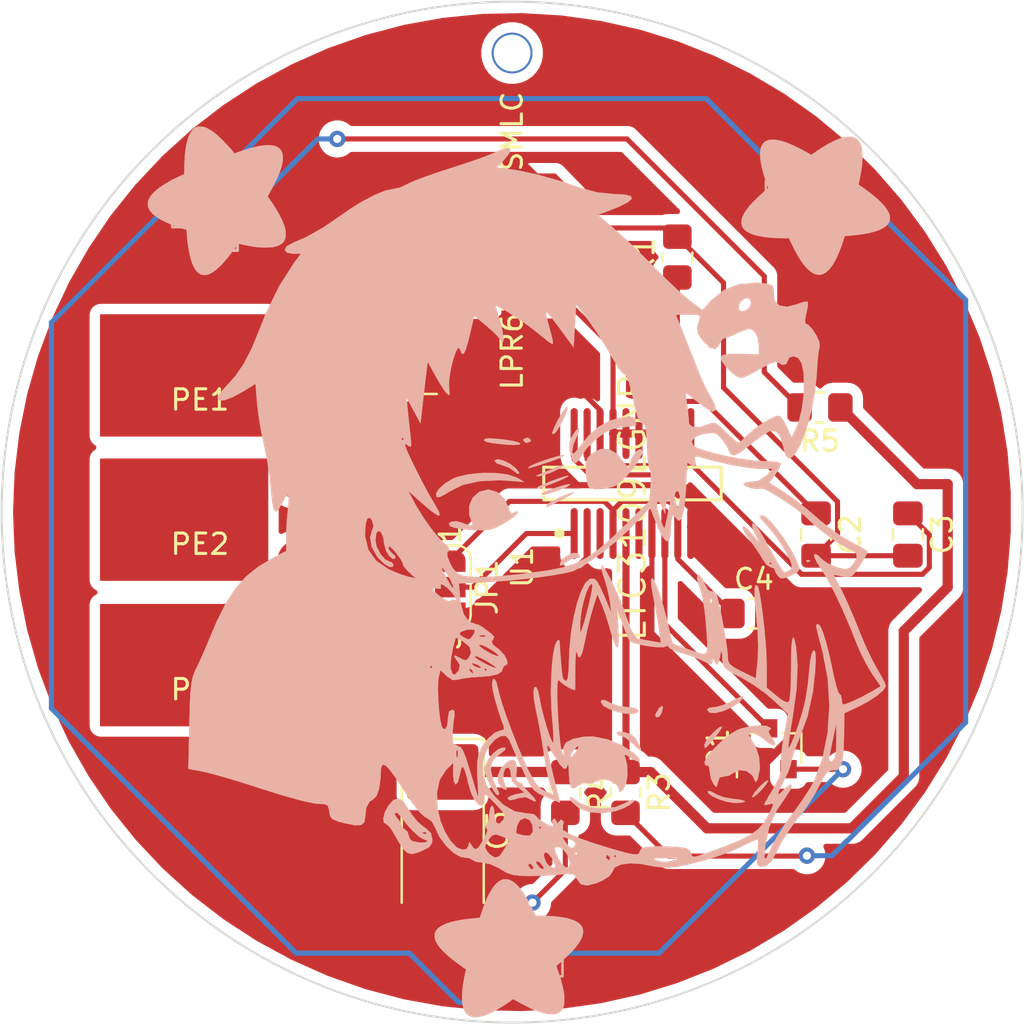
<source format=kicad_pcb>
(kicad_pcb (version 20171130) (host pcbnew 5.1.9)

  (general
    (thickness 1.6)
    (drawings 1)
    (tracks 150)
    (zones 0)
    (modules 23)
    (nets 17)
  )

  (page A4)
  (layers
    (0 F.Cu signal)
    (31 B.Cu signal)
    (32 B.Adhes user hide)
    (33 F.Adhes user hide)
    (34 B.Paste user hide)
    (35 F.Paste user hide)
    (36 B.SilkS user)
    (37 F.SilkS user hide)
    (38 B.Mask user)
    (39 F.Mask user)
    (40 Dwgs.User user hide)
    (41 Cmts.User user hide)
    (42 Eco1.User user hide)
    (43 Eco2.User user hide)
    (44 Edge.Cuts user)
    (45 Margin user hide)
    (46 B.CrtYd user hide)
    (47 F.CrtYd user)
    (48 B.Fab user hide)
    (49 F.Fab user hide)
  )

  (setup
    (last_trace_width 0.25)
    (user_trace_width 0.5)
    (user_trace_width 1)
    (trace_clearance 0.2)
    (zone_clearance 0.508)
    (zone_45_only no)
    (trace_min 0.2)
    (via_size 0.8)
    (via_drill 0.4)
    (via_min_size 0.4)
    (via_min_drill 0.3)
    (uvia_size 0.3)
    (uvia_drill 0.1)
    (uvias_allowed no)
    (uvia_min_size 0.2)
    (uvia_min_drill 0.1)
    (edge_width 0.1)
    (segment_width 0.2)
    (pcb_text_width 0.3)
    (pcb_text_size 1.5 1.5)
    (mod_edge_width 0.15)
    (mod_text_size 1 1)
    (mod_text_width 0.15)
    (pad_size 1.524 1.524)
    (pad_drill 0)
    (pad_to_mask_clearance 0)
    (aux_axis_origin 0 0)
    (visible_elements FFFFFF7F)
    (pcbplotparams
      (layerselection 0x090d0_ffffffff)
      (usegerberextensions false)
      (usegerberattributes true)
      (usegerberadvancedattributes true)
      (creategerberjobfile true)
      (excludeedgelayer true)
      (linewidth 0.100000)
      (plotframeref false)
      (viasonmask false)
      (mode 1)
      (useauxorigin false)
      (hpglpennumber 1)
      (hpglpenspeed 20)
      (hpglpendiameter 15.000000)
      (psnegative false)
      (psa4output false)
      (plotreference true)
      (plotvalue true)
      (plotinvisibletext false)
      (padsonsilk false)
      (subtractmaskfromsilk false)
      (outputformat 1)
      (mirror false)
      (drillshape 0)
      (scaleselection 1)
      (outputdirectory "gerber/"))
  )

  (net 0 "")
  (net 1 GND)
  (net 2 "Net-(C1-Pad1)")
  (net 3 "Net-(C2-Pad2)")
  (net 4 "Net-(C2-Pad1)")
  (net 5 "Net-(C3-Pad1)")
  (net 6 "Net-(C4-Pad1)")
  (net 7 "Net-(PE1-Pad1)")
  (net 8 "Net-(D2-Pad2)")
  (net 9 "Net-(D3-Pad2)")
  (net 10 /2.35V)
  (net 11 "Net-(D4-Pad2)")
  (net 12 "Net-(D2-Pad1)")
  (net 13 "Net-(PE2-Pad1)")
  (net 14 "Net-(JP1-Pad2)")
  (net 15 /2.2V[2.35*9%;2.35*7.5%])
  (net 16 "Net-(U1-Pad14)")

  (net_class Default "Questo è il gruppo di collegamenti predefinito"
    (clearance 0.2)
    (trace_width 0.25)
    (via_dia 0.8)
    (via_drill 0.4)
    (uvia_dia 0.3)
    (uvia_drill 0.1)
    (add_net /2.2V[2.35*9%;2.35*7.5%])
    (add_net /2.35V)
    (add_net GND)
    (add_net "Net-(C1-Pad1)")
    (add_net "Net-(C2-Pad1)")
    (add_net "Net-(C2-Pad2)")
    (add_net "Net-(C3-Pad1)")
    (add_net "Net-(C4-Pad1)")
    (add_net "Net-(D2-Pad1)")
    (add_net "Net-(D2-Pad2)")
    (add_net "Net-(D3-Pad2)")
    (add_net "Net-(D4-Pad2)")
    (add_net "Net-(JP1-Pad2)")
    (add_net "Net-(PE1-Pad1)")
    (add_net "Net-(PE2-Pad1)")
    (add_net "Net-(U1-Pad14)")
  )

  (module CM29-1:CM23-1.9-01AC (layer F.Cu) (tedit 60392BC8) (tstamp 601C7608)
    (at 144.7 98.2)
    (path /601C7205)
    (fp_text reference PE3 (at 0 0.5) (layer F.SilkS)
      (effects (font (size 1 1) (thickness 0.15)))
    )
    (fp_text value Peltier_Element (at 0 -0.5) (layer F.Fab)
      (effects (font (size 1 1) (thickness 0.15)))
    )
    (fp_line (start -5.25 -4) (end 3.6 -4) (layer F.CrtYd) (width 0.12))
    (fp_line (start 3.6 -4) (end 3.6 2.65) (layer F.CrtYd) (width 0.12))
    (fp_line (start 3.6 2.65) (end -5.25 2.65) (layer F.CrtYd) (width 0.12))
    (fp_line (start -5.25 2.65) (end -5.25 -4) (layer F.CrtYd) (width 0.12))
    (fp_poly (pts (xy 3.3 2.25) (xy -4.85 2.25) (xy -4.85 -3.65) (xy 3.3 -3.65)) (layer F.Cu) (width 0.1))
    (fp_poly (pts (xy 3.3 2.25) (xy -4.85 2.25) (xy -4.85 -3.65) (xy 3.3 -3.65)) (layer F.Mask) (width 0.1))
    (pad 1 smd circle (at 4.8 1.3) (size 2 2) (layers F.Cu F.Paste F.Mask)
      (net 1 GND))
    (pad 2 smd circle (at 4.8 -2.7) (size 2 2) (layers F.Cu F.Paste F.Mask)
      (net 13 "Net-(PE2-Pad1)"))
  )

  (module CM29-1:CM23-1.9-01AC (layer F.Cu) (tedit 60392BC8) (tstamp 6018E00F)
    (at 144.7 91.07)
    (path /60183DD9)
    (fp_text reference PE2 (at 0 0.5) (layer F.SilkS)
      (effects (font (size 1 1) (thickness 0.15)))
    )
    (fp_text value Peltier_Element (at 0 -0.5) (layer F.Fab)
      (effects (font (size 1 1) (thickness 0.15)))
    )
    (fp_line (start -5.25 -4) (end 3.6 -4) (layer F.CrtYd) (width 0.12))
    (fp_line (start 3.6 -4) (end 3.6 2.65) (layer F.CrtYd) (width 0.12))
    (fp_line (start 3.6 2.65) (end -5.25 2.65) (layer F.CrtYd) (width 0.12))
    (fp_line (start -5.25 2.65) (end -5.25 -4) (layer F.CrtYd) (width 0.12))
    (fp_poly (pts (xy 3.3 2.25) (xy -4.85 2.25) (xy -4.85 -3.65) (xy 3.3 -3.65)) (layer F.Cu) (width 0.1))
    (fp_poly (pts (xy 3.3 2.25) (xy -4.85 2.25) (xy -4.85 -3.65) (xy 3.3 -3.65)) (layer F.Mask) (width 0.1))
    (pad 1 smd circle (at 4.8 1.3) (size 2 2) (layers F.Cu F.Paste F.Mask)
      (net 13 "Net-(PE2-Pad1)"))
    (pad 2 smd circle (at 4.8 -2.7) (size 2 2) (layers F.Cu F.Paste F.Mask)
      (net 7 "Net-(PE1-Pad1)"))
  )

  (module CM29-1:CM23-1.9-01AC (layer F.Cu) (tedit 60392BC8) (tstamp 6018E004)
    (at 144.7 84)
    (path /600B316E)
    (fp_text reference PE1 (at 0 0.5) (layer F.SilkS)
      (effects (font (size 1 1) (thickness 0.15)))
    )
    (fp_text value Peltier_Element (at 0 -0.5) (layer F.Fab)
      (effects (font (size 1 1) (thickness 0.15)))
    )
    (fp_line (start -5.25 -4) (end 3.6 -4) (layer F.CrtYd) (width 0.12))
    (fp_line (start 3.6 -4) (end 3.6 2.65) (layer F.CrtYd) (width 0.12))
    (fp_line (start 3.6 2.65) (end -5.25 2.65) (layer F.CrtYd) (width 0.12))
    (fp_line (start -5.25 2.65) (end -5.25 -4) (layer F.CrtYd) (width 0.12))
    (fp_poly (pts (xy 3.3 2.25) (xy -4.85 2.25) (xy -4.85 -3.65) (xy 3.3 -3.65)) (layer F.Cu) (width 0.1))
    (fp_poly (pts (xy 3.3 2.25) (xy -4.85 2.25) (xy -4.85 -3.65) (xy 3.3 -3.65)) (layer F.Mask) (width 0.1))
    (pad 1 smd circle (at 4.8 1.3) (size 2 2) (layers F.Cu F.Paste F.Mask)
      (net 7 "Net-(PE1-Pad1)"))
    (pad 2 smd circle (at 4.8 -2.7) (size 2 2) (layers F.Cu F.Paste F.Mask)
      (net 2 "Net-(C1-Pad1)"))
  )

  (module CustomLibs:BSD_1 (layer B.Cu) (tedit 0) (tstamp 60398285)
    (at 160.92 89.4 180)
    (fp_text reference G*** (at 0 0) (layer B.SilkS) hide
      (effects (font (size 1.524 1.524) (thickness 0.3)) (justify mirror))
    )
    (fp_text value LOGO (at 0.75 0) (layer B.SilkS) hide
      (effects (font (size 1.524 1.524) (thickness 0.3)) (justify mirror))
    )
    (fp_poly (pts (xy -1.668624 4.4706) (xy -1.497349 4.217429) (xy -1.310303 3.889033) (xy -1.148895 3.56196)
      (xy -1.054534 3.312755) (xy -1.052864 3.222803) (xy -1.164389 3.257042) (xy -1.236534 3.330681)
      (xy -1.410212 3.591566) (xy -1.583148 3.918303) (xy -1.723583 4.238716) (xy -1.799758 4.480624)
      (xy -1.782721 4.572) (xy -1.668624 4.4706)) (layer B.SilkS) (width 0.01))
    (fp_poly (pts (xy 0.359507 2.979424) (xy 0.381 2.921) (xy 0.278135 2.808329) (xy 0.1905 2.794)
      (xy 0.021492 2.862577) (xy 0 2.921) (xy 0.102864 3.033672) (xy 0.1905 3.048)
      (xy 0.359507 2.979424)) (layer B.SilkS) (width 0.01))
    (fp_poly (pts (xy 2.247717 2.993575) (xy 2.267395 2.981938) (xy 2.293817 2.900052) (xy 2.164155 2.834474)
      (xy 1.844862 2.775487) (xy 1.361023 2.719319) (xy 0.867006 2.686463) (xy 0.576661 2.707458)
      (xy 0.508 2.758098) (xy 0.621756 2.823998) (xy 0.91068 2.892555) (xy 1.296255 2.953781)
      (xy 1.699965 2.997686) (xy 2.043291 3.01428) (xy 2.247717 2.993575)) (layer B.SilkS) (width 0.01))
    (fp_poly (pts (xy -4.697998 4.062632) (xy -4.34183 4.010974) (xy -3.983407 3.920102) (xy -3.839405 3.867439)
      (xy -3.318384 3.583284) (xy -2.845614 3.166725) (xy -2.395788 2.616196) (xy -2.17988 2.337879)
      (xy -2.070178 2.252376) (xy -2.033639 2.340072) (xy -2.032 2.400252) (xy -2.090034 2.708825)
      (xy -2.229809 3.062118) (xy -2.231865 3.066109) (xy -2.36437 3.386724) (xy -2.353449 3.511981)
      (xy -2.226256 3.42426) (xy -2.054389 3.181284) (xy -1.898343 2.855608) (xy -1.88151 2.543419)
      (xy -1.935993 2.277961) (xy -2.05794 1.914835) (xy -2.18779 1.800672) (xy -2.344082 1.930659)
      (xy -2.466752 2.140148) (xy -2.744933 2.528047) (xy -3.154815 2.935686) (xy -3.601883 3.278024)
      (xy -3.917914 3.445886) (xy -4.276578 3.534199) (xy -4.70113 3.578643) (xy -4.737107 3.579458)
      (xy -5.054168 3.607006) (xy -5.164084 3.691346) (xy -5.151302 3.771966) (xy -5.087621 3.967207)
      (xy -5.08 4.010888) (xy -4.971018 4.06572) (xy -4.697998 4.062632)) (layer B.SilkS) (width 0.01))
    (fp_poly (pts (xy -1.273019 2.1288) (xy -0.908249 2.021557) (xy -0.521499 1.89134) (xy -0.18437 1.761131)
      (xy 0.031539 1.653915) (xy 0.05715 1.634354) (xy 0.123425 1.5734) (xy 0.128917 1.547686)
      (xy 0.030948 1.566715) (xy -0.21316 1.639992) (xy -0.646084 1.777021) (xy -0.792967 1.823669)
      (xy -1.214478 1.968744) (xy -1.520482 2.095591) (xy -1.649398 2.178441) (xy -1.650217 2.182423)
      (xy -1.544209 2.190083) (xy -1.273019 2.1288)) (layer B.SilkS) (width 0.01))
    (fp_poly (pts (xy 1.765775 1.948045) (xy 1.778 1.904245) (xy 1.668177 1.789079) (xy 1.403674 1.696792)
      (xy 1.399848 1.69602) (xy 1.078706 1.585629) (xy 0.876297 1.445195) (xy 0.679978 1.29346)
      (xy 0.590585 1.27) (xy 0.575767 1.343781) (xy 0.718247 1.525894) (xy 0.764886 1.572306)
      (xy 1.041674 1.778595) (xy 1.349276 1.92588) (xy 1.614905 1.990313) (xy 1.765775 1.948045)) (layer B.SilkS) (width 0.01))
    (fp_poly (pts (xy -1.547252 1.697924) (xy -1.283818 1.609212) (xy -1.11125 1.53918) (xy -0.741947 1.383613)
      (xy -0.450638 1.263769) (xy -0.381 1.23622) (xy -0.254084 1.174917) (xy -0.368279 1.156318)
      (xy -0.381 1.155816) (xy -0.606344 1.201508) (xy -0.952294 1.325197) (xy -1.11125 1.39358)
      (xy -1.429727 1.550785) (xy -1.623557 1.670841) (xy -1.651 1.703778) (xy -1.547252 1.697924)) (layer B.SilkS) (width 0.01))
    (fp_poly (pts (xy -1.601085 1.134484) (xy -1.291679 1.031321) (xy -0.942791 0.901337) (xy -0.619408 0.768171)
      (xy -0.386516 0.655461) (xy -0.32385 0.61376) (xy -0.251367 0.540461) (xy -0.288067 0.52726)
      (xy -0.472217 0.583579) (xy -0.842083 0.718835) (xy -1.016 0.784123) (xy -1.41634 0.946282)
      (xy -1.723122 1.091419) (xy -1.8415 1.165793) (xy -1.806021 1.187188) (xy -1.601085 1.134484)) (layer B.SilkS) (width 0.01))
    (fp_poly (pts (xy -2.996044 2.272391) (xy -2.792445 2.079597) (xy -2.698805 1.860825) (xy -2.683373 1.520324)
      (xy -2.690734 1.351641) (xy -2.734078 0.961399) (xy -2.806492 0.681904) (xy -2.855068 0.605195)
      (xy -3.134259 0.523923) (xy -3.54423 0.534194) (xy -3.981507 0.629359) (xy -4.13587 0.68751)
      (xy -4.406379 0.87574) (xy -4.727468 1.196858) (xy -5.044434 1.58206) (xy -5.302574 1.96254)
      (xy -5.447186 2.269493) (xy -5.461 2.354263) (xy -5.402999 2.491084) (xy -5.263786 2.455834)
      (xy -5.09555 2.29259) (xy -4.95048 2.045429) (xy -4.896817 1.877761) (xy -4.82835 1.611139)
      (xy -4.761757 1.565255) (xy -4.65779 1.707035) (xy -4.260451 2.222297) (xy -3.845965 2.485006)
      (xy -3.415389 2.494802) (xy -2.996044 2.272391)) (layer B.SilkS) (width 0.01))
    (fp_poly (pts (xy -1.607875 0.720474) (xy -1.295778 0.623719) (xy -0.803446 0.446279) (xy -0.547589 0.326897)
      (xy -0.531707 0.267577) (xy -0.66675 0.262949) (xy -0.879533 0.309934) (xy -1.216614 0.41625)
      (xy -1.330432 0.456731) (xy -1.751492 0.629486) (xy -1.935903 0.741545) (xy -1.88694 0.777133)
      (xy -1.607875 0.720474)) (layer B.SilkS) (width 0.01))
    (fp_poly (pts (xy 3.036872 1.257832) (xy 3.605244 1.126885) (xy 3.821428 1.040663) (xy 4.218691 0.800943)
      (xy 4.509231 0.536985) (xy 4.652322 0.295601) (xy 4.614176 0.12946) (xy 4.459627 0.142196)
      (xy 4.182696 0.279633) (xy 4.0005 0.400028) (xy 3.35108 0.726239) (xy 2.51864 0.915015)
      (xy 1.537883 0.959737) (xy 1.167411 0.94024) (xy 0.3175 0.875407) (xy 0.6985 1.093661)
      (xy 1.126317 1.240723) (xy 1.714155 1.316164) (xy 2.378758 1.321396) (xy 3.036872 1.257832)) (layer B.SilkS) (width 0.01))
    (fp_poly (pts (xy -1.922628 0.330163) (xy -1.610306 0.209224) (xy -1.262333 0.048834) (xy -0.958967 -0.112966)
      (xy -0.780464 -0.238132) (xy -0.762 -0.269639) (xy -0.78876 -0.365057) (xy -0.79375 -0.363726)
      (xy -0.914349 -0.30164) (xy -1.196523 -0.157301) (xy -1.524 0.009883) (xy -1.869048 0.194568)
      (xy -2.082352 0.325997) (xy -2.119044 0.373609) (xy -1.922628 0.330163)) (layer B.SilkS) (width 0.01))
    (fp_poly (pts (xy 2.530347 0.397918) (xy 2.851438 0.109271) (xy 3.025338 -0.295541) (xy 3.018612 -0.754117)
      (xy 2.916531 -1.024349) (xy 2.856119 -1.219249) (xy 2.975064 -1.261817) (xy 3.286744 -1.15519)
      (xy 3.351425 -1.126304) (xy 3.633742 -1.050752) (xy 3.879129 -1.064242) (xy 4.01595 -1.148494)
      (xy 3.972912 -1.284887) (xy 3.787478 -1.357444) (xy 3.423248 -1.424195) (xy 2.955317 -1.47178)
      (xy 2.903926 -1.475078) (xy 2.396232 -1.495859) (xy 2.041013 -1.46967) (xy 1.738109 -1.375832)
      (xy 1.387359 -1.193664) (xy 1.30175 -1.144286) (xy 0.948801 -0.917835) (xy 0.707098 -0.721897)
      (xy 0.635 -0.61688) (xy 0.691401 -0.546454) (xy 0.810875 -0.622862) (xy 0.948966 -0.680573)
      (xy 1.040802 -0.535899) (xy 1.074289 -0.416163) (xy 1.293277 0.058628) (xy 1.648261 0.383628)
      (xy 2.082959 0.507905) (xy 2.0955 0.508) (xy 2.530347 0.397918)) (layer B.SilkS) (width 0.01))
    (fp_poly (pts (xy -1.800511 -2.716291) (xy -1.55312 -2.894632) (xy -1.464498 -3.019879) (xy -1.41855 -3.210051)
      (xy -1.510293 -3.21594) (xy -1.758821 -3.038277) (xy -1.767181 -3.031512) (xy -2.033597 -2.875031)
      (xy -2.243431 -2.847958) (xy -2.390576 -2.835523) (xy -2.393221 -2.708565) (xy -2.295517 -2.609381)
      (xy -2.08491 -2.602964) (xy -1.800511 -2.716291)) (layer B.SilkS) (width 0.01))
    (fp_poly (pts (xy -3.429 -9.912209) (xy -3.543 -10.084485) (xy -3.834451 -10.252322) (xy -4.227529 -10.39209)
      (xy -4.64641 -10.480161) (xy -5.015272 -10.492907) (xy -5.176042 -10.456626) (xy -5.296797 -10.351014)
      (xy -5.208783 -10.246852) (xy -4.955726 -10.173218) (xy -4.723255 -10.155499) (xy -4.31172 -10.101992)
      (xy -3.95311 -9.978394) (xy -3.937 -9.9695) (xy -3.618666 -9.812216) (xy -3.462364 -9.808317)
      (xy -3.429 -9.912209)) (layer B.SilkS) (width 0.01))
    (fp_poly (pts (xy -10.067454 -9.744525) (xy -9.87425 -9.848333) (xy -9.477021 -10.034984) (xy -9.105046 -10.145591)
      (xy -8.98525 -10.15847) (xy -8.731701 -10.195197) (xy -8.636 -10.273412) (xy -8.740668 -10.42416)
      (xy -9.028377 -10.448686) (xy -9.444153 -10.348706) (xy -9.846944 -10.168307) (xy -10.184009 -9.944635)
      (xy -10.385692 -9.728612) (xy -10.414 -9.639679) (xy -10.316542 -9.638286) (xy -10.067454 -9.744525)) (layer B.SilkS) (width 0.01))
    (fp_poly (pts (xy -6.303732 -10.188885) (xy -6.282461 -10.216023) (xy -6.137651 -10.445678) (xy -6.096 -10.565273)
      (xy -6.16374 -10.668007) (xy -6.30184 -10.61182) (xy -6.399913 -10.467112) (xy -6.472954 -10.192887)
      (xy -6.435599 -10.088824) (xy -6.303732 -10.188885)) (layer B.SilkS) (width 0.01))
    (fp_poly (pts (xy -9.249256 -11.141107) (xy -9.037043 -11.310638) (xy -8.800269 -11.550951) (xy -8.603207 -11.796103)
      (xy -8.510132 -11.980151) (xy -8.509 -11.99434) (xy -8.516022 -12.134626) (xy -8.562419 -12.159313)
      (xy -8.686189 -12.043559) (xy -8.92533 -11.762519) (xy -8.998809 -11.674102) (xy -9.228164 -11.378023)
      (xy -9.359686 -11.168521) (xy -9.372632 -11.108298) (xy -9.249256 -11.141107)) (layer B.SilkS) (width 0.01))
    (fp_poly (pts (xy -4.191 -11.42758) (xy -4.294487 -11.540777) (xy -4.39127 -11.557) (xy -4.601299 -11.641573)
      (xy -4.882286 -11.852825) (xy -4.972539 -11.938) (xy -5.263645 -12.214061) (xy -5.399307 -12.297914)
      (xy -5.38981 -12.189833) (xy -5.274665 -11.946053) (xy -5.108162 -11.656078) (xy -4.937144 -11.504712)
      (xy -4.654343 -11.409518) (xy -4.54025 -11.381639) (xy -4.278892 -11.358597) (xy -4.191 -11.42758)) (layer B.SilkS) (width 0.01))
    (fp_poly (pts (xy -10.765974 -11.09649) (xy -10.324768 -11.199858) (xy -10.0965 -11.286618) (xy -9.748592 -11.498112)
      (xy -9.362605 -11.811664) (xy -8.993783 -12.171299) (xy -8.697364 -12.521046) (xy -8.528591 -12.804932)
      (xy -8.509 -12.895157) (xy -8.569862 -13.028794) (xy -8.636 -13.0175) (xy -8.727462 -13.065426)
      (xy -8.763 -13.303231) (xy -8.824995 -13.663744) (xy -8.940926 -13.91078) (xy -9.075135 -14.070735)
      (xy -9.134493 -14.011362) (xy -9.163176 -13.839803) (xy -9.258672 -13.601481) (xy -9.442192 -13.565674)
      (xy -9.713377 -13.516884) (xy -9.913324 -13.391872) (xy -10.235263 -13.247755) (xy -10.583824 -13.296296)
      (xy -10.856504 -13.513678) (xy -10.914778 -13.624549) (xy -11.003036 -13.820837) (xy -11.069266 -13.787315)
      (xy -11.129062 -13.6525) (xy -11.227422 -13.157208) (xy -11.185269 -12.592795) (xy -11.01699 -12.08895)
      (xy -10.941948 -11.966013) (xy -10.763007 -11.696229) (xy -10.671207 -11.521689) (xy -10.668 -11.505644)
      (xy -10.757494 -11.419793) (xy -10.97721 -11.462016) (xy -11.254 -11.608216) (xy -11.444597 -11.761484)
      (xy -11.733422 -11.986603) (xy -11.923531 -12.045594) (xy -11.977402 -11.949959) (xy -11.85751 -11.711199)
      (xy -11.810896 -11.649212) (xy -11.668316 -11.423506) (xy -11.663189 -11.307238) (xy -11.682278 -11.303)
      (xy -11.766695 -11.225738) (xy -11.7475 -11.176) (xy -11.556596 -11.07925) (xy -11.203002 -11.054517)
      (xy -10.765974 -11.09649)) (layer B.SilkS) (width 0.01))
    (fp_poly (pts (xy 1.579181 -12.211317) (xy 1.849262 -12.421376) (xy 2.102703 -12.748851) (xy 2.263754 -13.085723)
      (xy 2.286 -13.219248) (xy 2.231254 -13.450252) (xy 2.095546 -13.773628) (xy 1.921672 -14.107374)
      (xy 1.752426 -14.369485) (xy 1.630605 -14.47796) (xy 1.629087 -14.478) (xy 1.543201 -14.409438)
      (xy 1.551863 -14.38275) (xy 1.843322 -13.735745) (xy 1.961136 -13.240746) (xy 1.904522 -12.863658)
      (xy 1.672699 -12.570384) (xy 1.507655 -12.454626) (xy 1.267767 -12.26475) (xy 1.237436 -12.14771)
      (xy 1.404175 -12.145986) (xy 1.579181 -12.211317)) (layer B.SilkS) (width 0.01))
    (fp_poly (pts (xy -11.51262 -13.789593) (xy -11.2941 -13.976514) (xy -11.176 -14.097) (xy -10.956421 -14.358323)
      (xy -10.849662 -14.539015) (xy -10.851028 -14.57636) (xy -10.966381 -14.531406) (xy -11.184901 -14.344485)
      (xy -11.303 -14.224) (xy -11.52258 -13.962676) (xy -11.629339 -13.781984) (xy -11.627973 -13.744639)
      (xy -11.51262 -13.789593)) (layer B.SilkS) (width 0.01))
    (fp_poly (pts (xy 1.039354 -12.776228) (xy 1.193645 -12.870398) (xy 1.479694 -13.16206) (xy 1.616402 -13.517401)
      (xy 1.59897 -13.86287) (xy 1.4226 -14.124918) (xy 1.280344 -14.199385) (xy 1.183304 -14.195604)
      (xy 1.233822 -14.039565) (xy 1.268466 -13.972865) (xy 1.348493 -13.692846) (xy 1.338505 -13.398567)
      (xy 1.254974 -13.177024) (xy 1.11437 -13.115217) (xy 1.106566 -13.117727) (xy 1.001443 -13.269705)
      (xy 0.989208 -13.475999) (xy 0.914826 -13.802523) (xy 0.673224 -14.062378) (xy 0.320532 -14.345256)
      (xy 0.731766 -14.427503) (xy 1.011262 -14.513195) (xy 1.141734 -14.611893) (xy 1.143 -14.620875)
      (xy 1.063809 -14.722202) (xy 0.809295 -14.687473) (xy 0.595174 -14.614001) (xy 0.246594 -14.574422)
      (xy 0.015407 -14.684702) (xy -0.181529 -14.787095) (xy -0.254 -14.762104) (xy -0.166866 -14.609945)
      (xy 0.044763 -14.391226) (xy 0.0635 -14.374742) (xy 0.281913 -14.149566) (xy 0.380528 -13.978228)
      (xy 0.381 -13.970839) (xy 0.484245 -13.858368) (xy 0.577254 -13.843) (xy 0.705928 -13.783454)
      (xy 0.721576 -13.566096) (xy 0.701563 -13.43025) (xy 0.685366 -13.089579) (xy 0.746156 -12.840654)
      (xy 0.748469 -12.837042) (xy 0.865776 -12.730486) (xy 1.039354 -12.776228)) (layer B.SilkS) (width 0.01))
    (fp_poly (pts (xy -8.674158 -14.270508) (xy -8.69581 -14.385828) (xy -8.899003 -14.530634) (xy -9.218024 -14.676267)
      (xy -9.587158 -14.794067) (xy -9.940693 -14.855374) (xy -10.022417 -14.858525) (xy -10.337343 -14.841369)
      (xy -10.494298 -14.797351) (xy -10.494261 -14.769927) (xy -10.320427 -14.707173) (xy -9.998683 -14.661603)
      (xy -9.89735 -14.654752) (xy -9.47587 -14.582953) (xy -9.106268 -14.440996) (xy -9.065237 -14.416177)
      (xy -8.81873 -14.286541) (xy -8.675305 -14.269434) (xy -8.674158 -14.270508)) (layer B.SilkS) (width 0.01))
    (fp_poly (pts (xy -1.944804 -14.712856) (xy -2.002195 -14.802861) (xy -2.370786 -15.1256) (xy -2.896212 -15.31349)
      (xy -3.515367 -15.358733) (xy -4.165146 -15.253534) (xy -4.54025 -15.11642) (xy -4.860251 -14.943026)
      (xy -5.053765 -14.783884) (xy -5.08 -14.727851) (xy -4.987308 -14.692985) (xy -4.746742 -14.793364)
      (xy -4.65226 -14.848641) (xy -4.123302 -15.06067) (xy -3.512436 -15.132679) (xy -2.910608 -15.067156)
      (xy -2.408767 -14.866587) (xy -2.295745 -14.78421) (xy -2.032731 -14.595157) (xy -1.907601 -14.571891)
      (xy -1.944804 -14.712856)) (layer B.SilkS) (width 0.01))
    (fp_poly (pts (xy -13.504334 -2.963333) (xy -13.521767 -3.038834) (xy -13.589 -3.048) (xy -13.693536 -3.001532)
      (xy -13.673667 -2.963333) (xy -13.522948 -2.948133) (xy -13.504334 -2.963333)) (layer B.SilkS) (width 0.01))
    (fp_poly (pts (xy -11.226235 -0.772667) (xy -11.203958 -0.83219) (xy -11.311996 -0.981853) (xy -11.57118 -1.262939)
      (xy -11.6556 -1.35182) (xy -11.987375 -1.756822) (xy -12.327278 -2.258657) (xy -12.51285 -2.582171)
      (xy -12.711972 -2.985618) (xy -12.794306 -3.227467) (xy -12.772429 -3.364706) (xy -12.7 -3.430235)
      (xy -12.492042 -3.536634) (xy -12.423137 -3.554055) (xy -12.328818 -3.450567) (xy -12.150149 -3.172288)
      (xy -12.115189 -3.1115) (xy -11.811 -3.1115) (xy -11.7475 -3.175) (xy -11.684 -3.1115)
      (xy -11.7475 -3.048) (xy -11.811 -3.1115) (xy -12.115189 -3.1115) (xy -11.918957 -2.770301)
      (xy -11.811117 -2.57175) (xy -11.456853 -1.924447) (xy -11.195198 -1.48658) (xy -11.011779 -1.237213)
      (xy -10.892226 -1.155408) (xy -10.850448 -1.172218) (xy -10.853427 -1.322075) (xy -10.954608 -1.598999)
      (xy -10.989114 -1.670947) (xy -11.201957 -2.0955) (xy -10.820367 -1.651) (xy -10.542586 -1.365492)
      (xy -10.390048 -1.281237) (xy -10.369441 -1.374852) (xy -10.487452 -1.622955) (xy -10.728298 -1.972933)
      (xy -11.017088 -2.371466) (xy -11.266734 -2.750397) (xy -11.375247 -2.937913) (xy -11.558955 -3.190882)
      (xy -11.744225 -3.301786) (xy -11.750762 -3.302) (xy -11.917845 -3.358501) (xy -11.938 -3.404726)
      (xy -12.007865 -3.580106) (xy -12.09675 -3.712831) (xy -12.222937 -3.834842) (xy -12.385985 -3.845581)
      (xy -12.675561 -3.746338) (xy -12.73552 -3.722018) (xy -13.04218 -3.570927) (xy -13.153969 -3.421941)
      (xy -13.135083 -3.255163) (xy -12.973718 -2.857551) (xy -12.718975 -2.388331) (xy -12.407515 -1.898937)
      (xy -12.075999 -1.440802) (xy -11.761089 -1.065361) (xy -11.499445 -0.824049) (xy -11.357998 -0.762)
      (xy -11.226235 -0.772667)) (layer B.SilkS) (width 0.01))
    (fp_poly (pts (xy 6.735843 -14.707078) (xy 6.976352 -14.973855) (xy 7.151943 -15.297283) (xy 7.23338 -15.603463)
      (xy 7.209245 -15.818328) (xy 7.115261 -15.875) (xy 6.972577 -15.974608) (xy 6.79908 -16.215166)
      (xy 6.793899 -16.22425) (xy 6.478535 -16.771095) (xy 6.242737 -17.123896) (xy 6.043015 -17.310808)
      (xy 5.835876 -17.359988) (xy 5.577831 -17.29959) (xy 5.30225 -17.189932) (xy 4.983124 -17.021652)
      (xy 4.847244 -16.827627) (xy 4.837366 -16.738498) (xy 5.08 -16.738498) (xy 5.190419 -16.792377)
      (xy 5.46233 -16.794365) (xy 5.5245 -16.788103) (xy 5.84086 -16.712999) (xy 5.962174 -16.563715)
      (xy 5.969 -16.492119) (xy 6.056152 -16.253892) (xy 6.1595 -16.174926) (xy 6.328129 -16.023696)
      (xy 6.35 -15.940462) (xy 6.439005 -15.729857) (xy 6.539101 -15.62216) (xy 6.662268 -15.439191)
      (xy 6.652841 -15.343282) (xy 6.540438 -15.344791) (xy 6.381047 -15.516422) (xy 6.107192 -15.879291)
      (xy 5.794053 -16.224109) (xy 5.499723 -16.493544) (xy 5.282295 -16.630265) (xy 5.245586 -16.637)
      (xy 5.093037 -16.699129) (xy 5.08 -16.738498) (xy 4.837366 -16.738498) (xy 4.826 -16.635961)
      (xy 4.897938 -16.334543) (xy 4.935777 -16.298333) (xy 5.122333 -16.298333) (xy 5.139766 -16.373834)
      (xy 5.207 -16.383) (xy 5.311535 -16.336532) (xy 5.291666 -16.298333) (xy 5.140947 -16.283133)
      (xy 5.122333 -16.298333) (xy 4.935777 -16.298333) (xy 5.151268 -16.092124) (xy 5.241503 -16.035935)
      (xy 5.548891 -15.775014) (xy 5.853663 -15.393534) (xy 5.971535 -15.197891) (xy 6.237743 -14.789795)
      (xy 6.485391 -14.627779) (xy 6.735843 -14.707078)) (layer B.SilkS) (width 0.01))
    (fp_poly (pts (xy 1.468873 17.16169) (xy 1.751309 17.032591) (xy 2.04679 16.906283) (xy 2.524797 16.728655)
      (xy 3.124532 16.521255) (xy 3.7852 16.305634) (xy 3.937 16.257886) (xy 4.59467 16.044279)
      (xy 5.196704 15.833652) (xy 5.685218 15.647304) (xy 6.002331 15.506533) (xy 6.04749 15.481295)
      (xy 6.401095 15.315765) (xy 6.725743 15.239336) (xy 6.74599 15.23876) (xy 7.133108 15.160573)
      (xy 7.660525 14.946666) (xy 8.273762 14.624343) (xy 8.918337 14.22091) (xy 9.261474 13.978043)
      (xy 10.168994 13.357697) (xy 11.017622 12.877715) (xy 11.671075 12.596536) (xy 11.97452 12.429603)
      (xy 12.065346 12.250067) (xy 11.943767 12.111224) (xy 11.668926 12.065001) (xy 11.272853 12.065001)
      (xy 11.581921 11.652251) (xy 12.322587 10.506382) (xy 12.979516 9.170443) (xy 13.268444 8.4455)
      (xy 13.664132 7.467609) (xy 14.061128 6.690844) (xy 14.489064 6.06392) (xy 14.915398 5.594837)
      (xy 15.239208 5.231254) (xy 15.353996 4.986648) (xy 15.278238 4.867028) (xy 15.030406 4.878403)
      (xy 14.628975 5.026781) (xy 14.092418 5.318172) (xy 14.082826 5.324036) (xy 13.497153 5.682657)
      (xy 13.418475 4.714579) (xy 13.345656 4.100001) (xy 13.227453 3.386759) (xy 13.088257 2.72042)
      (xy 13.075356 2.667) (xy 12.934238 1.98328) (xy 12.81361 1.207893) (xy 12.738536 0.503133)
      (xy 12.736385 0.472025) (xy 12.681038 -0.121993) (xy 12.605958 -0.471226) (xy 12.50339 -0.584606)
      (xy 12.365577 -0.471066) (xy 12.192 -0.154928) (xy 12.016285 0.157287) (xy 11.903817 0.227171)
      (xy 11.860296 0.059789) (xy 11.89142 -0.339795) (xy 11.901875 -0.41275) (xy 11.960235 -0.956343)
      (xy 11.992096 -1.556075) (xy 11.994275 -1.789948) (xy 11.987051 -2.500397) (xy 12.631708 -2.837918)
      (xy 13.350187 -3.265155) (xy 13.953938 -3.750384) (xy 14.475326 -4.334445) (xy 14.946718 -5.058177)
      (xy 15.400478 -5.962421) (xy 15.738381 -6.757962) (xy 15.964573 -7.299455) (xy 16.201705 -7.834952)
      (xy 16.399022 -8.249888) (xy 16.401618 -8.255) (xy 16.509699 -8.488676) (xy 16.589147 -8.731626)
      (xy 16.645624 -9.0298) (xy 16.684789 -9.429144) (xy 16.712303 -9.975607) (xy 16.733827 -10.715136)
      (xy 16.740499 -11.005681) (xy 16.788702 -13.184863) (xy 16.046101 -13.326932) (xy 15.676571 -13.414655)
      (xy 15.124141 -13.567478) (xy 14.446303 -13.768479) (xy 13.700551 -14.000738) (xy 13.1445 -14.180898)
      (xy 12.397936 -14.417468) (xy 11.70106 -14.620608) (xy 11.104439 -14.776867) (xy 10.658642 -14.872792)
      (xy 10.452217 -14.897064) (xy 10.113571 -14.915042) (xy 9.952075 -14.996457) (xy 9.891135 -15.1934)
      (xy 9.880717 -15.28574) (xy 9.834918 -15.513405) (xy 9.711531 -15.656661) (xy 9.44615 -15.765151)
      (xy 9.157945 -15.842829) (xy 8.643879 -15.946809) (xy 8.325059 -15.938101) (xy 8.164927 -15.807863)
      (xy 8.126265 -15.593235) (xy 8.065601 -15.095505) (xy 7.900143 -14.782448) (xy 7.754518 -14.697168)
      (xy 7.569931 -14.526721) (xy 7.435608 -14.157397) (xy 7.368499 -13.642125) (xy 7.364055 -13.477875)
      (xy 7.340775 -13.14116) (xy 7.266125 -12.984643) (xy 7.125474 -13.01745) (xy 6.904194 -13.248706)
      (xy 6.587653 -13.687538) (xy 6.282805 -14.15233) (xy 5.81752 -14.844332) (xy 5.455815 -15.30726)
      (xy 5.196 -15.543195) (xy 5.128165 -15.572696) (xy 4.852979 -15.765594) (xy 4.701033 -16.059338)
      (xy 4.482357 -16.518613) (xy 4.163069 -16.951249) (xy 3.799999 -17.297771) (xy 3.449974 -17.498707)
      (xy 3.299598 -17.526) (xy 3.010014 -17.566173) (xy 2.8575 -17.653) (xy 2.687381 -17.741364)
      (xy 2.384328 -17.779937) (xy 2.371485 -17.78) (xy 1.99769 -17.855284) (xy 1.580687 -18.045145)
      (xy 1.483217 -18.106674) (xy 1.172489 -18.288022) (xy 0.851965 -18.38882) (xy 0.427905 -18.431344)
      (xy 0.088486 -18.438135) (xy -0.488041 -18.428872) (xy -1.070798 -18.39997) (xy -1.471353 -18.364336)
      (xy -1.857871 -18.328221) (xy -2.073227 -18.357294) (xy -2.19692 -18.475681) (xy -2.26238 -18.604375)
      (xy -2.453824 -18.841303) (xy -2.753418 -18.903774) (xy -3.192859 -18.793367) (xy -3.4925 -18.665673)
      (xy -3.841077 -18.451769) (xy -3.996919 -18.238792) (xy -4.000835 -18.204389) (xy -4.082442 -18.0651)
      (xy -0.635 -18.0651) (xy -0.558526 -18.10381) (xy -0.468985 -18.04899) (xy -0.127 -18.04899)
      (xy -0.048752 -18.117845) (xy 0 -18.0975) (xy 0.122258 -17.929261) (xy 0.127 -17.892009)
      (xy 0.048751 -17.823154) (xy 0 -17.8435) (xy -0.122259 -18.011738) (xy -0.127 -18.04899)
      (xy -0.468985 -18.04899) (xy -0.4445 -18.034) (xy -0.284416 -17.842771) (xy -0.254 -17.748899)
      (xy -0.330475 -17.710189) (xy -0.4445 -17.78) (xy -0.604585 -17.971228) (xy -0.635 -18.0651)
      (xy -4.082442 -18.0651) (xy -4.115748 -18.008254) (xy -4.420707 -17.875083) (xy -4.610781 -17.849475)
      (xy -1.905 -17.849475) (xy -1.843556 -18.021756) (xy -1.692565 -18.00593) (xy -1.592293 -17.911298)
      (xy -1.198865 -17.911298) (xy -1.189155 -18.016489) (xy -1.08723 -18.034) (xy -0.880667 -17.933218)
      (xy -0.766469 -17.788349) (xy -0.659221 -17.53065) (xy -0.635 -17.407349) (xy -0.693677 -17.272271)
      (xy -0.83705 -17.326094) (xy -1.016129 -17.541746) (xy -1.0795 -17.653) (xy -1.198865 -17.911298)
      (xy -1.592293 -17.911298) (xy -1.502035 -17.826118) (xy -1.357022 -17.585191) (xy -1.20256 -17.248609)
      (xy -1.161094 -17.081334) (xy -1.23467 -17.02419) (xy -1.376615 -17.018) (xy -1.591086 -17.128274)
      (xy -1.783665 -17.397551) (xy -1.895684 -17.733508) (xy -1.905 -17.849475) (xy -4.610781 -17.849475)
      (xy -4.857044 -17.816297) (xy -5.36609 -17.843315) (xy -5.617367 -17.88973) (xy -6.09665 -17.977744)
      (xy -6.563545 -18.02863) (xy -6.708939 -18.033679) (xy -7.165427 -17.986807) (xy -7.781074 -17.860698)
      (xy -8.481669 -17.676389) (xy -8.781975 -17.582889) (xy -7.193527 -17.582889) (xy -7.152159 -17.623058)
      (xy -7.0485 -17.653) (xy -6.686387 -17.733162) (xy -6.432302 -17.739001) (xy -6.151388 -17.670515)
      (xy -6.096 -17.653) (xy -5.994133 -17.598051) (xy -6.116578 -17.565838) (xy -6.476284 -17.553829)
      (xy -6.604 -17.553685) (xy -7.016747 -17.561091) (xy -7.193527 -17.582889) (xy -8.781975 -17.582889)
      (xy -9.193001 -17.454917) (xy -9.840859 -17.21732) (xy -10.280746 -17.021157) (xy -10.675638 -16.826808)
      (xy -10.975234 -16.688652) (xy -11.113253 -16.637) (xy -11.138913 -16.749985) (xy -11.126462 -17.039089)
      (xy -11.100803 -17.269818) (xy -11.064434 -17.662791) (xy -11.097279 -17.87595) (xy -11.211122 -17.976901)
      (xy -11.225046 -17.982526) (xy -11.508628 -17.965947) (xy -11.788752 -17.718687) (xy -12.034948 -17.274861)
      (xy -12.29469 -16.767423) (xy -12.674224 -16.167277) (xy -13.115253 -15.562827) (xy -13.364616 -15.258588)
      (xy -13.615874 -14.915631) (xy -13.902287 -14.449872) (xy -14.126589 -14.031179) (xy -14.350609 -13.603252)
      (xy -14.521765 -13.362692) (xy -14.683795 -13.261952) (xy -14.844691 -13.25059) (xy -15.038854 -13.223516)
      (xy -15.17638 -13.090095) (xy -15.267152 -12.815899) (xy -15.321053 -12.366497) (xy -15.347969 -11.707458)
      (xy -15.348006 -11.705362) (xy -14.973558 -11.705362) (xy -14.956707 -12.314667) (xy -14.879593 -12.685168)
      (xy -14.740305 -12.825268) (xy -14.718413 -12.827) (xy -14.613121 -12.747691) (xy -14.612832 -12.73175)
      (xy -14.640828 -12.566755) (xy -14.706417 -12.228045) (xy -14.790889 -11.811) (xy -14.961116 -10.9855)
      (xy -14.973558 -11.705362) (xy -15.348006 -11.705362) (xy -15.351975 -11.483459) (xy -15.367 -10.457418)
      (xy -16.028007 -10.149959) (xy -16.534641 -9.883214) (xy -16.965754 -9.599179) (xy -17.27048 -9.336156)
      (xy -17.396604 -9.134609) (xy -17.142753 -9.134609) (xy -16.604127 -9.448975) (xy -16.196097 -9.669548)
      (xy -15.785669 -9.863673) (xy -15.452505 -9.995809) (xy -15.295233 -10.033) (xy -15.250283 -9.926151)
      (xy -15.24 -9.779) (xy -15.195056 -9.572507) (xy -15.132847 -9.525) (xy -15.061307 -9.409539)
      (xy -14.963412 -9.101744) (xy -14.856504 -8.65949) (xy -14.818902 -8.47725) (xy -14.647424 -7.674245)
      (xy -14.478425 -7.004298) (xy -14.321232 -6.497972) (xy -14.185175 -6.18583) (xy -14.09208 -6.096)
      (xy -14.025279 -6.098478) (xy -13.990403 -6.134247) (xy -13.993899 -6.24581) (xy -14.042213 -6.475668)
      (xy -14.141794 -6.866323) (xy -14.298924 -7.459662) (xy -14.550628 -8.773685) (xy -14.629958 -10.119982)
      (xy -14.54106 -11.441444) (xy -14.28808 -12.680967) (xy -13.875162 -13.781443) (xy -13.833973 -13.864472)
      (xy -13.631908 -14.212343) (xy -13.325027 -14.681624) (xy -12.965475 -15.194027) (xy -12.790856 -15.4305)
      (xy -12.426479 -15.942705) (xy -12.09491 -16.45812) (xy -11.847318 -16.895205) (xy -11.774776 -17.04975)
      (xy -11.622671 -17.390833) (xy -11.506272 -17.60953) (xy -11.46743 -17.653) (xy -11.451125 -17.538804)
      (xy -11.465933 -17.242851) (xy -11.49814 -16.92275) (xy -11.679326 -16.053262) (xy -12.026144 -15.263038)
      (xy -12.489359 -14.57325) (xy -12.71076 -14.235958) (xy -12.787968 -14.017513) (xy -12.730415 -13.948469)
      (xy -12.547534 -14.059385) (xy -12.381796 -14.224778) (xy -12.181072 -14.416465) (xy -12.11689 -14.40228)
      (xy -12.188983 -14.190356) (xy -12.396053 -13.790674) (xy -12.595592 -13.381596) (xy -12.732225 -13.004397)
      (xy -12.764139 -12.850611) (xy -12.83444 -12.550388) (xy -12.981571 -12.12844) (xy -13.122372 -11.792272)
      (xy -13.555657 -10.637092) (xy -13.825407 -9.417228) (xy -13.929901 -8.460028) (xy -13.961279 -7.90037)
      (xy -13.95751 -7.55852) (xy -13.916209 -7.400409) (xy -13.854589 -7.383303) (xy -13.760599 -7.537735)
      (xy -13.684771 -7.910168) (xy -13.639509 -8.384449) (xy -13.579965 -8.993075) (xy -13.484612 -9.630692)
      (xy -13.388618 -10.096173) (xy -13.262673 -10.547844) (xy -13.10781 -11.031288) (xy -12.945033 -11.489882)
      (xy -12.795347 -11.867003) (xy -12.679757 -12.106028) (xy -12.623741 -12.158073) (xy -12.627186 -12.023588)
      (xy -12.668912 -11.690514) (xy -12.741739 -11.210162) (xy -12.830843 -10.677651) (xy -12.856734 -10.489939)
      (xy -12.598853 -10.489939) (xy -12.402949 -11.528619) (xy -12.317791 -12.071328) (xy -12.269272 -12.570128)
      (xy -12.265738 -12.932694) (xy -12.271495 -12.982899) (xy -12.273762 -13.284125) (xy -12.168099 -13.620475)
      (xy -11.929408 -14.066964) (xy -11.882973 -14.144136) (xy -11.656576 -14.524444) (xy -11.494163 -14.81184)
      (xy -11.430047 -14.945549) (xy -11.43 -14.946444) (xy -11.531314 -14.95899) (xy -11.691718 -14.92005)
      (xy -11.833433 -14.886394) (xy -11.872573 -14.938408) (xy -11.804168 -15.123375) (xy -11.634234 -15.466898)
      (xy -11.410324 -15.840377) (xy -11.13085 -16.148834) (xy -10.752176 -16.42153) (xy -10.230664 -16.687727)
      (xy -9.522676 -16.976688) (xy -9.2075 -17.094213) (xy -8.638483 -17.302654) (xy -8.264773 -17.432369)
      (xy -8.042264 -17.489463) (xy -7.926851 -17.480042) (xy -7.913682 -17.4625) (xy -4.191 -17.4625)
      (xy -4.1275 -17.526) (xy -3.8735 -17.526) (xy -3.863431 -17.643028) (xy -3.817496 -17.653)
      (xy -3.688169 -17.560809) (xy -3.683 -17.526) (xy -3.726331 -17.402301) (xy -3.739005 -17.399)
      (xy -3.847434 -17.487993) (xy -3.8735 -17.526) (xy -4.1275 -17.526) (xy -4.064 -17.4625)
      (xy -4.1275 -17.399) (xy -4.191 -17.4625) (xy -7.913682 -17.4625) (xy -7.874426 -17.410212)
      (xy -7.840882 -17.286078) (xy -7.840209 -17.283495) (xy -7.761106 -17.145295) (xy -7.574616 -17.061925)
      (xy -7.222003 -17.014142) (xy -6.968146 -16.997745) (xy -6.228743 -16.975584) (xy -5.721532 -17.00278)
      (xy -5.429095 -17.081664) (xy -5.334014 -17.214569) (xy -5.334 -17.216546) (xy -5.306428 -17.331515)
      (xy -5.197693 -17.381913) (xy -4.968767 -17.364207) (xy -4.844049 -17.3355) (xy -2.286 -17.3355)
      (xy -2.2225 -17.399) (xy -2.159 -17.3355) (xy -2.2225 -17.272) (xy -2.286 -17.3355)
      (xy -4.844049 -17.3355) (xy -4.580621 -17.274866) (xy -3.994228 -17.110359) (xy -3.919458 -17.08855)
      (xy -3.375774 -16.920063) (xy -2.17995 -16.920063) (xy -2.134257 -16.984313) (xy -2.002762 -17.081745)
      (xy -1.861159 -16.99259) (xy -1.762936 -16.871028) (xy -1.624393 -16.661933) (xy 1.050759 -16.661933)
      (xy 1.316191 -17.146515) (xy 1.540786 -17.463021) (xy 1.760368 -17.53573) (xy 2.015906 -17.368047)
      (xy 2.152717 -17.216069) (xy 2.245298 -17.030317) (xy 2.175385 -16.810984) (xy 2.107595 -16.701135)
      (xy 1.913447 -16.458169) (xy 1.713847 -16.398516) (xy 1.409874 -16.498635) (xy 1.356855 -16.522466)
      (xy 1.050759 -16.661933) (xy -1.624393 -16.661933) (xy -1.616417 -16.649896) (xy -1.579775 -16.538892)
      (xy -1.708721 -16.557566) (xy -1.951096 -16.652178) (xy -2.171713 -16.785884) (xy -2.17995 -16.920063)
      (xy -3.375774 -16.920063) (xy -3.053152 -16.820083) (xy -2.363586 -16.574572) (xy -1.868004 -16.359627)
      (xy -1.748936 -16.285608) (xy -0.096464 -16.285608) (xy 0.05496 -16.456916) (xy 0.362844 -16.446467)
      (xy 0.61556 -16.37781) (xy 0.718774 -16.340926) (xy 0.712874 -16.216246) (xy 0.672479 -15.97025)
      (xy 0.529486 -15.696519) (xy 0.297851 -15.601229) (xy 0.065305 -15.688964) (xy -0.073037 -15.931281)
      (xy -0.096464 -16.285608) (xy -1.748936 -16.285608) (xy -1.583653 -16.18286) (xy -1.533586 -16.0655)
      (xy -0.508 -16.0655) (xy -0.4445 -16.129) (xy -0.381 -16.0655) (xy -0.4445 -16.002)
      (xy -0.508 -16.0655) (xy -1.533586 -16.0655) (xy -1.527776 -16.051883) (xy -1.538944 -16.037856)
      (xy -1.613252 -15.83181) (xy -1.58596 -15.745506) (xy -1.475013 -15.667538) (xy -1.38307 -15.766191)
      (xy -1.291702 -15.863665) (xy -1.271945 -15.77975) (xy -1.181426 -15.632262) (xy -1.129413 -15.621)
      (xy -1.044493 -15.71338) (xy -1.061927 -15.8115) (xy -1.09225 -15.97635) (xy -1.069208 -16.002)
      (xy -0.873609 -15.939793) (xy -0.607434 -15.794086) (xy -0.368536 -15.626247) (xy -0.254766 -15.497645)
      (xy -0.254 -15.490738) (xy -0.171189 -15.430476) (xy 1.27 -15.430476) (xy 1.347663 -15.67491)
      (xy 1.518344 -15.851276) (xy 1.601087 -15.875) (xy 1.736083 -15.757093) (xy 1.778 -15.4305)
      (xy 1.809898 -15.136698) (xy 1.888332 -14.989839) (xy 1.905 -14.986) (xy 1.989752 -15.097449)
      (xy 2.031181 -15.370668) (xy 2.032 -15.419916) (xy 2.074211 -15.733496) (xy 2.177198 -15.920014)
      (xy 2.19075 -15.927916) (xy 2.283185 -16.011959) (xy 2.192678 -16.07544) (xy 2.127244 -16.19019)
      (xy 2.207699 -16.435925) (xy 2.319678 -16.645962) (xy 2.535434 -16.990151) (xy 2.688054 -17.121587)
      (xy 2.818234 -17.059323) (xy 2.910827 -16.92275) (xy 3.012531 -16.768227) (xy 3.041627 -16.836033)
      (xy 3.044138 -16.92275) (xy 3.149614 -17.106117) (xy 3.35226 -17.145) (xy 3.635562 -17.029327)
      (xy 3.931827 -16.719012) (xy 4.207461 -16.269108) (xy 4.428868 -15.73467) (xy 4.562452 -15.170751)
      (xy 4.564045 -15.159194) (xy 4.602118 -14.361603) (xy 4.471072 -13.734104) (xy 4.165601 -13.252674)
      (xy 4.136363 -13.222636) (xy 3.81 -12.896272) (xy 3.81 -13.433136) (xy 3.774861 -13.814514)
      (xy 3.689155 -13.953599) (xy 3.582441 -13.849125) (xy 3.484281 -13.499827) (xy 3.475442 -13.447449)
      (xy 3.410132 -13.155411) (xy 3.336289 -13.080974) (xy 3.246252 -13.233546) (xy 3.132366 -13.622538)
      (xy 3.050151 -13.97) (xy 2.913061 -14.409557) (xy 2.739614 -14.745704) (xy 2.560345 -14.950945)
      (xy 2.405785 -14.997783) (xy 2.306469 -14.858723) (xy 2.286 -14.658136) (xy 2.276568 -14.484395)
      (xy 2.220502 -14.444843) (xy 2.076147 -14.55595) (xy 1.801847 -14.834187) (xy 1.778 -14.859)
      (xy 1.504379 -15.15056) (xy 1.319952 -15.360053) (xy 1.27 -15.430476) (xy -0.171189 -15.430476)
      (xy -0.142235 -15.409407) (xy 0.133064 -15.368242) (xy 0.196806 -15.367) (xy 0.793507 -15.264423)
      (xy 1.346671 -14.943604) (xy 1.767655 -14.533879) (xy 2.15702 -14.012572) (xy 2.348392 -13.529367)
      (xy 2.36925 -13.005408) (xy 2.351122 -12.859353) (xy 2.225375 -12.419975) (xy 2.011191 -12.038187)
      (xy 1.748393 -11.747188) (xy 1.476803 -11.580176) (xy 1.236243 -11.570351) (xy 1.066534 -11.750909)
      (xy 1.055515 -11.77925) (xy 0.969716 -11.986256) (xy 0.804097 -12.360977) (xy 0.586463 -12.841055)
      (xy 0.446759 -13.1445) (xy 0.198484 -13.670122) (xy 0.009343 -14.017619) (xy -0.165771 -14.240488)
      (xy -0.371966 -14.392227) (xy -0.654346 -14.526337) (xy -0.753577 -14.568168) (xy -1.424668 -14.848837)
      (xy -1.362054 -14.568168) (xy -1.297395 -14.295185) (xy -1.194845 -13.879097) (xy -1.105858 -13.5255)
      (xy -0.986343 -13.03054) (xy -0.883428 -12.562313) (xy -0.836578 -12.319) (xy -0.802634 -12.088751)
      (xy -0.821486 -12.027738) (xy -0.916112 -12.152518) (xy -1.109489 -12.479648) (xy -1.145008 -12.54125)
      (xy -1.417307 -12.971988) (xy -1.611543 -13.174261) (xy -1.740637 -13.15675) (xy -1.80668 -12.98575)
      (xy -1.834544 -12.96386) (xy -1.853671 -13.152528) (xy -1.858326 -13.344629) (xy -1.888751 -13.840493)
      (xy -1.976433 -14.100343) (xy -2.129843 -14.137437) (xy -2.293879 -14.02637) (xy -2.564155 -13.886263)
      (xy -2.743665 -13.893978) (xy -3.006123 -13.89191) (xy -3.231204 -13.795959) (xy -3.465692 -13.68657)
      (xy -3.713702 -13.71215) (xy -3.911809 -13.786947) (xy -4.203744 -13.971927) (xy -4.317996 -14.180359)
      (xy -4.318 -14.181583) (xy -4.337144 -14.332283) (xy -4.436249 -14.284397) (xy -4.520246 -14.203182)
      (xy -4.666629 -13.916827) (xy -4.737459 -13.489233) (xy -4.723516 -13.024345) (xy -4.652255 -12.714782)
      (xy -4.589357 -12.509211) (xy -4.650071 -12.493771) (xy -4.840315 -12.619532) (xy -5.159424 -12.800827)
      (xy -5.331598 -12.822417) (xy -5.328135 -12.705665) (xy -5.120335 -12.471936) (xy -5.082715 -12.439099)
      (xy -4.650666 -12.150672) (xy -2.329357 -12.150672) (xy -2.205584 -12.358051) (xy -2.196679 -12.370061)
      (xy -2.003035 -12.592164) (xy -1.92409 -12.61544) (xy -1.986054 -12.446985) (xy -2.05375 -12.331367)
      (xy -2.217938 -12.127316) (xy -2.322479 -12.065) (xy -2.329357 -12.150672) (xy -4.650666 -12.150672)
      (xy -4.468144 -12.028825) (xy -3.760785 -11.737554) (xy -3.053549 -11.59722) (xy -2.644948 -11.601242)
      (xy -2.064905 -11.713548) (xy -1.716735 -11.895514) (xy -1.585355 -12.157394) (xy -1.594958 -12.314966)
      (xy -1.656843 -12.6365) (xy -1.521552 -12.325172) (xy -1.468994 -12.10522) (xy -1.419113 -11.723753)
      (xy -1.374346 -11.231878) (xy -1.337127 -10.680704) (xy -1.309894 -10.12134) (xy -1.295081 -9.604892)
      (xy -1.295125 -9.182468) (xy -1.312461 -8.905178) (xy -1.349525 -8.824129) (xy -1.354947 -8.829433)
      (xy -1.536523 -8.99564) (xy -1.785133 -9.164808) (xy -2.019273 -9.289193) (xy -2.157442 -9.321055)
      (xy -2.167971 -9.305677) (xy -2.17263 -9.140197) (xy -2.176977 -8.788823) (xy -2.18023 -8.319659)
      (xy -2.180782 -8.1915) (xy -2.188984 -7.76338) (xy -2.207566 -7.495064) (xy -2.233107 -7.426001)
      (xy -2.244144 -7.46125) (xy -2.328385 -7.706585) (xy -2.424881 -7.70122) (xy -2.53154 -7.448047)
      (xy -2.646268 -6.949959) (xy -2.657558 -6.88975) (xy -2.779517 -6.310462) (xy -2.92974 -5.706977)
      (xy -3.037565 -5.334) (xy -3.259336 -4.6355) (xy -3.474555 -5.135366) (xy -3.626192 -5.537034)
      (xy -3.793723 -6.053959) (xy -3.903446 -6.437116) (xy -4.029156 -6.846006) (xy -4.149967 -7.134905)
      (xy -4.236195 -7.239) (xy -4.287699 -7.120683) (xy -4.305235 -6.796468) (xy -4.286631 -6.312458)
      (xy -4.282531 -6.25475) (xy -4.20979 -5.2705) (xy -4.486145 -6.055328) (xy -4.640151 -6.470428)
      (xy -4.771148 -6.784291) (xy -4.84614 -6.922134) (xy -5.046358 -7.018577) (xy -5.3973 -7.109965)
      (xy -5.814033 -7.183263) (xy -6.211622 -7.225436) (xy -6.505132 -7.22345) (xy -6.600785 -7.191415)
      (xy -6.71478 -7.132902) (xy -6.731 -7.198523) (xy -6.842753 -7.306926) (xy -7.126882 -7.427927)
      (xy -7.319569 -7.484049) (xy -7.807532 -7.636153) (xy -8.291137 -7.830611) (xy -8.399069 -7.882707)
      (xy -8.704402 -8.030039) (xy -8.848765 -8.059334) (xy -8.894391 -7.973783) (xy -8.898927 -7.908331)
      (xy -8.918514 -7.768919) (xy -8.978838 -7.858455) (xy -9.012295 -7.9375) (xy -9.108513 -8.078695)
      (xy -9.195338 -7.992026) (xy -9.280202 -7.666434) (xy -9.310978 -7.493) (xy -9.345354 -7.39352)
      (xy -9.371396 -7.533308) (xy -9.380705 -7.713653) (xy -9.397915 -7.986779) (xy -9.45998 -8.175429)
      (xy -9.614625 -8.331418) (xy -9.909576 -8.50656) (xy -10.290269 -8.701145) (xy -10.855753 -9.031532)
      (xy -11.447279 -9.448383) (xy -11.890695 -9.820212) (xy -12.598853 -10.489939) (xy -12.856734 -10.489939)
      (xy -13.021125 -9.298134) (xy -13.074897 -8.128685) (xy -12.999486 -7.20725) (xy -12.923992 -6.849549)
      (xy -12.858851 -6.735374) (xy -12.806607 -6.854372) (xy -12.769808 -7.196189) (xy -12.750998 -7.750471)
      (xy -12.749647 -8.22325) (xy -12.74518 -8.82436) (xy -12.7259 -9.338548) (xy -12.694956 -9.708924)
      (xy -12.658229 -9.874828) (xy -12.53712 -9.927094) (xy -12.312305 -9.815904) (xy -12.059437 -9.620828)
      (xy -11.561579 -9.2075) (xy -11.55929 -8.031914) (xy -11.543839 -7.539614) (xy -11.503357 -6.943761)
      (xy -11.444181 -6.298125) (xy -11.37265 -5.656477) (xy -11.295101 -5.072586) (xy -11.217872 -4.600224)
      (xy -11.1473 -4.29316) (xy -11.108612 -4.208277) (xy -11.010506 -4.180705) (xy -10.963047 -4.35471)
      (xy -10.96564 -4.744496) (xy -11.017691 -5.364264) (xy -11.04842 -5.646395) (xy -11.110102 -6.369523)
      (xy -11.136855 -7.09266) (xy -11.125557 -7.708302) (xy -11.112948 -7.869541) (xy -11.024696 -8.74832)
      (xy -10.338348 -8.411703) (xy -9.952537 -8.208689) (xy -9.746162 -8.044084) (xy -9.664444 -7.858016)
      (xy -9.652 -7.661546) (xy -9.628452 -7.367698) (xy -9.565863 -6.917701) (xy -9.476323 -6.376412)
      (xy -9.371918 -5.808688) (xy -9.264736 -5.279385) (xy -9.189756 -4.953) (xy -8.89 -4.953)
      (xy -8.843533 -5.057535) (xy -8.805334 -5.037666) (xy -8.790134 -4.886947) (xy -8.805334 -4.868333)
      (xy -8.880835 -4.885766) (xy -8.89 -4.953) (xy -9.189756 -4.953) (xy -9.166865 -4.853361)
      (xy -9.090392 -4.595473) (xy -9.074337 -4.562027) (xy -8.900569 -4.475054) (xy -8.834793 -4.487744)
      (xy -8.689769 -4.421904) (xy -8.54119 -4.165805) (xy -8.521918 -4.115402) (xy -8.389678 -3.831157)
      (xy -8.265114 -3.687326) (xy -8.24678 -3.683) (xy -8.152445 -3.721776) (xy -8.144409 -3.869882)
      (xy -8.227518 -4.174979) (xy -8.325839 -4.460782) (xy -8.418785 -4.830657) (xy -8.505846 -5.367438)
      (xy -8.574293 -5.98412) (xy -8.599818 -6.333149) (xy -8.63837 -6.938625) (xy -8.646048 -7.322793)
      (xy -8.587012 -7.518294) (xy -8.425424 -7.55777) (xy -8.125443 -7.473864) (xy -7.651231 -7.299218)
      (xy -7.571038 -7.270155) (xy -6.950576 -7.04685) (xy -6.652303 -5.807014) (xy -6.476936 -5.138811)
      (xy -6.305896 -4.590351) (xy -6.150345 -4.178428) (xy -6.021445 -3.919839) (xy -5.930359 -3.831382)
      (xy -5.888249 -3.929851) (xy -5.906276 -4.232043) (xy -5.995605 -4.754755) (xy -6.014652 -4.847521)
      (xy -6.125583 -5.411277) (xy -6.225199 -5.973891) (xy -6.288485 -6.389173) (xy -6.36779 -6.999846)
      (xy -5.882645 -6.917833) (xy -5.512935 -6.850395) (xy -5.230741 -6.790541) (xy -5.200024 -6.782715)
      (xy -5.059569 -6.636743) (xy -4.886911 -6.295724) (xy -4.708412 -5.811766) (xy -4.707703 -5.809554)
      (xy -4.531448 -5.310836) (xy -4.316086 -4.776796) (xy -4.084547 -4.255203) (xy -3.859758 -3.793825)
      (xy -3.664648 -3.440431) (xy -3.522146 -3.242789) (xy -3.466014 -3.222653) (xy -3.461783 -3.375097)
      (xy -3.536147 -3.675491) (xy -3.591689 -3.838918) (xy -3.7413 -4.335897) (xy -3.854193 -4.864453)
      (xy -3.867354 -4.953) (xy -3.94366 -5.5245) (xy -3.620206 -4.766225) (xy -3.404816 -4.281105)
      (xy -3.338891 -4.161983) (xy -3.010171 -4.161983) (xy -3.002783 -4.331574) (xy -2.942625 -4.665451)
      (xy -2.846456 -5.097093) (xy -2.731033 -5.55998) (xy -2.613115 -5.987591) (xy -2.509461 -6.313404)
      (xy -2.436829 -6.470898) (xy -2.427112 -6.476361) (xy -2.411027 -6.362146) (xy -2.420016 -6.065568)
      (xy -2.443953 -5.746602) (xy -2.506061 -5.327081) (xy -2.607368 -4.901068) (xy -2.728727 -4.522145)
      (xy -2.850993 -4.243894) (xy -2.955019 -4.119898) (xy -3.010171 -4.161983) (xy -3.338891 -4.161983)
      (xy -3.245944 -3.994037) (xy -3.110165 -3.865537) (xy -2.964051 -3.856115) (xy -2.874006 -3.884739)
      (xy -2.661995 -4.084737) (xy -2.453543 -4.493645) (xy -2.260249 -5.066503) (xy -2.093714 -5.758347)
      (xy -1.965536 -6.524217) (xy -1.887317 -7.31915) (xy -1.869367 -7.77875) (xy -1.847855 -8.382108)
      (xy -1.80214 -8.746602) (xy -1.72828 -8.886556) (xy -1.622336 -8.816294) (xy -1.595178 -8.775422)
      (xy -1.563185 -8.686511) (xy -1.532694 -8.504382) (xy -1.499809 -8.190687) (xy -1.460631 -7.707079)
      (xy -1.411262 -7.015209) (xy -1.400907 -6.864349) (xy -1.327816 -6.882375) (xy -1.274798 -6.929402)
      (xy -1.173175 -7.156509) (xy -1.089216 -7.583628) (xy -1.026589 -8.157159) (xy -0.988961 -8.823499)
      (xy -0.980001 -9.529049) (xy -1.003374 -10.220205) (xy -1.027855 -10.538575) (xy -1.073963 -11.085969)
      (xy -1.101335 -11.531776) (xy -1.107172 -11.820467) (xy -1.096468 -11.899865) (xy -1.029654 -11.826726)
      (xy -0.922204 -11.566721) (xy -0.792559 -11.18002) (xy -0.659161 -10.726791) (xy -0.540451 -10.267204)
      (xy -0.45487 -9.861428) (xy -0.436713 -9.74725) (xy -0.357268 -9.376223) (xy -0.26224 -9.175796)
      (xy -0.17782 -9.168133) (xy -0.130197 -9.3754) (xy -0.127 -9.485136) (xy -0.155596 -9.793575)
      (xy -0.229525 -10.237091) (xy -0.305123 -10.596386) (xy -0.412194 -11.114105) (xy -0.52637 -11.751941)
      (xy -0.624123 -12.377862) (xy -0.629891 -12.41888) (xy -0.72151 -12.983468) (xy -0.829978 -13.516195)
      (xy -0.934271 -13.915731) (xy -0.950613 -13.96465) (xy -1.124691 -14.458039) (xy -0.721096 -14.296119)
      (xy -0.448991 -14.130481) (xy -0.201528 -13.836809) (xy 0.067811 -13.358975) (xy 0.086366 -13.321849)
      (xy 0.350026 -12.754847) (xy 0.635906 -12.079723) (xy 0.921521 -11.356572) (xy 1.184385 -10.645488)
      (xy 1.402015 -10.006567) (xy 1.551923 -9.499902) (xy 1.602363 -9.270169) (xy 1.68736 -8.935169)
      (xy 1.787692 -8.776824) (xy 1.871015 -8.816614) (xy 1.905 -9.069185) (xy 1.864796 -9.348911)
      (xy 1.75998 -9.783068) (xy 1.614242 -10.287934) (xy 1.451276 -10.779782) (xy 1.335779 -11.08075)
      (xy 1.319698 -11.258819) (xy 1.486651 -11.303) (xy 1.763734 -11.407716) (xy 2.079287 -11.677228)
      (xy 2.367824 -12.044578) (xy 2.542452 -12.3825) (xy 2.618024 -12.764717) (xy 2.635738 -13.323994)
      (xy 2.616865 -13.716) (xy 2.589157 -14.149664) (xy 2.579588 -14.444689) (xy 2.589525 -14.549842)
      (xy 2.594824 -14.5415) (xy 2.650423 -14.370959) (xy 2.759405 -14.017145) (xy 2.903307 -13.540414)
      (xy 2.993008 -13.23975) (xy 3.171693 -12.672309) (xy 3.261304 -12.446) (xy 3.576052 -12.446)
      (xy 3.59601 -12.626293) (xy 3.640109 -12.60475) (xy 3.656883 -12.344736) (xy 3.640109 -12.28725)
      (xy 3.593755 -12.271295) (xy 3.576052 -12.446) (xy 3.261304 -12.446) (xy 3.313774 -12.313493)
      (xy 3.438667 -12.124182) (xy 3.565788 -12.065254) (xy 3.576018 -12.065) (xy 3.781594 -11.964187)
      (xy 3.829151 -11.84275) (xy 3.832654 -11.395632) (xy 3.790582 -10.879687) (xy 3.740595 -10.57275)
      (xy 3.746822 -10.341622) (xy 3.87108 -10.287) (xy 4.014149 -10.381834) (xy 4.063686 -10.685934)
      (xy 4.064 -10.724004) (xy 4.100861 -11.057179) (xy 4.191206 -11.232443) (xy 4.30468 -11.213351)
      (xy 4.371395 -11.093035) (xy 4.440637 -10.790302) (xy 4.497913 -10.324667) (xy 4.537642 -9.786427)
      (xy 4.554241 -9.265882) (xy 4.54213 -8.85333) (xy 4.519455 -8.697933) (xy 4.432091 -8.34985)
      (xy 4.127507 -8.635992) (xy 3.83251 -8.83339) (xy 3.594211 -8.819476) (xy 3.338655 -8.755194)
      (xy 2.941015 -8.705295) (xy 2.696483 -8.689607) (xy 2.043755 -8.638897) (xy 1.624915 -8.546504)
      (xy 1.558308 -8.500731) (xy 2.825137 -8.500731) (xy 2.842509 -8.509) (xy 2.958407 -8.419594)
      (xy 2.9845 -8.382) (xy 3.016862 -8.263268) (xy 2.99949 -8.255) (xy 2.883592 -8.344405)
      (xy 2.8575 -8.382) (xy 2.825137 -8.500731) (xy 1.558308 -8.500731) (xy 1.422511 -8.407411)
      (xy 1.397676 -8.3185) (xy 2.159 -8.3185) (xy 2.2225 -8.382) (xy 2.286 -8.3185)
      (xy 2.2225 -8.255) (xy 2.159 -8.3185) (xy 1.397676 -8.3185) (xy 1.397 -8.31608)
      (xy 1.361866 -8.236678) (xy 1.697626 -8.236678) (xy 1.758953 -8.228631) (xy 2.438346 -8.228631)
      (xy 2.4765 -8.25111) (xy 2.685208 -8.187876) (xy 2.794 -8.128) (xy 2.895653 -8.027368)
      (xy 2.8575 -8.004889) (xy 2.648791 -8.068123) (xy 2.54 -8.128) (xy 2.438346 -8.228631)
      (xy 1.758953 -8.228631) (xy 1.799902 -8.223258) (xy 2.10349 -8.091325) (xy 2.303366 -7.99214)
      (xy 2.594705 -7.823819) (xy 2.746599 -7.696395) (xy 2.751557 -7.662223) (xy 2.614478 -7.683159)
      (xy 2.337616 -7.810256) (xy 2.136 -7.923882) (xy 1.80641 -8.13556) (xy 1.697626 -8.236678)
      (xy 1.361866 -8.236678) (xy 1.322938 -8.148705) (xy 1.261167 -8.128) (xy 1.145405 -8.045292)
      (xy 1.171949 -7.842389) (xy 1.282075 -7.642138) (xy 1.573817 -7.642138) (xy 1.626602 -7.664222)
      (xy 1.846239 -7.582713) (xy 2.011962 -7.503024) (xy 2.939465 -7.503024) (xy 3.046069 -7.747)
      (xy 3.180372 -7.869092) (xy 3.376871 -7.806688) (xy 3.423401 -7.77875) (xy 3.690012 -7.638881)
      (xy 3.77283 -7.656405) (xy 3.661323 -7.826985) (xy 3.62906 -7.863435) (xy 3.483059 -8.100271)
      (xy 3.535881 -8.343401) (xy 3.552249 -8.374992) (xy 3.714836 -8.563636) (xy 3.849433 -8.519662)
      (xy 3.927354 -8.264449) (xy 3.931064 -8.1915) (xy 4.826 -8.1915) (xy 4.8895 -8.255)
      (xy 4.953 -8.1915) (xy 4.8895 -8.128) (xy 4.826 -8.1915) (xy 3.931064 -8.1915)
      (xy 3.936291 -8.088754) (xy 3.899692 -7.679182) (xy 3.811919 -7.238731) (xy 3.805546 -7.215306)
      (xy 3.675509 -6.747112) (xy 3.299057 -6.961306) (xy 2.996411 -7.214367) (xy 2.939465 -7.503024)
      (xy 2.011962 -7.503024) (xy 2.018723 -7.499773) (xy 2.329291 -7.317525) (xy 2.515843 -7.162101)
      (xy 2.54 -7.113701) (xy 2.449123 -7.09955) (xy 2.228543 -7.188797) (xy 1.956331 -7.338742)
      (xy 1.710561 -7.506683) (xy 1.573817 -7.642138) (xy 1.282075 -7.642138) (xy 1.312333 -7.587118)
      (xy 1.53809 -7.347309) (xy 1.611637 -7.2929) (xy 1.86584 -7.091524) (xy 1.917506 -6.945855)
      (xy 1.865637 -6.867237) (xy 1.797503 -6.715334) (xy 1.810831 -6.700636) (xy 2.214082 -6.700636)
      (xy 2.338916 -6.720973) (xy 2.503637 -6.697623) (xy 2.505604 -6.65427) (xy 2.335628 -6.623953)
      (xy 2.262187 -6.644244) (xy 2.214082 -6.700636) (xy 1.810831 -6.700636) (xy 1.944091 -6.553679)
      (xy 1.9685 -6.536281) (xy 2.185801 -6.376362) (xy 2.753442 -6.376362) (xy 2.762923 -6.500369)
      (xy 2.823473 -6.604) (xy 2.959782 -6.803522) (xy 3.08231 -6.835961) (xy 3.308244 -6.72767)
      (xy 3.327506 -6.717349) (xy 3.498457 -6.592559) (xy 3.447934 -6.488022) (xy 3.414407 -6.465293)
      (xy 3.14712 -6.373129) (xy 2.951673 -6.351944) (xy 2.753442 -6.376362) (xy 2.185801 -6.376362)
      (xy 2.234356 -6.340629) (xy 2.375889 -6.227331) (xy 2.611921 -6.10529) (xy 2.693389 -6.091774)
      (xy 3.036553 -5.964304) (xy 3.288081 -5.613017) (xy 3.437355 -5.05483) (xy 3.456805 -4.887934)
      (xy 3.665806 -4.887934) (xy 3.721431 -4.9313) (xy 3.81 -4.8895) (xy 3.92681 -4.904426)
      (xy 3.937 -4.954152) (xy 4.021259 -4.976467) (xy 4.224467 -4.881293) (xy 4.472264 -4.715911)
      (xy 4.690291 -4.5276) (xy 4.778518 -4.419081) (xy 4.765443 -4.327696) (xy 4.601361 -4.34712)
      (xy 4.412432 -4.361339) (xy 4.408967 -4.229497) (xy 4.416352 -4.209471) (xy 4.408098 -4.12167)
      (xy 4.241336 -4.209438) (xy 4.096377 -4.319095) (xy 3.881306 -4.52601) (xy 3.72844 -4.73423)
      (xy 3.665806 -4.887934) (xy 3.456805 -4.887934) (xy 3.458591 -4.872612) (xy 3.515598 -4.243916)
      (xy 3.810474 -4.243916) (xy 3.818689 -4.315326) (xy 3.864298 -4.280885) (xy 3.977391 -4.100936)
      (xy 4.124315 -3.846561) (xy 5.6515 -3.846561) (xy 6.0325 -3.758357) (xy 6.380678 -3.647517)
      (xy 6.812094 -3.471441) (xy 6.984816 -3.390826) (xy 7.582973 -2.980165) (xy 7.965059 -2.444703)
      (xy 8.122314 -1.797695) (xy 8.126055 -1.663968) (xy 8.096841 -1.18486) (xy 8.018134 -0.917471)
      (xy 7.897545 -0.876649) (xy 7.786041 -1.000679) (xy 7.714123 -1.28724) (xy 7.75671 -1.408363)
      (xy 7.880267 -1.82543) (xy 7.803192 -2.307112) (xy 7.539212 -2.781771) (xy 7.479843 -2.85308)
      (xy 7.178865 -3.142122) (xy 6.925601 -3.290453) (xy 6.764779 -3.278846) (xy 6.731 -3.175)
      (xy 6.828412 -3.052601) (xy 6.863772 -3.048) (xy 7.120214 -2.937462) (xy 7.370398 -2.660955)
      (xy 7.556106 -2.301139) (xy 7.62 -1.974272) (xy 7.576577 -1.637088) (xy 7.4722 -1.515827)
      (xy 7.345704 -1.592836) (xy 7.235924 -1.850463) (xy 7.186466 -2.171341) (xy 7.10944 -2.478663)
      (xy 6.955996 -2.741152) (xy 6.778766 -2.891329) (xy 6.639831 -2.872165) (xy 6.651768 -2.74355)
      (xy 6.763807 -2.651163) (xy 6.948585 -2.456609) (xy 6.985 -2.325726) (xy 6.920072 -2.285858)
      (xy 6.741825 -2.441014) (xy 6.60236 -2.605563) (xy 6.391394 -2.895108) (xy 6.280433 -3.096084)
      (xy 6.277021 -3.144355) (xy 6.232592 -3.258355) (xy 6.050314 -3.468261) (xy 5.992911 -3.524109)
      (xy 5.6515 -3.846561) (xy 4.124315 -3.846561) (xy 4.163771 -3.77825) (xy 4.315918 -3.490715)
      (xy 4.381492 -3.321232) (xy 4.37535 -3.302) (xy 4.272674 -3.400816) (xy 4.111822 -3.636985)
      (xy 3.947021 -3.920082) (xy 3.832499 -4.159685) (xy 3.810474 -4.243916) (xy 3.515598 -4.243916)
      (xy 3.528485 -4.101803) (xy 1.986492 -4.019266) (xy 1.200795 -3.965019) (xy 0.385061 -3.88766)
      (xy -0.405195 -3.794483) (xy -1.114455 -3.69278) (xy -1.687203 -3.589843) (xy -2.067923 -3.492965)
      (xy -2.0955 -3.483065) (xy -2.484755 -3.284386) (xy -2.996708 -2.950008) (xy -3.574213 -2.523596)
      (xy -4.160123 -2.048816) (xy -4.69729 -1.569331) (xy -5.016889 -1.2509) (xy -5.845191 -0.372856)
      (xy -5.972748 -0.726178) (xy -6.233583 -1.38463) (xy -6.456865 -1.81899) (xy -6.636632 -2.024741)
      (xy -6.766923 -1.997365) (xy -6.841777 -1.732344) (xy -6.858 -1.397) (xy -6.880845 -1.034768)
      (xy -6.939253 -0.804852) (xy -6.985 -0.762) (xy -7.10831 -0.858643) (xy -7.112 -0.889)
      (xy -7.213488 -1.00469) (xy -7.284409 -1.016) (xy -7.394899 -0.894378) (xy -7.489708 -0.550558)
      (xy -7.564033 -0.016109) (xy -7.577293 0.171414) (xy -7.300291 0.171414) (xy -7.284455 -0.090446)
      (xy -7.275741 -0.12722) (xy -7.197668 -0.42577) (xy -7.095375 -0.149243) (xy -7.087485 -0.101033)
      (xy -6.830323 -0.101033) (xy -6.80437 -0.28575) (xy -6.720796 -0.620709) (xy -6.645941 -0.98425)
      (xy -6.585685 -1.263986) (xy -6.539023 -1.395545) (xy -6.535822 -1.397) (xy -6.478684 -1.288515)
      (xy -6.371806 -1.011893) (xy -6.300744 -0.809642) (xy -6.199751 -0.436021) (xy -6.174581 -0.173571)
      (xy -6.215859 -0.059404) (xy -6.314209 -0.130635) (xy -6.421453 -0.33182) (xy -6.583371 -0.6985)
      (xy -6.593686 -0.34925) (xy -6.645729 -0.095656) (xy -6.745813 0) (xy -6.830323 -0.101033)
      (xy -7.087485 -0.101033) (xy -7.045058 0.15817) (xy -7.071463 0.331543) (xy -7.16537 0.446243)
      (xy -7.251121 0.371588) (xy -7.300291 0.171414) (xy -7.577293 0.171414) (xy -7.613075 0.677401)
      (xy -7.623876 1.046627) (xy -5.875586 1.046627) (xy -5.863858 0.70462) (xy -5.815521 -0.05126)
      (xy -4.590309 -1.26388) (xy -3.870522 -1.952787) (xy -3.258533 -2.47325) (xy -2.702501 -2.854389)
      (xy -2.150587 -3.125325) (xy -1.550952 -3.315178) (xy -0.851757 -3.453071) (xy -0.635 -3.485772)
      (xy 0.641161 -3.65301) (xy 1.683889 -3.753591) (xy 2.504652 -3.788226) (xy 3.114918 -3.757628)
      (xy 3.291334 -3.729583) (xy 3.600093 -3.606549) (xy 3.832723 -3.338993) (xy 3.942358 -3.13392)
      (xy 4.086766 -2.788688) (xy 4.099773 -2.594344) (xy 4.032399 -2.51344) (xy 3.979509 -2.394998)
      (xy 4.133965 -2.216168) (xy 4.22762 -2.142462) (xy 4.51284 -1.864787) (xy 4.867203 -1.428114)
      (xy 5.242624 -0.898777) (xy 5.59102 -0.343109) (xy 5.777613 -0.004274) (xy 6.003939 0.435952)
      (xy 5.337734 -0.163024) (xy 4.880599 -0.553059) (xy 4.589807 -0.751702) (xy 4.465518 -0.758956)
      (xy 4.507895 -0.574825) (xy 4.717098 -0.199313) (xy 4.748322 -0.149458) (xy 4.974257 0.236014)
      (xy 5.255788 0.754846) (xy 5.553045 1.329111) (xy 5.826155 1.88088) (xy 6.035249 2.332226)
      (xy 6.107954 2.507944) (xy 6.17856 2.72424) (xy 6.130348 2.74175) (xy 6.029311 2.664355)
      (xy 5.916954 2.593833) (xy 5.868939 2.657268) (xy 5.874688 2.898539) (xy 5.883405 2.9845)
      (xy 6.223 2.9845) (xy 6.2865 2.921) (xy 6.35 2.9845) (xy 6.2865 3.048)
      (xy 6.223 2.9845) (xy 5.883405 2.9845) (xy 5.90376 3.185197) (xy 5.961316 3.712817)
      (xy 6.018467 4.248831) (xy 6.038926 4.445) (xy 6.097866 5.0165) (xy 5.753197 4.3815)
      (xy 5.408527 3.7465) (xy 5.315201 4.572) (xy 5.249387 5.146748) (xy 5.179503 5.745861)
      (xy 5.139286 6.084366) (xy 5.056696 6.771231) (xy 4.681763 6.084366) (xy 4.451434 5.686021)
      (xy 4.24134 5.362258) (xy 4.126174 5.215796) (xy 4.011011 5.127541) (xy 3.979916 5.216467)
      (xy 4.007655 5.469796) (xy 4.012225 5.769783) (xy 3.966944 6.152568) (xy 3.886299 6.564433)
      (xy 3.784774 6.951662) (xy 3.676856 7.260536) (xy 3.577029 7.437341) (xy 3.499779 7.428358)
      (xy 3.487753 7.39775) (xy 3.393426 7.174841) (xy 3.299767 7.151497) (xy 3.195909 7.342473)
      (xy 3.070985 7.762526) (xy 2.996963 8.064188) (xy 2.772485 9.016376) (xy 2.207585 8.553483)
      (xy 1.875976 8.26332) (xy 1.621783 8.007578) (xy 1.529367 7.888103) (xy 1.404796 7.721391)
      (xy 1.343806 7.760068) (xy 1.341273 7.964995) (xy 1.392073 8.29703) (xy 1.491083 8.717031)
      (xy 1.63318 9.185857) (xy 1.737018 9.474386) (xy 1.679724 9.500262) (xy 1.46199 9.402064)
      (xy 1.126929 9.207646) (xy 0.717655 8.944861) (xy 0.277281 8.641563) (xy -0.151079 8.325604)
      (xy -0.52431 8.024838) (xy -0.575717 7.980262) (xy -0.849303 7.759859) (xy -1.037616 7.644849)
      (xy -1.079749 7.641415) (xy -1.074143 7.781639) (xy -1.005477 8.09411) (xy -0.896514 8.484185)
      (xy -0.790945 8.872338) (xy -0.743796 9.131546) (xy -0.765061 9.205609) (xy -0.885824 9.078063)
      (xy -1.111637 8.797966) (xy -1.399522 8.419176) (xy -1.48378 8.304975) (xy -2.0955 7.470469)
      (xy -2.2225 9.583429) (xy -2.839175 8.761773) (xy -3.224027 8.21425) (xy -3.631792 7.580028)
      (xy -3.962068 7.01776) (xy -4.205491 6.603912) (xy -4.413702 6.303619) (xy -4.552226 6.164742)
      (xy -4.577717 6.163033) (xy -4.652792 6.139815) (xy -4.74045 5.964133) (xy -4.849135 5.609702)
      (xy -4.98729 5.050232) (xy -5.109135 4.5085) (xy -5.246975 4.017246) (xy -5.390932 3.775373)
      (xy -5.463921 3.7465) (xy -5.560787 3.692635) (xy -5.625383 3.503118) (xy -5.666469 3.136071)
      (xy -5.688834 2.671045) (xy -5.71612 2.173649) (xy -5.756464 1.780722) (xy -5.802634 1.555676)
      (xy -5.819182 1.528045) (xy -5.861271 1.37492) (xy -5.875586 1.046627) (xy -7.623876 1.046627)
      (xy -7.630027 1.25688) (xy -7.645252 1.611058) (xy -7.674549 1.805576) (xy -7.70411 1.80975)
      (xy -7.871447 1.665796) (xy -7.956642 1.651) (xy -8.085007 1.725135) (xy -8.060521 1.917538)
      (xy -8.03271 2.109854) (xy -8.162308 2.127468) (xy -8.210713 2.114279) (xy -8.992925 1.901098)
      (xy -9.770783 1.723288) (xy -10.474175 1.594751) (xy -11.032992 1.529389) (xy -11.187548 1.524)
      (xy -11.855276 1.524001) (xy -11.557 1.206501) (xy -11.154081 0.938302) (xy -10.836363 0.889)
      (xy -10.551439 0.858202) (xy -10.415826 0.782965) (xy -10.414 0.772091) (xy -10.522596 0.667724)
      (xy -10.775245 0.578921) (xy -11.06224 0.532279) (xy -11.273875 0.554398) (xy -11.285634 0.560767)
      (xy -11.441334 0.528538) (xy -11.744652 0.375896) (xy -12.142253 0.13778) (xy -12.580804 -0.150871)
      (xy -13.006971 -0.455116) (xy -13.36742 -0.740017) (xy -13.589 -0.948192) (xy -13.888771 -1.231235)
      (xy -14.306807 -1.568458) (xy -14.774614 -1.910878) (xy -15.223696 -2.209513) (xy -15.585558 -2.415381)
      (xy -15.71625 -2.469428) (xy -15.956291 -2.621378) (xy -15.965568 -2.865063) (xy -15.775066 -3.173113)
      (xy -15.603777 -3.345405) (xy -15.413094 -3.392093) (xy -15.1009 -3.332668) (xy -15.033234 -3.314718)
      (xy -14.645535 -3.164421) (xy -14.335043 -2.967175) (xy -14.287985 -2.921535) (xy -14.032228 -2.687118)
      (xy -13.895538 -2.65378) (xy -13.888519 -2.792925) (xy -14.02177 -3.075957) (xy -14.155682 -3.278417)
      (xy -14.492867 -3.81512) (xy -14.87848 -4.54247) (xy -15.287249 -5.408042) (xy -15.693899 -6.359411)
      (xy -15.929365 -6.957501) (xy -16.16897 -7.516138) (xy -16.453752 -8.078932) (xy -16.712105 -8.508556)
      (xy -17.142753 -9.134609) (xy -17.396604 -9.134609) (xy -17.397957 -9.132447) (xy -17.399 -9.117573)
      (xy -17.337281 -8.948283) (xy -17.176035 -8.634294) (xy -16.966777 -8.271612) (xy -16.719488 -7.815798)
      (xy -16.437771 -7.225396) (xy -16.17096 -6.605609) (xy -16.092774 -6.407836) (xy -15.843782 -5.78856)
      (xy -15.568928 -5.148742) (xy -15.316792 -4.60038) (xy -15.249769 -4.464351) (xy -14.848544 -3.669528)
      (xy -15.292761 -3.752864) (xy -15.554108 -3.785943) (xy -15.736038 -3.732949) (xy -15.910314 -3.548432)
      (xy -16.12349 -3.226735) (xy -16.334038 -2.882568) (xy -16.474421 -2.629787) (xy -16.51 -2.542394)
      (xy -16.404901 -2.453464) (xy -16.128572 -2.290416) (xy -15.739467 -2.087583) (xy -15.715462 -2.075711)
      (xy -15.240058 -1.798749) (xy -14.687977 -1.413649) (xy -14.161214 -0.99281) (xy -14.044308 -0.889482)
      (xy -13.545404 -0.461277) (xy -13.005857 -0.035778) (xy -12.524922 0.309521) (xy -12.426703 0.373459)
      (xy -11.685714 0.841976) (xy -11.998138 1.265443) (xy -12.17798 1.552633) (xy -12.250717 1.759893)
      (xy -12.243786 1.796955) (xy -12.092077 1.851512) (xy -11.758881 1.890351) (xy -11.320549 1.905)
      (xy -10.869275 1.934131) (xy -10.305323 2.012375) (xy -9.690491 2.126009) (xy -9.086576 2.261309)
      (xy -8.555375 2.404553) (xy -8.158686 2.542018) (xy -7.967632 2.649569) (xy -7.880378 2.860833)
      (xy -8.017769 3.055692) (xy -8.350856 3.203424) (xy -8.525234 3.241243) (xy -8.883031 3.28229)
      (xy -9.106494 3.224788) (xy -9.307634 3.032084) (xy -9.359815 2.96815) (xy -9.577005 2.662277)
      (xy -9.717009 2.401793) (xy -9.724298 2.38125) (xy -9.82123 2.212547) (xy -9.982691 2.185835)
      (xy -10.243384 2.312462) (xy -10.638013 2.60378) (xy -10.795901 2.73171) (xy -11.180055 3.030332)
      (xy -11.518054 3.263875) (xy -11.737054 3.382027) (xy -11.737824 3.382274) (xy -12.011165 3.355369)
      (xy -12.225086 3.087243) (xy -12.374375 2.584823) (xy -12.385651 2.52135) (xy -12.490389 2.166109)
      (xy -12.636757 2.034006) (xy -12.813875 2.099668) (xy -13.010863 2.337721) (xy -13.216841 2.72279)
      (xy -13.420929 3.229501) (xy -13.612247 3.832481) (xy -13.779915 4.506356) (xy -13.913053 5.22575)
      (xy -13.965108 5.664577) (xy -13.389902 5.664577) (xy -13.357818 5.031252) (xy -13.267699 4.395882)
      (xy -13.121658 3.819239) (xy -12.997216 3.503598) (xy -12.783226 3.054857) (xy -12.564337 3.543761)
      (xy -12.39448 3.870891) (xy -12.237685 4.09067) (xy -12.200665 4.122146) (xy -12.018243 4.105938)
      (xy -11.704114 3.964566) (xy -11.321067 3.736223) (xy -10.931891 3.459106) (xy -10.599375 3.171411)
      (xy -10.543287 3.113934) (xy -10.3238 2.899224) (xy -10.183038 2.795694) (xy -10.17442 2.794)
      (xy -10.054576 2.875933) (xy -9.813202 3.088508) (xy -9.565773 3.324306) (xy -9.252827 3.617245)
      (xy -9.043513 3.754928) (xy -8.868264 3.767891) (xy -8.69774 3.705306) (xy -8.280383 3.571289)
      (xy -7.952166 3.570098) (xy -7.768124 3.696701) (xy -7.747 3.792275) (xy -7.73016 4.056886)
      (xy -7.687613 4.451618) (xy -7.66333 4.638994) (xy -7.579659 5.249438) (xy -8.189593 4.783719)
      (xy -8.529227 4.536283) (xy -8.790849 4.367389) (xy -8.900768 4.318) (xy -9.057976 4.40325)
      (xy -9.037845 4.64107) (xy -8.842786 5.004569) (xy -8.83872 5.010576) (xy -8.637201 5.361767)
      (xy -8.402915 5.849413) (xy -8.185613 6.369746) (xy -8.179959 6.384558) (xy -7.943146 6.995888)
      (xy -7.676942 7.666785) (xy -7.471338 8.173049) (xy -7.298429 8.594358) (xy -7.171188 8.908988)
      (xy -7.113556 9.057648) (xy -7.112394 9.062049) (xy -7.226804 9.072793) (xy -7.518169 9.079723)
      (xy -7.732391 9.081059) (xy -8.098737 9.073696) (xy -8.264761 9.030026) (xy -8.284088 8.918989)
      (xy -8.239998 8.787042) (xy -8.141985 8.428056) (xy -8.190624 8.140086) (xy -8.408736 7.81467)
      (xy -8.45679 7.756745) (xy -8.781972 7.450639) (xy -9.037274 7.388566) (xy -9.223097 7.570471)
      (xy -9.257891 7.65175) (xy -9.379634 7.864573) (xy -9.476049 7.919367) (xy -9.650977 7.961328)
      (xy -9.951219 8.088203) (xy -10.059691 8.141617) (xy -10.402732 8.294291) (xy -10.673958 8.377092)
      (xy -10.721973 8.382) (xy -10.946616 8.266559) (xy -11.10906 7.963222) (xy -11.175774 7.536469)
      (xy -11.176 7.508862) (xy -11.176 7.127025) (xy -10.271782 7.153741) (xy -9.746905 7.153099)
      (xy -9.436878 7.109519) (xy -9.305346 7.017642) (xy -9.302482 7.010858) (xy -9.346612 6.822653)
      (xy -9.532042 6.555442) (xy -9.793597 6.278152) (xy -10.066104 6.059708) (xy -10.284387 5.969037)
      (xy -10.287635 5.969) (xy -10.495615 6.031582) (xy -10.841376 6.195391) (xy -11.236858 6.417264)
      (xy -11.706389 6.672793) (xy -12.000334 6.765788) (xy -12.112037 6.734764) (xy -12.331507 6.613613)
      (xy -12.516692 6.65004) (xy -12.573 6.780913) (xy -12.670606 6.978164) (xy -12.894731 7.035697)
      (xy -13.116815 6.944528) (xy -13.271512 6.681989) (xy -13.361837 6.235081) (xy -13.389902 5.664577)
      (xy -13.965108 5.664577) (xy -14.000781 5.96529) (xy -14.024601 6.343677) (xy -14.056386 6.84022)
      (xy -14.102391 7.25707) (xy -14.153247 7.511611) (xy -14.15869 7.526047) (xy -14.140363 7.74166)
      (xy -14.004232 8.048123) (xy -13.805025 8.356824) (xy -13.597466 8.579152) (xy -13.473181 8.636001)
      (xy -13.438544 8.743961) (xy -13.474625 9.014776) (xy -13.504814 9.139998) (xy -13.57362 9.470289)
      (xy -13.582358 9.684246) (xy -13.570169 9.713165) (xy -13.42136 9.711939) (xy -13.132246 9.625477)
      (xy -13.015613 9.579527) (xy -12.553395 9.464333) (xy -12.189208 9.523626) (xy -12.063811 9.647908)
      (xy -10.795 9.647908) (xy -10.713694 9.43648) (xy -10.527738 9.28533) (xy -10.324081 9.235777)
      (xy -10.18967 9.329141) (xy -10.181263 9.356244) (xy -10.219318 9.60061) (xy -10.292064 9.721601)
      (xy -10.520763 9.887824) (xy -10.713527 9.859957) (xy -10.794999 9.649042) (xy -10.795 9.647908)
      (xy -12.063811 9.647908) (xy -11.968131 9.742737) (xy -11.923351 9.935028) (xy -11.903906 10.254389)
      (xy -11.891601 10.413376) (xy -11.811602 10.52654) (xy -11.567973 10.596935) (xy -11.117863 10.636226)
      (xy -11.063746 10.638723) (xy -10.199136 10.571615) (xy -9.459941 10.285849) (xy -8.835068 9.776969)
      (xy -8.787575 9.724086) (xy -8.419987 9.305426) (xy -7.861244 9.711045) (xy -7.558077 9.9585)
      (xy -7.134679 10.340582) (xy -6.644987 10.807039) (xy -6.142939 11.307616) (xy -6.096 11.355696)
      (xy -5.562574 11.892788) (xy -5.00511 12.436115) (xy -4.49011 12.921852) (xy -4.088201 13.282637)
      (xy -3.286902 13.970547) (xy -3.643701 14.099426) (xy -4.32182 14.366283) (xy -4.757666 14.588317)
      (xy -4.950087 14.763401) (xy -4.897926 14.889408) (xy -4.60003 14.964212) (xy -4.125115 14.986001)
      (xy -3.236 15.073228) (xy -2.378865 15.315818) (xy -1.341588 15.659549) (xy -0.333463 15.940176)
      (xy 0.568033 16.137294) (xy 0.98785 16.202412) (xy 1.668399 16.287441) (xy 1.342199 16.62792)
      (xy 1.066206 16.969102) (xy 1.002851 17.179241) (xy 1.14084 17.247162) (xy 1.468873 17.16169)) (layer B.SilkS) (width 0.01))
  )

  (module CustomLibs:Star (layer B.Cu) (tedit 0) (tstamp 6039821F)
    (at 159.85 111.37 180)
    (fp_text reference G*** (at 0 0) (layer B.SilkS) hide
      (effects (font (size 1.524 1.524) (thickness 0.3)) (justify mirror))
    )
    (fp_text value LOGO (at 0.75 0) (layer B.SilkS) hide
      (effects (font (size 1.524 1.524) (thickness 0.3)) (justify mirror))
    )
    (fp_poly (pts (xy 0.215691 3.374395) (xy 0.281149 3.367502) (xy 0.318225 3.359335) (xy 0.417774 3.319597)
      (xy 0.516101 3.258777) (xy 0.613172 3.176927) (xy 0.708957 3.074098) (xy 0.803422 2.950341)
      (xy 0.896536 2.805708) (xy 0.988266 2.64025) (xy 1.078579 2.454018) (xy 1.167444 2.247063)
      (xy 1.254828 2.019438) (xy 1.340699 1.771193) (xy 1.36596 1.693333) (xy 1.385867 1.63116)
      (xy 1.403468 1.576324) (xy 1.417791 1.531841) (xy 1.427865 1.50073) (xy 1.432718 1.486005)
      (xy 1.433002 1.485237) (xy 1.443349 1.483879) (xy 1.47158 1.481106) (xy 1.514479 1.477208)
      (xy 1.568832 1.472476) (xy 1.631426 1.467202) (xy 1.640417 1.466457) (xy 1.913791 1.44057)
      (xy 2.166693 1.409773) (xy 2.399253 1.374023) (xy 2.611599 1.333278) (xy 2.803859 1.287494)
      (xy 2.976162 1.236627) (xy 3.128637 1.180635) (xy 3.261411 1.119476) (xy 3.374614 1.053105)
      (xy 3.468373 0.981479) (xy 3.542818 0.904556) (xy 3.598076 0.822293) (xy 3.605638 0.807639)
      (xy 3.625586 0.764761) (xy 3.637943 0.729281) (xy 3.644931 0.692314) (xy 3.648772 0.644976)
      (xy 3.649399 0.632618) (xy 3.650081 0.578084) (xy 3.647444 0.525312) (xy 3.641978 0.483448)
      (xy 3.641237 0.479957) (xy 3.60826 0.374611) (xy 3.555255 0.263298) (xy 3.482435 0.146239)
      (xy 3.390014 0.023653) (xy 3.278206 -0.104239) (xy 3.147225 -0.237217) (xy 2.997285 -0.375062)
      (xy 2.828599 -0.517552) (xy 2.641381 -0.664469) (xy 2.435846 -0.815591) (xy 2.270125 -0.931339)
      (xy 2.219521 -0.965979) (xy 2.175432 -0.99619) (xy 2.140634 -1.020069) (xy 2.117902 -1.035711)
      (xy 2.110012 -1.041206) (xy 2.111792 -1.051408) (xy 2.117555 -1.079118) (xy 2.126622 -1.1212)
      (xy 2.138317 -1.174515) (xy 2.151961 -1.235924) (xy 2.154219 -1.246019) (xy 2.187361 -1.402815)
      (xy 2.218757 -1.568153) (xy 2.247033 -1.734134) (xy 2.270813 -1.892856) (xy 2.282723 -1.984375)
      (xy 2.290469 -2.063563) (xy 2.29624 -2.15433) (xy 2.30004 -2.25257) (xy 2.301872 -2.354179)
      (xy 2.30174 -2.455051) (xy 2.299647 -2.551082) (xy 2.295597 -2.638166) (xy 2.289594 -2.712199)
      (xy 2.282041 -2.766943) (xy 2.249846 -2.905507) (xy 2.20762 -3.025725) (xy 2.154997 -3.128081)
      (xy 2.09161 -3.21306) (xy 2.017093 -3.281148) (xy 1.93108 -3.332829) (xy 1.833203 -3.368588)
      (xy 1.826047 -3.37047) (xy 1.770426 -3.380055) (xy 1.700508 -3.385054) (xy 1.622644 -3.385535)
      (xy 1.543186 -3.381572) (xy 1.468484 -3.373235) (xy 1.427777 -3.365993) (xy 1.351912 -3.348952)
      (xy 1.284635 -3.331178) (xy 1.218396 -3.310362) (xy 1.145646 -3.284196) (xy 1.090084 -3.262751)
      (xy 0.950705 -3.203207) (xy 0.799014 -3.129624) (xy 0.63728 -3.043308) (xy 0.467771 -2.945563)
      (xy 0.292757 -2.837695) (xy 0.114505 -2.721009) (xy -0.052255 -2.605672) (xy -0.100607 -2.571853)
      (xy -0.143426 -2.542852) (xy -0.177561 -2.520726) (xy -0.199863 -2.507537) (xy -0.20669 -2.504722)
      (xy -0.219607 -2.509791) (xy -0.247379 -2.523792) (xy -0.286621 -2.544919) (xy -0.333949 -2.571367)
      (xy -0.366102 -2.58978) (xy -0.558118 -2.697727) (xy -0.74756 -2.798323) (xy -0.932274 -2.890577)
      (xy -1.110103 -2.973493) (xy -1.27889 -3.04608) (xy -1.43648 -3.107343) (xy -1.580717 -3.156289)
      (xy -1.623555 -3.169146) (xy -1.78996 -3.211282) (xy -1.942621 -3.237334) (xy -2.081538 -3.247303)
      (xy -2.206712 -3.241186) (xy -2.318143 -3.218982) (xy -2.415832 -3.180689) (xy -2.499779 -3.126308)
      (xy -2.569986 -3.055835) (xy -2.626453 -2.96927) (xy -2.66918 -2.866611) (xy -2.698169 -2.747858)
      (xy -2.713419 -2.613008) (xy -2.714931 -2.46206) (xy -2.702707 -2.295014) (xy -2.676746 -2.111867)
      (xy -2.637049 -1.912619) (xy -2.583617 -1.697267) (xy -2.51645 -1.465811) (xy -2.474263 -1.3335)
      (xy -2.450045 -1.260721) (xy -2.423844 -1.183672) (xy -2.39793 -1.108922) (xy -2.374575 -1.043037)
      (xy -2.360631 -1.004814) (xy -2.311265 -0.871919) (xy -2.33832 -0.851618) (xy -2.400234 -0.802839)
      (xy -2.473692 -0.74111) (xy -2.556067 -0.66894) (xy -2.644729 -0.588833) (xy -2.73705 -0.503298)
      (xy -2.830401 -0.41484) (xy -2.922153 -0.325966) (xy -3.009678 -0.239183) (xy -3.090346 -0.156998)
      (xy -3.16153 -0.081916) (xy -3.2206 -0.016446) (xy -3.248059 0.015875) (xy -3.356448 0.155666)
      (xy -3.44882 0.292288) (xy -3.524175 0.424098) (xy -3.581512 0.549452) (xy -3.595695 0.587375)
      (xy -3.613873 0.655342) (xy -3.625219 0.732691) (xy -3.629352 0.812191) (xy -3.625892 0.886609)
      (xy -3.614659 0.948021) (xy -3.57759 1.039697) (xy -3.521042 1.124152) (xy -3.444958 1.201416)
      (xy -3.349277 1.271516) (xy -3.233941 1.334485) (xy -3.098891 1.39035) (xy -2.944067 1.439142)
      (xy -2.769411 1.480889) (xy -2.574862 1.515623) (xy -2.44475 1.533583) (xy -2.344926 1.545367)
      (xy -2.250104 1.555138) (xy -2.156266 1.563149) (xy -2.059396 1.569651) (xy -1.955476 1.574895)
      (xy -1.840489 1.579134) (xy -1.710416 1.582619) (xy -1.636529 1.584196) (xy -1.299266 1.590899)
      (xy -1.250693 1.697678) (xy -1.23105 1.739877) (xy -1.204143 1.796287) (xy -1.172243 1.862221)
      (xy -1.137619 1.932992) (xy -1.102544 2.003915) (xy -1.093823 2.021416) (xy -0.977684 2.245721)
      (xy -0.863549 2.449185) (xy -0.751241 2.63202) (xy -0.640583 2.794439) (xy -0.531397 2.936654)
      (xy -0.423506 3.058879) (xy -0.316733 3.161327) (xy -0.210902 3.244209) (xy -0.105834 3.307739)
      (xy -0.001353 3.352129) (xy 0.020459 3.359018) (xy 0.076727 3.370144) (xy 0.144677 3.375273)
      (xy 0.215691 3.374395)) (layer B.SilkS) (width 0.01))
  )

  (module CustomLibs:Star (layer B.Cu) (tedit 0) (tstamp 6039808A)
    (at 174.87 74.99)
    (fp_text reference G*** (at 0 0) (layer B.SilkS) hide
      (effects (font (size 1.524 1.524) (thickness 0.3)) (justify mirror))
    )
    (fp_text value LOGO (at 0.75 0) (layer B.SilkS) hide
      (effects (font (size 1.524 1.524) (thickness 0.3)) (justify mirror))
    )
    (fp_poly (pts (xy 0.215691 3.374395) (xy 0.281149 3.367502) (xy 0.318225 3.359335) (xy 0.417774 3.319597)
      (xy 0.516101 3.258777) (xy 0.613172 3.176927) (xy 0.708957 3.074098) (xy 0.803422 2.950341)
      (xy 0.896536 2.805708) (xy 0.988266 2.64025) (xy 1.078579 2.454018) (xy 1.167444 2.247063)
      (xy 1.254828 2.019438) (xy 1.340699 1.771193) (xy 1.36596 1.693333) (xy 1.385867 1.63116)
      (xy 1.403468 1.576324) (xy 1.417791 1.531841) (xy 1.427865 1.50073) (xy 1.432718 1.486005)
      (xy 1.433002 1.485237) (xy 1.443349 1.483879) (xy 1.47158 1.481106) (xy 1.514479 1.477208)
      (xy 1.568832 1.472476) (xy 1.631426 1.467202) (xy 1.640417 1.466457) (xy 1.913791 1.44057)
      (xy 2.166693 1.409773) (xy 2.399253 1.374023) (xy 2.611599 1.333278) (xy 2.803859 1.287494)
      (xy 2.976162 1.236627) (xy 3.128637 1.180635) (xy 3.261411 1.119476) (xy 3.374614 1.053105)
      (xy 3.468373 0.981479) (xy 3.542818 0.904556) (xy 3.598076 0.822293) (xy 3.605638 0.807639)
      (xy 3.625586 0.764761) (xy 3.637943 0.729281) (xy 3.644931 0.692314) (xy 3.648772 0.644976)
      (xy 3.649399 0.632618) (xy 3.650081 0.578084) (xy 3.647444 0.525312) (xy 3.641978 0.483448)
      (xy 3.641237 0.479957) (xy 3.60826 0.374611) (xy 3.555255 0.263298) (xy 3.482435 0.146239)
      (xy 3.390014 0.023653) (xy 3.278206 -0.104239) (xy 3.147225 -0.237217) (xy 2.997285 -0.375062)
      (xy 2.828599 -0.517552) (xy 2.641381 -0.664469) (xy 2.435846 -0.815591) (xy 2.270125 -0.931339)
      (xy 2.219521 -0.965979) (xy 2.175432 -0.99619) (xy 2.140634 -1.020069) (xy 2.117902 -1.035711)
      (xy 2.110012 -1.041206) (xy 2.111792 -1.051408) (xy 2.117555 -1.079118) (xy 2.126622 -1.1212)
      (xy 2.138317 -1.174515) (xy 2.151961 -1.235924) (xy 2.154219 -1.246019) (xy 2.187361 -1.402815)
      (xy 2.218757 -1.568153) (xy 2.247033 -1.734134) (xy 2.270813 -1.892856) (xy 2.282723 -1.984375)
      (xy 2.290469 -2.063563) (xy 2.29624 -2.15433) (xy 2.30004 -2.25257) (xy 2.301872 -2.354179)
      (xy 2.30174 -2.455051) (xy 2.299647 -2.551082) (xy 2.295597 -2.638166) (xy 2.289594 -2.712199)
      (xy 2.282041 -2.766943) (xy 2.249846 -2.905507) (xy 2.20762 -3.025725) (xy 2.154997 -3.128081)
      (xy 2.09161 -3.21306) (xy 2.017093 -3.281148) (xy 1.93108 -3.332829) (xy 1.833203 -3.368588)
      (xy 1.826047 -3.37047) (xy 1.770426 -3.380055) (xy 1.700508 -3.385054) (xy 1.622644 -3.385535)
      (xy 1.543186 -3.381572) (xy 1.468484 -3.373235) (xy 1.427777 -3.365993) (xy 1.351912 -3.348952)
      (xy 1.284635 -3.331178) (xy 1.218396 -3.310362) (xy 1.145646 -3.284196) (xy 1.090084 -3.262751)
      (xy 0.950705 -3.203207) (xy 0.799014 -3.129624) (xy 0.63728 -3.043308) (xy 0.467771 -2.945563)
      (xy 0.292757 -2.837695) (xy 0.114505 -2.721009) (xy -0.052255 -2.605672) (xy -0.100607 -2.571853)
      (xy -0.143426 -2.542852) (xy -0.177561 -2.520726) (xy -0.199863 -2.507537) (xy -0.20669 -2.504722)
      (xy -0.219607 -2.509791) (xy -0.247379 -2.523792) (xy -0.286621 -2.544919) (xy -0.333949 -2.571367)
      (xy -0.366102 -2.58978) (xy -0.558118 -2.697727) (xy -0.74756 -2.798323) (xy -0.932274 -2.890577)
      (xy -1.110103 -2.973493) (xy -1.27889 -3.04608) (xy -1.43648 -3.107343) (xy -1.580717 -3.156289)
      (xy -1.623555 -3.169146) (xy -1.78996 -3.211282) (xy -1.942621 -3.237334) (xy -2.081538 -3.247303)
      (xy -2.206712 -3.241186) (xy -2.318143 -3.218982) (xy -2.415832 -3.180689) (xy -2.499779 -3.126308)
      (xy -2.569986 -3.055835) (xy -2.626453 -2.96927) (xy -2.66918 -2.866611) (xy -2.698169 -2.747858)
      (xy -2.713419 -2.613008) (xy -2.714931 -2.46206) (xy -2.702707 -2.295014) (xy -2.676746 -2.111867)
      (xy -2.637049 -1.912619) (xy -2.583617 -1.697267) (xy -2.51645 -1.465811) (xy -2.474263 -1.3335)
      (xy -2.450045 -1.260721) (xy -2.423844 -1.183672) (xy -2.39793 -1.108922) (xy -2.374575 -1.043037)
      (xy -2.360631 -1.004814) (xy -2.311265 -0.871919) (xy -2.33832 -0.851618) (xy -2.400234 -0.802839)
      (xy -2.473692 -0.74111) (xy -2.556067 -0.66894) (xy -2.644729 -0.588833) (xy -2.73705 -0.503298)
      (xy -2.830401 -0.41484) (xy -2.922153 -0.325966) (xy -3.009678 -0.239183) (xy -3.090346 -0.156998)
      (xy -3.16153 -0.081916) (xy -3.2206 -0.016446) (xy -3.248059 0.015875) (xy -3.356448 0.155666)
      (xy -3.44882 0.292288) (xy -3.524175 0.424098) (xy -3.581512 0.549452) (xy -3.595695 0.587375)
      (xy -3.613873 0.655342) (xy -3.625219 0.732691) (xy -3.629352 0.812191) (xy -3.625892 0.886609)
      (xy -3.614659 0.948021) (xy -3.57759 1.039697) (xy -3.521042 1.124152) (xy -3.444958 1.201416)
      (xy -3.349277 1.271516) (xy -3.233941 1.334485) (xy -3.098891 1.39035) (xy -2.944067 1.439142)
      (xy -2.769411 1.480889) (xy -2.574862 1.515623) (xy -2.44475 1.533583) (xy -2.344926 1.545367)
      (xy -2.250104 1.555138) (xy -2.156266 1.563149) (xy -2.059396 1.569651) (xy -1.955476 1.574895)
      (xy -1.840489 1.579134) (xy -1.710416 1.582619) (xy -1.636529 1.584196) (xy -1.299266 1.590899)
      (xy -1.250693 1.697678) (xy -1.23105 1.739877) (xy -1.204143 1.796287) (xy -1.172243 1.862221)
      (xy -1.137619 1.932992) (xy -1.102544 2.003915) (xy -1.093823 2.021416) (xy -0.977684 2.245721)
      (xy -0.863549 2.449185) (xy -0.751241 2.63202) (xy -0.640583 2.794439) (xy -0.531397 2.936654)
      (xy -0.423506 3.058879) (xy -0.316733 3.161327) (xy -0.210902 3.244209) (xy -0.105834 3.307739)
      (xy -0.001353 3.352129) (xy 0.020459 3.359018) (xy 0.076727 3.370144) (xy 0.144677 3.375273)
      (xy 0.215691 3.374395)) (layer B.SilkS) (width 0.01))
  )

  (module CustomLibs:Star (layer B.Cu) (tedit 0) (tstamp 60398079)
    (at 145.52 74.73 270)
    (fp_text reference G*** (at 0 0 270) (layer B.SilkS) hide
      (effects (font (size 1.524 1.524) (thickness 0.3)) (justify mirror))
    )
    (fp_text value LOGO (at 0.75 0 270) (layer B.SilkS) hide
      (effects (font (size 1.524 1.524) (thickness 0.3)) (justify mirror))
    )
    (fp_poly (pts (xy 0.215691 3.374395) (xy 0.281149 3.367502) (xy 0.318225 3.359335) (xy 0.417774 3.319597)
      (xy 0.516101 3.258777) (xy 0.613172 3.176927) (xy 0.708957 3.074098) (xy 0.803422 2.950341)
      (xy 0.896536 2.805708) (xy 0.988266 2.64025) (xy 1.078579 2.454018) (xy 1.167444 2.247063)
      (xy 1.254828 2.019438) (xy 1.340699 1.771193) (xy 1.36596 1.693333) (xy 1.385867 1.63116)
      (xy 1.403468 1.576324) (xy 1.417791 1.531841) (xy 1.427865 1.50073) (xy 1.432718 1.486005)
      (xy 1.433002 1.485237) (xy 1.443349 1.483879) (xy 1.47158 1.481106) (xy 1.514479 1.477208)
      (xy 1.568832 1.472476) (xy 1.631426 1.467202) (xy 1.640417 1.466457) (xy 1.913791 1.44057)
      (xy 2.166693 1.409773) (xy 2.399253 1.374023) (xy 2.611599 1.333278) (xy 2.803859 1.287494)
      (xy 2.976162 1.236627) (xy 3.128637 1.180635) (xy 3.261411 1.119476) (xy 3.374614 1.053105)
      (xy 3.468373 0.981479) (xy 3.542818 0.904556) (xy 3.598076 0.822293) (xy 3.605638 0.807639)
      (xy 3.625586 0.764761) (xy 3.637943 0.729281) (xy 3.644931 0.692314) (xy 3.648772 0.644976)
      (xy 3.649399 0.632618) (xy 3.650081 0.578084) (xy 3.647444 0.525312) (xy 3.641978 0.483448)
      (xy 3.641237 0.479957) (xy 3.60826 0.374611) (xy 3.555255 0.263298) (xy 3.482435 0.146239)
      (xy 3.390014 0.023653) (xy 3.278206 -0.104239) (xy 3.147225 -0.237217) (xy 2.997285 -0.375062)
      (xy 2.828599 -0.517552) (xy 2.641381 -0.664469) (xy 2.435846 -0.815591) (xy 2.270125 -0.931339)
      (xy 2.219521 -0.965979) (xy 2.175432 -0.99619) (xy 2.140634 -1.020069) (xy 2.117902 -1.035711)
      (xy 2.110012 -1.041206) (xy 2.111792 -1.051408) (xy 2.117555 -1.079118) (xy 2.126622 -1.1212)
      (xy 2.138317 -1.174515) (xy 2.151961 -1.235924) (xy 2.154219 -1.246019) (xy 2.187361 -1.402815)
      (xy 2.218757 -1.568153) (xy 2.247033 -1.734134) (xy 2.270813 -1.892856) (xy 2.282723 -1.984375)
      (xy 2.290469 -2.063563) (xy 2.29624 -2.15433) (xy 2.30004 -2.25257) (xy 2.301872 -2.354179)
      (xy 2.30174 -2.455051) (xy 2.299647 -2.551082) (xy 2.295597 -2.638166) (xy 2.289594 -2.712199)
      (xy 2.282041 -2.766943) (xy 2.249846 -2.905507) (xy 2.20762 -3.025725) (xy 2.154997 -3.128081)
      (xy 2.09161 -3.21306) (xy 2.017093 -3.281148) (xy 1.93108 -3.332829) (xy 1.833203 -3.368588)
      (xy 1.826047 -3.37047) (xy 1.770426 -3.380055) (xy 1.700508 -3.385054) (xy 1.622644 -3.385535)
      (xy 1.543186 -3.381572) (xy 1.468484 -3.373235) (xy 1.427777 -3.365993) (xy 1.351912 -3.348952)
      (xy 1.284635 -3.331178) (xy 1.218396 -3.310362) (xy 1.145646 -3.284196) (xy 1.090084 -3.262751)
      (xy 0.950705 -3.203207) (xy 0.799014 -3.129624) (xy 0.63728 -3.043308) (xy 0.467771 -2.945563)
      (xy 0.292757 -2.837695) (xy 0.114505 -2.721009) (xy -0.052255 -2.605672) (xy -0.100607 -2.571853)
      (xy -0.143426 -2.542852) (xy -0.177561 -2.520726) (xy -0.199863 -2.507537) (xy -0.20669 -2.504722)
      (xy -0.219607 -2.509791) (xy -0.247379 -2.523792) (xy -0.286621 -2.544919) (xy -0.333949 -2.571367)
      (xy -0.366102 -2.58978) (xy -0.558118 -2.697727) (xy -0.74756 -2.798323) (xy -0.932274 -2.890577)
      (xy -1.110103 -2.973493) (xy -1.27889 -3.04608) (xy -1.43648 -3.107343) (xy -1.580717 -3.156289)
      (xy -1.623555 -3.169146) (xy -1.78996 -3.211282) (xy -1.942621 -3.237334) (xy -2.081538 -3.247303)
      (xy -2.206712 -3.241186) (xy -2.318143 -3.218982) (xy -2.415832 -3.180689) (xy -2.499779 -3.126308)
      (xy -2.569986 -3.055835) (xy -2.626453 -2.96927) (xy -2.66918 -2.866611) (xy -2.698169 -2.747858)
      (xy -2.713419 -2.613008) (xy -2.714931 -2.46206) (xy -2.702707 -2.295014) (xy -2.676746 -2.111867)
      (xy -2.637049 -1.912619) (xy -2.583617 -1.697267) (xy -2.51645 -1.465811) (xy -2.474263 -1.3335)
      (xy -2.450045 -1.260721) (xy -2.423844 -1.183672) (xy -2.39793 -1.108922) (xy -2.374575 -1.043037)
      (xy -2.360631 -1.004814) (xy -2.311265 -0.871919) (xy -2.33832 -0.851618) (xy -2.400234 -0.802839)
      (xy -2.473692 -0.74111) (xy -2.556067 -0.66894) (xy -2.644729 -0.588833) (xy -2.73705 -0.503298)
      (xy -2.830401 -0.41484) (xy -2.922153 -0.325966) (xy -3.009678 -0.239183) (xy -3.090346 -0.156998)
      (xy -3.16153 -0.081916) (xy -3.2206 -0.016446) (xy -3.248059 0.015875) (xy -3.356448 0.155666)
      (xy -3.44882 0.292288) (xy -3.524175 0.424098) (xy -3.581512 0.549452) (xy -3.595695 0.587375)
      (xy -3.613873 0.655342) (xy -3.625219 0.732691) (xy -3.629352 0.812191) (xy -3.625892 0.886609)
      (xy -3.614659 0.948021) (xy -3.57759 1.039697) (xy -3.521042 1.124152) (xy -3.444958 1.201416)
      (xy -3.349277 1.271516) (xy -3.233941 1.334485) (xy -3.098891 1.39035) (xy -2.944067 1.439142)
      (xy -2.769411 1.480889) (xy -2.574862 1.515623) (xy -2.44475 1.533583) (xy -2.344926 1.545367)
      (xy -2.250104 1.555138) (xy -2.156266 1.563149) (xy -2.059396 1.569651) (xy -1.955476 1.574895)
      (xy -1.840489 1.579134) (xy -1.710416 1.582619) (xy -1.636529 1.584196) (xy -1.299266 1.590899)
      (xy -1.250693 1.697678) (xy -1.23105 1.739877) (xy -1.204143 1.796287) (xy -1.172243 1.862221)
      (xy -1.137619 1.932992) (xy -1.102544 2.003915) (xy -1.093823 2.021416) (xy -0.977684 2.245721)
      (xy -0.863549 2.449185) (xy -0.751241 2.63202) (xy -0.640583 2.794439) (xy -0.531397 2.936654)
      (xy -0.423506 3.058879) (xy -0.316733 3.161327) (xy -0.210902 3.244209) (xy -0.105834 3.307739)
      (xy -0.001353 3.352129) (xy 0.020459 3.359018) (xy 0.076727 3.370144) (xy 0.144677 3.375273)
      (xy 0.215691 3.374395)) (layer B.SilkS) (width 0.01))
  )

  (module LTC3109:Linear_Technology-LTC3109EGNPBF-Level_A (layer F.Cu) (tedit 5EF224DE) (tstamp 6020CFBE)
    (at 165.9 88.6 90)
    (path /60219E97)
    (fp_text reference U1 (at -5.199999 -5.4 90) (layer F.SilkS)
      (effects (font (size 1 1) (thickness 0.15)) (justify left))
    )
    (fp_text value LTC3109EGNPBF (at 0 0 90) (layer F.SilkS)
      (effects (font (size 1.27 1.27) (thickness 0.15)))
    )
    (fp_line (start 4.125 4.825) (end 4.125 -4.825) (layer F.CrtYd) (width 0.15))
    (fp_line (start -4.124998 4.825) (end 4.125 4.825) (layer F.CrtYd) (width 0.15))
    (fp_line (start -4.124998 -4.825) (end -4.124998 4.825) (layer F.CrtYd) (width 0.15))
    (fp_line (start 4.125 -4.825) (end -4.124998 -4.825) (layer F.CrtYd) (width 0.15))
    (fp_line (start 4.125 -4.825) (end 4.125 -4.825) (layer F.CrtYd) (width 0.15))
    (fp_line (start -2.000001 4.349999) (end -2.000001 -4.349999) (layer F.Fab) (width 0.1))
    (fp_line (start 2.000001 4.349999) (end 2.000001 -4.349999) (layer F.Fab) (width 0.1))
    (fp_line (start -2.000001 -4.349999) (end 2.000001 -4.349999) (layer F.Fab) (width 0.1))
    (fp_line (start -2.000001 4.349999) (end 2.000001 4.349999) (layer F.Fab) (width 0.1))
    (fp_line (start -0.800001 4.349999) (end -0.800001 -4.349999) (layer F.SilkS) (width 0.15))
    (fp_line (start 0.800001 4.349999) (end 0.800001 -4.349999) (layer F.SilkS) (width 0.15))
    (fp_line (start -0.800001 -4.349999) (end 0.800001 -4.349999) (layer F.SilkS) (width 0.15))
    (fp_line (start -0.800001 4.349999) (end 0.800001 4.349999) (layer F.SilkS) (width 0.15))
    (fp_circle (center -1.1 -3.450001) (end -0.600001 -3.450001) (layer F.Fab) (width 0.1))
    (fp_circle (center -2.45 -3.5825) (end -2.324999 -3.5825) (layer F.SilkS) (width 0.249999))
    (pad 1 smd roundrect (at -2.45 -2.8575) (size 0.349999 2.5) (layers F.Cu F.Paste F.Mask) (roundrect_rratio 0.4999985714244898)
      (net 14 "Net-(JP1-Pad2)"))
    (pad 2 smd roundrect (at -2.45 -2.2225) (size 0.349999 2.5) (layers F.Cu F.Paste F.Mask) (roundrect_rratio 0.4999985714244898)
      (net 1 GND))
    (pad 3 smd roundrect (at -2.45 -1.5875) (size 0.349999 2.5) (layers F.Cu F.Paste F.Mask) (roundrect_rratio 0.4999985714244898))
    (pad 4 smd roundrect (at -2.45 -0.9525) (size 0.349999 2.5) (layers F.Cu F.Paste F.Mask) (roundrect_rratio 0.4999985714244898)
      (net 6 "Net-(C4-Pad1)"))
    (pad 5 smd roundrect (at -2.45 -0.3175) (size 0.349999 2.5) (layers F.Cu F.Paste F.Mask) (roundrect_rratio 0.4999985714244898)
      (net 10 /2.35V))
    (pad 6 smd roundrect (at -2.45 0.3175) (size 0.349999 2.5) (layers F.Cu F.Paste F.Mask) (roundrect_rratio 0.4999985714244898))
    (pad 7 smd roundrect (at -2.45 0.9525) (size 0.349999 2.5) (layers F.Cu F.Paste F.Mask) (roundrect_rratio 0.4999985714244898)
      (net 1 GND))
    (pad 8 smd roundrect (at -2.45 1.5875) (size 0.349999 2.5) (layers F.Cu F.Paste F.Mask) (roundrect_rratio 0.4999985714244898)
      (net 15 /2.2V[2.35*9%;2.35*7.5%]))
    (pad 9 smd roundrect (at -2.45 2.2225) (size 0.349999 2.5) (layers F.Cu F.Paste F.Mask) (roundrect_rratio 0.4999985714244898)
      (net 6 "Net-(C4-Pad1)"))
    (pad 10 smd roundrect (at -2.45 2.8575) (size 0.349999 2.5) (layers F.Cu F.Paste F.Mask) (roundrect_rratio 0.4999985714244898)
      (net 1 GND))
    (pad 20 smd roundrect (at 2.45 -2.8575) (size 0.349999 2.5) (layers F.Cu F.Paste F.Mask) (roundrect_rratio 0.4999985714244898)
      (net 5 "Net-(C3-Pad1)"))
    (pad 19 smd roundrect (at 2.45 -2.2225) (size 0.349999 2.5) (layers F.Cu F.Paste F.Mask) (roundrect_rratio 0.4999985714244898)
      (net 4 "Net-(C2-Pad1)"))
    (pad 18 smd roundrect (at 2.45 -1.5875) (size 0.349999 2.5) (layers F.Cu F.Paste F.Mask) (roundrect_rratio 0.4999985714244898)
      (net 1 GND))
    (pad 17 smd roundrect (at 2.45 -0.9525) (size 0.349999 2.5) (layers F.Cu F.Paste F.Mask) (roundrect_rratio 0.4999985714244898)
      (net 16 "Net-(U1-Pad14)"))
    (pad 16 smd roundrect (at 2.45 -0.3175) (size 0.349999 2.5) (layers F.Cu F.Paste F.Mask) (roundrect_rratio 0.4999985714244898)
      (net 16 "Net-(U1-Pad14)"))
    (pad 15 smd roundrect (at 2.45 0.3175) (size 0.349999 2.5) (layers F.Cu F.Paste F.Mask) (roundrect_rratio 0.4999985714244898)
      (net 16 "Net-(U1-Pad14)"))
    (pad 14 smd roundrect (at 2.45 0.9525) (size 0.349999 2.5) (layers F.Cu F.Paste F.Mask) (roundrect_rratio 0.4999985714244898)
      (net 16 "Net-(U1-Pad14)"))
    (pad 13 smd roundrect (at 2.45 1.5875) (size 0.349999 2.5) (layers F.Cu F.Paste F.Mask) (roundrect_rratio 0.4999985714244898)
      (net 1 GND))
    (pad 12 smd roundrect (at 2.45 2.2225) (size 0.349999 2.5) (layers F.Cu F.Paste F.Mask) (roundrect_rratio 0.4999985714244898)
      (net 4 "Net-(C2-Pad1)"))
    (pad 11 smd roundrect (at 2.45 2.8575) (size 0.349999 2.5) (layers F.Cu F.Paste F.Mask) (roundrect_rratio 0.4999985714244898)
      (net 5 "Net-(C3-Pad1)"))
    (model eec.models/Linear_Technology_-_LTC3109EGN#PBF.step
      (offset (xyz 0 0 2.539999961853027))
      (scale (xyz 1 1 1))
      (rotate (xyz 0 0 0))
    )
    (model "${KIPRJMOD}/CustomLibs/IC_Linear Technology_LTC3109EGN#PBF/eec.models/Linear_Technology_-_LTC3109EGN#PBF.step"
      (at (xyz 0 0 0))
      (scale (xyz 1 1 1))
      (rotate (xyz 0 0 0))
    )
  )

  (module footprints:LPR6235-752SMLC (layer F.Cu) (tedit 6024449A) (tstamp 6022FB02)
    (at 160 76.7 90)
    (path /6023ABA9)
    (fp_text reference XMER1 (at 0 0 90) (layer F.SilkS)
      (effects (font (size 1 1) (thickness 0.15)))
    )
    (fp_text value LPR6235-752SMLC (at 0 0 90) (layer F.SilkS)
      (effects (font (size 1 1) (thickness 0.15)))
    )
    (fp_line (start -0.67056 3.1623) (end 0.67056 3.1623) (layer F.SilkS) (width 0.1524))
    (fp_line (start 3.1623 0.67056) (end 3.1623 -0.67056) (layer F.SilkS) (width 0.1524))
    (fp_line (start 0.67056 -3.1623) (end -0.67056 -3.1623) (layer F.SilkS) (width 0.1524))
    (fp_line (start -3.1623 -0.67056) (end -3.1623 0.67056) (layer F.SilkS) (width 0.1524))
    (fp_line (start -3.0353 3.0353) (end 3.0353 3.0353) (layer F.Fab) (width 0.1524))
    (fp_line (start 3.0353 3.0353) (end 3.0353 -3.0353) (layer F.Fab) (width 0.1524))
    (fp_line (start 3.0353 -3.0353) (end -3.0353 -3.0353) (layer F.Fab) (width 0.1524))
    (fp_line (start -3.0353 -3.0353) (end -3.0353 3.0353) (layer F.Fab) (width 0.1524))
    (fp_line (start -3.556 3.556) (end -3.556 -3.556) (layer F.CrtYd) (width 0.1524))
    (fp_line (start -3.556 -3.556) (end -3.2893 -3.556) (layer F.CrtYd) (width 0.1524))
    (fp_line (start -3.2893 -3.556) (end -3.2893 -3.556) (layer F.CrtYd) (width 0.1524))
    (fp_line (start -3.2893 -3.556) (end 3.2893 -3.556) (layer F.CrtYd) (width 0.1524))
    (fp_line (start 3.2893 -3.556) (end 3.2893 -3.556) (layer F.CrtYd) (width 0.1524))
    (fp_line (start 3.2893 -3.556) (end 3.556 -3.556) (layer F.CrtYd) (width 0.1524))
    (fp_line (start 3.556 -3.556) (end 3.556 3.556) (layer F.CrtYd) (width 0.1524))
    (fp_line (start 3.556 3.556) (end 3.2893 3.556) (layer F.CrtYd) (width 0.1524))
    (fp_line (start 3.2893 3.556) (end 3.2893 3.556) (layer F.CrtYd) (width 0.1524))
    (fp_line (start 3.2893 3.556) (end -3.2893 3.556) (layer F.CrtYd) (width 0.1524))
    (fp_line (start -3.2893 3.556) (end -3.2893 3.556) (layer F.CrtYd) (width 0.1524))
    (fp_line (start -3.2893 3.556) (end -3.556 3.556) (layer F.CrtYd) (width 0.1524))
    (fp_circle (center -1.0033 -2.15265) (end -1.0033 -2.15265) (layer F.Fab) (width 0.1524))
    (fp_arc (start 0 -3.0353) (end 0.3048 -3.0353) (angle 180) (layer F.Fab) (width 0.1524))
    (fp_text user * (at -4.318 -2.032 90) (layer Dwgs.User)
      (effects (font (size 1 1) (thickness 0.15)))
    )
    (fp_text user * (at -4.318 -2.032 90) (layer F.SilkS)
      (effects (font (size 1 1) (thickness 0.15)))
    )
    (fp_text user * (at -4.318 -2.032 90) (layer F.CrtYd)
      (effects (font (size 1 1) (thickness 0.15)))
    )
    (fp_text user * (at -4.318 -2.032 90) (layer F.Fab)
      (effects (font (size 1 1) (thickness 0.15)))
    )
    (fp_text user * (at -4.318 -2.032 90) (layer F.SilkS)
      (effects (font (size 1 1) (thickness 0.15)))
    )
    (fp_text user "Copyright 2016 Accelerated Designs. All rights reserved." (at 0 0 90) (layer Cmts.User)
      (effects (font (size 0.127 0.127) (thickness 0.002)))
    )
    (pad 2 smd custom (at -2.3 2 180) (size 1.524 1.524) (layers F.Cu F.Paste F.Mask)
      (net 16 "Net-(U1-Pad14)") (zone_connect 0)
      (options (clearance outline) (anchor circle))
      (primitives
        (gr_poly (pts
           (xy -0.1 -1) (xy 1.05 -1) (xy 1.05 0.18) (xy -0.1 1.3) (xy -1.3 1.3)
           (xy -1.3 0.18)) (width 0))
      ))
    (pad 3 smd custom (at 2.25 1.95 90) (size 1.524 1.524) (layers F.Cu F.Paste F.Mask)
      (net 1 GND) (zone_connect 0)
      (options (clearance outline) (anchor circle))
      (primitives
        (gr_poly (pts
           (xy -0.1 -1) (xy 1.05 -1) (xy 1.05 0.18) (xy -0.1 1.3) (xy -1.3 1.3)
           (xy -1.3 0.18)) (width 0))
      ))
    (pad 4 smd custom (at 2 -2.225 180) (size 1.524 1.524) (layers F.Cu F.Paste F.Mask)
      (net 3 "Net-(C2-Pad2)") (zone_connect 0)
      (options (clearance outline) (anchor circle))
      (primitives
        (gr_poly (pts
           (xy -0.1 -1) (xy 1.05 -1) (xy 1.05 0.18) (xy -0.1 1.3) (xy -1.3 1.3)
           (xy -1.3 0.18)) (width 0))
      ))
    (pad 1 smd custom (at -2.025 -2.275 90) (size 1.524 1.524) (layers F.Cu F.Paste F.Mask)
      (net 2 "Net-(C1-Pad1)") (zone_connect 0)
      (options (clearance outline) (anchor circle))
      (primitives
        (gr_poly (pts
           (xy -0.1 -1) (xy 1.05 -1) (xy 1.05 0.18) (xy -0.1 1.3) (xy -1.3 1.3)
           (xy -1.3 0.18)) (width 0))
      ))
    (model ${KIPRJMOD}/CustomLibs/Coilcraft_LPR/footprints.models/Coilcraft-LPR6235.STEP
      (at (xyz 0 0 0))
      (scale (xyz 1 1 1))
      (rotate (xyz -90 0 0))
    )
  )

  (module Capacitor_Tantalum_SMD:CP_EIA-7132-28_AVX-C_Pad2.72x3.50mm_HandSolder (layer F.Cu) (tedit 5EBA9318) (tstamp 6022F2D6)
    (at 156.6 105.6 270)
    (descr "Tantalum Capacitor SMD AVX-C (7132-28 Metric), IPC_7351 nominal, (Body size from: http://datasheets.avx.com/F72-F75.pdf), generated with kicad-footprint-generator")
    (tags "capacitor tantalum")
    (path /60235442)
    (attr smd)
    (fp_text reference C5 (at 0 -2.7 90) (layer F.SilkS)
      (effects (font (size 1 1) (thickness 0.15)))
    )
    (fp_text value "1 mF" (at 0 2.7 90) (layer F.Fab)
      (effects (font (size 1 1) (thickness 0.15)))
    )
    (fp_line (start 4.47 2) (end -4.47 2) (layer F.CrtYd) (width 0.05))
    (fp_line (start 4.47 -2) (end 4.47 2) (layer F.CrtYd) (width 0.05))
    (fp_line (start -4.47 -2) (end 4.47 -2) (layer F.CrtYd) (width 0.05))
    (fp_line (start -4.47 2) (end -4.47 -2) (layer F.CrtYd) (width 0.05))
    (fp_line (start -4.485 2.01) (end 3.55 2.01) (layer F.SilkS) (width 0.12))
    (fp_line (start -4.485 -2.01) (end -4.485 2.01) (layer F.SilkS) (width 0.12))
    (fp_line (start 3.55 -2.01) (end -4.485 -2.01) (layer F.SilkS) (width 0.12))
    (fp_line (start 3.55 1.6) (end 3.55 -1.6) (layer F.Fab) (width 0.1))
    (fp_line (start -3.55 1.6) (end 3.55 1.6) (layer F.Fab) (width 0.1))
    (fp_line (start -3.55 -0.8) (end -3.55 1.6) (layer F.Fab) (width 0.1))
    (fp_line (start -2.75 -1.6) (end -3.55 -0.8) (layer F.Fab) (width 0.1))
    (fp_line (start 3.55 -1.6) (end -2.75 -1.6) (layer F.Fab) (width 0.1))
    (fp_text user %R (at 0 0 90) (layer F.Fab)
      (effects (font (size 1 1) (thickness 0.15)))
    )
    (pad 2 smd roundrect (at 2.8625 0 270) (size 2.725 3.5) (layers F.Cu F.Paste F.Mask) (roundrect_rratio 0.09174275229357798)
      (net 1 GND))
    (pad 1 smd roundrect (at -2.8625 0 270) (size 2.725 3.5) (layers F.Cu F.Paste F.Mask) (roundrect_rratio 0.09174275229357798)
      (net 10 /2.35V))
    (model ${KISYS3DMOD}/Capacitor_Tantalum_SMD.3dshapes/CP_EIA-7132-28_AVX-C.wrl
      (at (xyz 0 0 0))
      (scale (xyz 1 1 1))
      (rotate (xyz 0 0 0))
    )
    (model ${KISYS3DMOD}/Capacitor_Tantalum_SMD.3dshapes/CP_EIA-6032-28_Kemet-C.step
      (at (xyz 0 0 0))
      (scale (xyz 1 1 1))
      (rotate (xyz 0 0 0))
    )
  )

  (module Capacitor_SMD:C_1206_3216Metric_Pad1.33x1.80mm_HandSolder (layer F.Cu) (tedit 5F68FEEF) (tstamp 6018D445)
    (at 155.6 83.3)
    (descr "Capacitor SMD 1206 (3216 Metric), square (rectangular) end terminal, IPC_7351 nominal with elongated pad for handsoldering. (Body size source: IPC-SM-782 page 76, https://www.pcb-3d.com/wordpress/wp-content/uploads/ipc-sm-782a_amendment_1_and_2.pdf), generated with kicad-footprint-generator")
    (tags "capacitor handsolder")
    (path /600D827F)
    (attr smd)
    (fp_text reference C1 (at 0 -1.85) (layer F.SilkS)
      (effects (font (size 1 1) (thickness 0.15)))
    )
    (fp_text value "220 uF" (at 0 1.85) (layer F.Fab)
      (effects (font (size 1 1) (thickness 0.15)))
    )
    (fp_line (start -1.6 0.8) (end -1.6 -0.8) (layer F.Fab) (width 0.1))
    (fp_line (start -1.6 -0.8) (end 1.6 -0.8) (layer F.Fab) (width 0.1))
    (fp_line (start 1.6 -0.8) (end 1.6 0.8) (layer F.Fab) (width 0.1))
    (fp_line (start 1.6 0.8) (end -1.6 0.8) (layer F.Fab) (width 0.1))
    (fp_line (start -0.711252 -0.91) (end 0.711252 -0.91) (layer F.SilkS) (width 0.12))
    (fp_line (start -0.711252 0.91) (end 0.711252 0.91) (layer F.SilkS) (width 0.12))
    (fp_line (start -2.48 1.15) (end -2.48 -1.15) (layer F.CrtYd) (width 0.05))
    (fp_line (start -2.48 -1.15) (end 2.48 -1.15) (layer F.CrtYd) (width 0.05))
    (fp_line (start 2.48 -1.15) (end 2.48 1.15) (layer F.CrtYd) (width 0.05))
    (fp_line (start 2.48 1.15) (end -2.48 1.15) (layer F.CrtYd) (width 0.05))
    (fp_text user %R (at 0 0) (layer F.Fab)
      (effects (font (size 0.8 0.8) (thickness 0.12)))
    )
    (pad 2 smd roundrect (at 1.5625 0) (size 1.325 1.8) (layers F.Cu F.Paste F.Mask) (roundrect_rratio 0.1886777358490566)
      (net 1 GND))
    (pad 1 smd roundrect (at -1.5625 0) (size 1.325 1.8) (layers F.Cu F.Paste F.Mask) (roundrect_rratio 0.1886777358490566)
      (net 2 "Net-(C1-Pad1)"))
    (model ${KISYS3DMOD}/Capacitor_SMD.3dshapes/C_1206_3216Metric.wrl
      (at (xyz 0 0 0))
      (scale (xyz 1 1 1))
      (rotate (xyz 0 0 0))
    )
  )

  (module Resistor_SMD:R_0805_2012Metric_Pad1.20x1.40mm_HandSolder (layer F.Cu) (tedit 5F68FEEE) (tstamp 6020CF67)
    (at 168.1 77.5 90)
    (descr "Resistor SMD 0805 (2012 Metric), square (rectangular) end terminal, IPC_7351 nominal with elongated pad for handsoldering. (Body size source: IPC-SM-782 page 72, https://www.pcb-3d.com/wordpress/wp-content/uploads/ipc-sm-782a_amendment_1_and_2.pdf), generated with kicad-footprint-generator")
    (tags "resistor handsolder")
    (path /60232B61)
    (attr smd)
    (fp_text reference R1 (at 0 -1.65 90) (layer F.SilkS)
      (effects (font (size 1 1) (thickness 0.15)))
    )
    (fp_text value "330 KOhm" (at 0 1.65 90) (layer F.Fab)
      (effects (font (size 1 1) (thickness 0.15)))
    )
    (fp_line (start -1 0.625) (end -1 -0.625) (layer F.Fab) (width 0.1))
    (fp_line (start -1 -0.625) (end 1 -0.625) (layer F.Fab) (width 0.1))
    (fp_line (start 1 -0.625) (end 1 0.625) (layer F.Fab) (width 0.1))
    (fp_line (start 1 0.625) (end -1 0.625) (layer F.Fab) (width 0.1))
    (fp_line (start -0.227064 -0.735) (end 0.227064 -0.735) (layer F.SilkS) (width 0.12))
    (fp_line (start -0.227064 0.735) (end 0.227064 0.735) (layer F.SilkS) (width 0.12))
    (fp_line (start -1.85 0.95) (end -1.85 -0.95) (layer F.CrtYd) (width 0.05))
    (fp_line (start -1.85 -0.95) (end 1.85 -0.95) (layer F.CrtYd) (width 0.05))
    (fp_line (start 1.85 -0.95) (end 1.85 0.95) (layer F.CrtYd) (width 0.05))
    (fp_line (start 1.85 0.95) (end -1.85 0.95) (layer F.CrtYd) (width 0.05))
    (fp_text user %R (at 0 0 90) (layer F.Fab)
      (effects (font (size 0.5 0.5) (thickness 0.08)))
    )
    (pad 1 smd roundrect (at -1 0 90) (size 1.2 1.4) (layers F.Cu F.Paste F.Mask) (roundrect_rratio 0.2083325)
      (net 4 "Net-(C2-Pad1)"))
    (pad 2 smd roundrect (at 1 0 90) (size 1.2 1.4) (layers F.Cu F.Paste F.Mask) (roundrect_rratio 0.2083325)
      (net 3 "Net-(C2-Pad2)"))
    (model ${KISYS3DMOD}/Resistor_SMD.3dshapes/R_0805_2012Metric.wrl
      (at (xyz 0 0 0))
      (scale (xyz 1 1 1))
      (rotate (xyz 0 0 0))
    )
  )

  (module Jumper:SolderJumper-3_P1.3mm_Open_RoundedPad1.0x1.5mm_NumberLabels (layer F.Cu) (tedit 5B391ED1) (tstamp 6020CEF2)
    (at 156.97 93.68 270)
    (descr "SMD Solder 3-pad Jumper, 1x1.5mm rounded Pads, 0.3mm gap, open, labeled with numbers")
    (tags "solder jumper open")
    (path /602A72B0)
    (attr virtual)
    (fp_text reference JP1 (at 0 -1.8 90) (layer F.SilkS)
      (effects (font (size 1 1) (thickness 0.15)))
    )
    (fp_text value SolderJumper_3_Open (at 0 1.9 90) (layer F.Fab)
      (effects (font (size 1 1) (thickness 0.15)))
    )
    (fp_line (start 2.3 1.25) (end -2.3 1.25) (layer F.CrtYd) (width 0.05))
    (fp_line (start 2.3 1.25) (end 2.3 -1.25) (layer F.CrtYd) (width 0.05))
    (fp_line (start -2.3 -1.25) (end -2.3 1.25) (layer F.CrtYd) (width 0.05))
    (fp_line (start -2.3 -1.25) (end 2.3 -1.25) (layer F.CrtYd) (width 0.05))
    (fp_line (start -1.4 -1) (end 1.4 -1) (layer F.SilkS) (width 0.12))
    (fp_line (start 2.05 -0.3) (end 2.05 0.3) (layer F.SilkS) (width 0.12))
    (fp_line (start 1.4 1) (end -1.4 1) (layer F.SilkS) (width 0.12))
    (fp_line (start -2.05 0.3) (end -2.05 -0.3) (layer F.SilkS) (width 0.12))
    (fp_arc (start -1.35 -0.3) (end -1.35 -1) (angle -90) (layer F.SilkS) (width 0.12))
    (fp_arc (start -1.35 0.3) (end -2.05 0.3) (angle -90) (layer F.SilkS) (width 0.12))
    (fp_arc (start 1.35 0.3) (end 1.35 1) (angle -90) (layer F.SilkS) (width 0.12))
    (fp_arc (start 1.35 -0.3) (end 2.05 -0.3) (angle -90) (layer F.SilkS) (width 0.12))
    (fp_text user 1 (at -2.6 0 90) (layer F.SilkS)
      (effects (font (size 1 1) (thickness 0.15)))
    )
    (fp_text user 3 (at 2.6 0 90) (layer F.SilkS)
      (effects (font (size 1 1) (thickness 0.15)))
    )
    (pad 2 smd rect (at 0 0 270) (size 1 1.5) (layers F.Cu F.Mask)
      (net 14 "Net-(JP1-Pad2)"))
    (pad 3 smd custom (at 1.3 0 270) (size 1 0.5) (layers F.Cu F.Mask)
      (net 1 GND) (zone_connect 2)
      (options (clearance outline) (anchor rect))
      (primitives
        (gr_circle (center 0 0.25) (end 0.5 0.25) (width 0))
        (gr_circle (center 0 -0.25) (end 0.5 -0.25) (width 0))
        (gr_poly (pts
           (xy -0.55 -0.75) (xy 0 -0.75) (xy 0 0.75) (xy -0.55 0.75)) (width 0))
      ))
    (pad 1 smd custom (at -1.3 0 270) (size 1 0.5) (layers F.Cu F.Mask)
      (net 6 "Net-(C4-Pad1)") (zone_connect 2)
      (options (clearance outline) (anchor rect))
      (primitives
        (gr_circle (center 0 0.25) (end 0.5 0.25) (width 0))
        (gr_circle (center 0 -0.25) (end 0.5 -0.25) (width 0))
        (gr_poly (pts
           (xy 0.55 -0.75) (xy 0 -0.75) (xy 0 0.75) (xy 0.55 0.75)) (width 0))
      ))
  )

  (module Resistor_SMD:R_0805_2012Metric_Pad1.20x1.40mm_HandSolder (layer F.Cu) (tedit 5F68FEEE) (tstamp 6019512B)
    (at 175.09 84.87 180)
    (descr "Resistor SMD 0805 (2012 Metric), square (rectangular) end terminal, IPC_7351 nominal with elongated pad for handsoldering. (Body size source: IPC-SM-782 page 72, https://www.pcb-3d.com/wordpress/wp-content/uploads/ipc-sm-782a_amendment_1_and_2.pdf), generated with kicad-footprint-generator")
    (tags "resistor handsolder")
    (path /60202119)
    (attr smd)
    (fp_text reference R5 (at 0 -1.65) (layer F.SilkS)
      (effects (font (size 1 1) (thickness 0.15)))
    )
    (fp_text value "1 Ohm" (at 0 1.65) (layer F.Fab)
      (effects (font (size 1 1) (thickness 0.15)))
    )
    (fp_line (start 1.85 0.95) (end -1.85 0.95) (layer F.CrtYd) (width 0.05))
    (fp_line (start 1.85 -0.95) (end 1.85 0.95) (layer F.CrtYd) (width 0.05))
    (fp_line (start -1.85 -0.95) (end 1.85 -0.95) (layer F.CrtYd) (width 0.05))
    (fp_line (start -1.85 0.95) (end -1.85 -0.95) (layer F.CrtYd) (width 0.05))
    (fp_line (start -0.227064 0.735) (end 0.227064 0.735) (layer F.SilkS) (width 0.12))
    (fp_line (start -0.227064 -0.735) (end 0.227064 -0.735) (layer F.SilkS) (width 0.12))
    (fp_line (start 1 0.625) (end -1 0.625) (layer F.Fab) (width 0.1))
    (fp_line (start 1 -0.625) (end 1 0.625) (layer F.Fab) (width 0.1))
    (fp_line (start -1 -0.625) (end 1 -0.625) (layer F.Fab) (width 0.1))
    (fp_line (start -1 0.625) (end -1 -0.625) (layer F.Fab) (width 0.1))
    (fp_text user %R (at 0 0) (layer F.Fab)
      (effects (font (size 0.5 0.5) (thickness 0.08)))
    )
    (pad 2 smd roundrect (at 1 0 180) (size 1.2 1.4) (layers F.Cu F.Paste F.Mask) (roundrect_rratio 0.2083325)
      (net 11 "Net-(D4-Pad2)"))
    (pad 1 smd roundrect (at -1 0 180) (size 1.2 1.4) (layers F.Cu F.Paste F.Mask) (roundrect_rratio 0.2083325)
      (net 10 /2.35V))
    (model ${KISYS3DMOD}/Resistor_SMD.3dshapes/R_0805_2012Metric.wrl
      (at (xyz 0 0 0))
      (scale (xyz 1 1 1))
      (rotate (xyz 0 0 0))
    )
  )

  (module LED_SMD:LED_1206_3216Metric_Pad1.42x1.75mm_HandSolder (layer B.Cu) (tedit 5F68FEF1) (tstamp 60195067)
    (at 145.8 74.9)
    (descr "LED SMD 1206 (3216 Metric), square (rectangular) end terminal, IPC_7351 nominal, (Body size source: http://www.tortai-tech.com/upload/download/2011102023233369053.pdf), generated with kicad-footprint-generator")
    (tags "LED handsolder")
    (path /6020210D)
    (attr smd)
    (fp_text reference D4 (at 0 1.82) (layer B.SilkS)
      (effects (font (size 1 1) (thickness 0.15)) (justify mirror))
    )
    (fp_text value LED (at 0 -1.82) (layer B.Fab)
      (effects (font (size 1 1) (thickness 0.15)) (justify mirror))
    )
    (fp_line (start 2.45 -1.12) (end -2.45 -1.12) (layer B.CrtYd) (width 0.05))
    (fp_line (start 2.45 1.12) (end 2.45 -1.12) (layer B.CrtYd) (width 0.05))
    (fp_line (start -2.45 1.12) (end 2.45 1.12) (layer B.CrtYd) (width 0.05))
    (fp_line (start -2.45 -1.12) (end -2.45 1.12) (layer B.CrtYd) (width 0.05))
    (fp_line (start -2.46 -1.135) (end 1.6 -1.135) (layer B.SilkS) (width 0.12))
    (fp_line (start -2.46 1.135) (end -2.46 -1.135) (layer B.SilkS) (width 0.12))
    (fp_line (start 1.6 1.135) (end -2.46 1.135) (layer B.SilkS) (width 0.12))
    (fp_line (start 1.6 -0.8) (end 1.6 0.8) (layer B.Fab) (width 0.1))
    (fp_line (start -1.6 -0.8) (end 1.6 -0.8) (layer B.Fab) (width 0.1))
    (fp_line (start -1.6 0.4) (end -1.6 -0.8) (layer B.Fab) (width 0.1))
    (fp_line (start -1.2 0.8) (end -1.6 0.4) (layer B.Fab) (width 0.1))
    (fp_line (start 1.6 0.8) (end -1.2 0.8) (layer B.Fab) (width 0.1))
    (fp_text user %R (at 0 0) (layer B.Fab)
      (effects (font (size 0.8 0.8) (thickness 0.12)) (justify mirror))
    )
    (pad 2 smd roundrect (at 1.4875 0) (size 1.425 1.75) (layers B.Cu B.Paste B.Mask) (roundrect_rratio 0.1754385964912281)
      (net 11 "Net-(D4-Pad2)"))
    (pad 1 smd roundrect (at -1.4875 0) (size 1.425 1.75) (layers B.Cu B.Paste B.Mask) (roundrect_rratio 0.1754385964912281)
      (net 12 "Net-(D2-Pad1)"))
    (model ${KISYS3DMOD}/LED_SMD.3dshapes/LED_1206_3216Metric.wrl
      (at (xyz 0 0 0))
      (scale (xyz 1 1 1))
      (rotate (xyz 0 0 0))
    )
  )

  (module Package_TO_SOT_SMD:SOT-23 (layer F.Cu) (tedit 5A02FF57) (tstamp 60193E88)
    (at 172.6 101.6 90)
    (descr "SOT-23, Standard")
    (tags SOT-23)
    (path /601F1024)
    (attr smd)
    (fp_text reference Q1 (at 0 -2.5 90) (layer F.SilkS)
      (effects (font (size 1 1) (thickness 0.15)))
    )
    (fp_text value Q_NMOS_SDG (at 0 2.5 90) (layer F.Fab)
      (effects (font (size 1 1) (thickness 0.15)))
    )
    (fp_line (start -0.7 -0.95) (end -0.7 1.5) (layer F.Fab) (width 0.1))
    (fp_line (start -0.15 -1.52) (end 0.7 -1.52) (layer F.Fab) (width 0.1))
    (fp_line (start -0.7 -0.95) (end -0.15 -1.52) (layer F.Fab) (width 0.1))
    (fp_line (start 0.7 -1.52) (end 0.7 1.52) (layer F.Fab) (width 0.1))
    (fp_line (start -0.7 1.52) (end 0.7 1.52) (layer F.Fab) (width 0.1))
    (fp_line (start 0.76 1.58) (end 0.76 0.65) (layer F.SilkS) (width 0.12))
    (fp_line (start 0.76 -1.58) (end 0.76 -0.65) (layer F.SilkS) (width 0.12))
    (fp_line (start -1.7 -1.75) (end 1.7 -1.75) (layer F.CrtYd) (width 0.05))
    (fp_line (start 1.7 -1.75) (end 1.7 1.75) (layer F.CrtYd) (width 0.05))
    (fp_line (start 1.7 1.75) (end -1.7 1.75) (layer F.CrtYd) (width 0.05))
    (fp_line (start -1.7 1.75) (end -1.7 -1.75) (layer F.CrtYd) (width 0.05))
    (fp_line (start 0.76 -1.58) (end -1.4 -1.58) (layer F.SilkS) (width 0.12))
    (fp_line (start 0.76 1.58) (end -0.7 1.58) (layer F.SilkS) (width 0.12))
    (fp_text user %R (at 0 0) (layer F.Fab)
      (effects (font (size 0.5 0.5) (thickness 0.075)))
    )
    (pad 3 smd rect (at 1 0 90) (size 0.9 0.8) (layers F.Cu F.Paste F.Mask)
      (net 15 /2.2V[2.35*9%;2.35*7.5%]))
    (pad 2 smd rect (at -1 0.95 90) (size 0.9 0.8) (layers F.Cu F.Paste F.Mask)
      (net 12 "Net-(D2-Pad1)"))
    (pad 1 smd rect (at -1 -0.95 90) (size 0.9 0.8) (layers F.Cu F.Paste F.Mask)
      (net 1 GND))
    (model ${KISYS3DMOD}/Package_TO_SOT_SMD.3dshapes/SOT-23.wrl
      (at (xyz 0 0 0))
      (scale (xyz 1 1 1))
      (rotate (xyz 0 0 0))
    )
  )

  (module Resistor_SMD:R_0805_2012Metric_Pad1.20x1.40mm_HandSolder (layer F.Cu) (tedit 5F68FEEE) (tstamp 60193927)
    (at 162.61 103.74 270)
    (descr "Resistor SMD 0805 (2012 Metric), square (rectangular) end terminal, IPC_7351 nominal with elongated pad for handsoldering. (Body size source: IPC-SM-782 page 72, https://www.pcb-3d.com/wordpress/wp-content/uploads/ipc-sm-782a_amendment_1_and_2.pdf), generated with kicad-footprint-generator")
    (tags "resistor handsolder")
    (path /601AF1B1)
    (attr smd)
    (fp_text reference R4 (at 0 -1.65 90) (layer F.SilkS)
      (effects (font (size 1 1) (thickness 0.15)))
    )
    (fp_text value "1 Ohm" (at 0 1.65 90) (layer F.Fab)
      (effects (font (size 1 1) (thickness 0.15)))
    )
    (fp_line (start -1 0.625) (end -1 -0.625) (layer F.Fab) (width 0.1))
    (fp_line (start -1 -0.625) (end 1 -0.625) (layer F.Fab) (width 0.1))
    (fp_line (start 1 -0.625) (end 1 0.625) (layer F.Fab) (width 0.1))
    (fp_line (start 1 0.625) (end -1 0.625) (layer F.Fab) (width 0.1))
    (fp_line (start -0.227064 -0.735) (end 0.227064 -0.735) (layer F.SilkS) (width 0.12))
    (fp_line (start -0.227064 0.735) (end 0.227064 0.735) (layer F.SilkS) (width 0.12))
    (fp_line (start -1.85 0.95) (end -1.85 -0.95) (layer F.CrtYd) (width 0.05))
    (fp_line (start -1.85 -0.95) (end 1.85 -0.95) (layer F.CrtYd) (width 0.05))
    (fp_line (start 1.85 -0.95) (end 1.85 0.95) (layer F.CrtYd) (width 0.05))
    (fp_line (start 1.85 0.95) (end -1.85 0.95) (layer F.CrtYd) (width 0.05))
    (fp_text user %R (at 0 0 90) (layer F.Fab)
      (effects (font (size 0.5 0.5) (thickness 0.08)))
    )
    (pad 2 smd roundrect (at 1 0 270) (size 1.2 1.4) (layers F.Cu F.Paste F.Mask) (roundrect_rratio 0.2083325)
      (net 9 "Net-(D3-Pad2)"))
    (pad 1 smd roundrect (at -1 0 270) (size 1.2 1.4) (layers F.Cu F.Paste F.Mask) (roundrect_rratio 0.2083325)
      (net 10 /2.35V))
    (model ${KISYS3DMOD}/Resistor_SMD.3dshapes/R_0805_2012Metric.wrl
      (at (xyz 0 0 0))
      (scale (xyz 1 1 1))
      (rotate (xyz 0 0 0))
    )
  )

  (module Resistor_SMD:R_0805_2012Metric_Pad1.20x1.40mm_HandSolder (layer F.Cu) (tedit 5F68FEEE) (tstamp 60193916)
    (at 165.56 103.74 270)
    (descr "Resistor SMD 0805 (2012 Metric), square (rectangular) end terminal, IPC_7351 nominal with elongated pad for handsoldering. (Body size source: IPC-SM-782 page 72, https://www.pcb-3d.com/wordpress/wp-content/uploads/ipc-sm-782a_amendment_1_and_2.pdf), generated with kicad-footprint-generator")
    (tags "resistor handsolder")
    (path /601AEC17)
    (attr smd)
    (fp_text reference R3 (at 0 -1.65 90) (layer F.SilkS)
      (effects (font (size 1 1) (thickness 0.15)))
    )
    (fp_text value "1 Ohm" (at 0 1.65 90) (layer F.Fab)
      (effects (font (size 1 1) (thickness 0.15)))
    )
    (fp_line (start -1 0.625) (end -1 -0.625) (layer F.Fab) (width 0.1))
    (fp_line (start -1 -0.625) (end 1 -0.625) (layer F.Fab) (width 0.1))
    (fp_line (start 1 -0.625) (end 1 0.625) (layer F.Fab) (width 0.1))
    (fp_line (start 1 0.625) (end -1 0.625) (layer F.Fab) (width 0.1))
    (fp_line (start -0.227064 -0.735) (end 0.227064 -0.735) (layer F.SilkS) (width 0.12))
    (fp_line (start -0.227064 0.735) (end 0.227064 0.735) (layer F.SilkS) (width 0.12))
    (fp_line (start -1.85 0.95) (end -1.85 -0.95) (layer F.CrtYd) (width 0.05))
    (fp_line (start -1.85 -0.95) (end 1.85 -0.95) (layer F.CrtYd) (width 0.05))
    (fp_line (start 1.85 -0.95) (end 1.85 0.95) (layer F.CrtYd) (width 0.05))
    (fp_line (start 1.85 0.95) (end -1.85 0.95) (layer F.CrtYd) (width 0.05))
    (fp_text user %R (at 0 0 90) (layer F.Fab)
      (effects (font (size 0.5 0.5) (thickness 0.08)))
    )
    (pad 2 smd roundrect (at 1 0 270) (size 1.2 1.4) (layers F.Cu F.Paste F.Mask) (roundrect_rratio 0.2083325)
      (net 8 "Net-(D2-Pad2)"))
    (pad 1 smd roundrect (at -1 0 270) (size 1.2 1.4) (layers F.Cu F.Paste F.Mask) (roundrect_rratio 0.2083325)
      (net 10 /2.35V))
    (model ${KISYS3DMOD}/Resistor_SMD.3dshapes/R_0805_2012Metric.wrl
      (at (xyz 0 0 0))
      (scale (xyz 1 1 1))
      (rotate (xyz 0 0 0))
    )
  )

  (module LED_SMD:LED_1206_3216Metric_Pad1.42x1.75mm_HandSolder (layer B.Cu) (tedit 5F68FEF1) (tstamp 6027E32A)
    (at 160.01 111.62 180)
    (descr "LED SMD 1206 (3216 Metric), square (rectangular) end terminal, IPC_7351 nominal, (Body size source: http://www.tortai-tech.com/upload/download/2011102023233369053.pdf), generated with kicad-footprint-generator")
    (tags "LED handsolder")
    (path /6018FB63)
    (attr smd)
    (fp_text reference D3 (at 0 1.82) (layer B.SilkS)
      (effects (font (size 1 1) (thickness 0.15)) (justify mirror))
    )
    (fp_text value LED (at 0 -1.82) (layer B.Fab)
      (effects (font (size 1 1) (thickness 0.15)) (justify mirror))
    )
    (fp_line (start 2.45 -1.12) (end -2.45 -1.12) (layer B.CrtYd) (width 0.05))
    (fp_line (start 2.45 1.12) (end 2.45 -1.12) (layer B.CrtYd) (width 0.05))
    (fp_line (start -2.45 1.12) (end 2.45 1.12) (layer B.CrtYd) (width 0.05))
    (fp_line (start -2.45 -1.12) (end -2.45 1.12) (layer B.CrtYd) (width 0.05))
    (fp_line (start -2.46 -1.135) (end 1.6 -1.135) (layer B.SilkS) (width 0.12))
    (fp_line (start -2.46 1.135) (end -2.46 -1.135) (layer B.SilkS) (width 0.12))
    (fp_line (start 1.6 1.135) (end -2.46 1.135) (layer B.SilkS) (width 0.12))
    (fp_line (start 1.6 -0.8) (end 1.6 0.8) (layer B.Fab) (width 0.1))
    (fp_line (start -1.6 -0.8) (end 1.6 -0.8) (layer B.Fab) (width 0.1))
    (fp_line (start -1.6 0.4) (end -1.6 -0.8) (layer B.Fab) (width 0.1))
    (fp_line (start -1.2 0.8) (end -1.6 0.4) (layer B.Fab) (width 0.1))
    (fp_line (start 1.6 0.8) (end -1.2 0.8) (layer B.Fab) (width 0.1))
    (fp_text user %R (at 0 0) (layer B.Fab)
      (effects (font (size 0.8 0.8) (thickness 0.12)) (justify mirror))
    )
    (pad 2 smd roundrect (at 1.4875 0 180) (size 1.425 1.75) (layers B.Cu B.Paste B.Mask) (roundrect_rratio 0.1754385964912281)
      (net 9 "Net-(D3-Pad2)"))
    (pad 1 smd roundrect (at -1.4875 0 180) (size 1.425 1.75) (layers B.Cu B.Paste B.Mask) (roundrect_rratio 0.1754385964912281)
      (net 12 "Net-(D2-Pad1)"))
    (model ${KISYS3DMOD}/LED_SMD.3dshapes/LED_1206_3216Metric.wrl
      (at (xyz 0 0 0))
      (scale (xyz 1 1 1))
      (rotate (xyz 0 0 0))
    )
  )

  (module LED_SMD:LED_1206_3216Metric_Pad1.42x1.75mm_HandSolder (layer B.Cu) (tedit 5F68FEF1) (tstamp 6018D4BC)
    (at 174.9 74.9)
    (descr "LED SMD 1206 (3216 Metric), square (rectangular) end terminal, IPC_7351 nominal, (Body size source: http://www.tortai-tech.com/upload/download/2011102023233369053.pdf), generated with kicad-footprint-generator")
    (tags "LED handsolder")
    (path /6018F5B6)
    (attr smd)
    (fp_text reference D2 (at 0 1.82) (layer B.SilkS)
      (effects (font (size 1 1) (thickness 0.15)) (justify mirror))
    )
    (fp_text value LED (at 0 -1.82) (layer B.Fab)
      (effects (font (size 1 1) (thickness 0.15)) (justify mirror))
    )
    (fp_line (start 2.45 -1.12) (end -2.45 -1.12) (layer B.CrtYd) (width 0.05))
    (fp_line (start 2.45 1.12) (end 2.45 -1.12) (layer B.CrtYd) (width 0.05))
    (fp_line (start -2.45 1.12) (end 2.45 1.12) (layer B.CrtYd) (width 0.05))
    (fp_line (start -2.45 -1.12) (end -2.45 1.12) (layer B.CrtYd) (width 0.05))
    (fp_line (start -2.46 -1.135) (end 1.6 -1.135) (layer B.SilkS) (width 0.12))
    (fp_line (start -2.46 1.135) (end -2.46 -1.135) (layer B.SilkS) (width 0.12))
    (fp_line (start 1.6 1.135) (end -2.46 1.135) (layer B.SilkS) (width 0.12))
    (fp_line (start 1.6 -0.8) (end 1.6 0.8) (layer B.Fab) (width 0.1))
    (fp_line (start -1.6 -0.8) (end 1.6 -0.8) (layer B.Fab) (width 0.1))
    (fp_line (start -1.6 0.4) (end -1.6 -0.8) (layer B.Fab) (width 0.1))
    (fp_line (start -1.2 0.8) (end -1.6 0.4) (layer B.Fab) (width 0.1))
    (fp_line (start 1.6 0.8) (end -1.2 0.8) (layer B.Fab) (width 0.1))
    (fp_text user %R (at 0 0) (layer B.Fab)
      (effects (font (size 0.8 0.8) (thickness 0.12)) (justify mirror))
    )
    (pad 2 smd roundrect (at 1.4875 0) (size 1.425 1.75) (layers B.Cu B.Paste B.Mask) (roundrect_rratio 0.1754385964912281)
      (net 8 "Net-(D2-Pad2)"))
    (pad 1 smd roundrect (at -1.4875 0) (size 1.425 1.75) (layers B.Cu B.Paste B.Mask) (roundrect_rratio 0.1754385964912281)
      (net 12 "Net-(D2-Pad1)"))
    (model ${KISYS3DMOD}/LED_SMD.3dshapes/LED_1206_3216Metric.wrl
      (at (xyz 0 0 0))
      (scale (xyz 1 1 1))
      (rotate (xyz 0 0 0))
    )
  )

  (module Capacitor_SMD:C_0805_2012Metric_Pad1.18x1.45mm_HandSolder (layer F.Cu) (tedit 5F68FEEF) (tstamp 6018D478)
    (at 171.85 94.97)
    (descr "Capacitor SMD 0805 (2012 Metric), square (rectangular) end terminal, IPC_7351 nominal with elongated pad for handsoldering. (Body size source: IPC-SM-782 page 76, https://www.pcb-3d.com/wordpress/wp-content/uploads/ipc-sm-782a_amendment_1_and_2.pdf, https://docs.google.com/spreadsheets/d/1BsfQQcO9C6DZCsRaXUlFlo91Tg2WpOkGARC1WS5S8t0/edit?usp=sharing), generated with kicad-footprint-generator")
    (tags "capacitor handsolder")
    (path /60186F5B)
    (attr smd)
    (fp_text reference C4 (at 0 -1.68) (layer F.SilkS)
      (effects (font (size 1 1) (thickness 0.15)))
    )
    (fp_text value "10 uF" (at 0 1.68) (layer F.Fab)
      (effects (font (size 1 1) (thickness 0.15)))
    )
    (fp_line (start 1.88 0.98) (end -1.88 0.98) (layer F.CrtYd) (width 0.05))
    (fp_line (start 1.88 -0.98) (end 1.88 0.98) (layer F.CrtYd) (width 0.05))
    (fp_line (start -1.88 -0.98) (end 1.88 -0.98) (layer F.CrtYd) (width 0.05))
    (fp_line (start -1.88 0.98) (end -1.88 -0.98) (layer F.CrtYd) (width 0.05))
    (fp_line (start -0.261252 0.735) (end 0.261252 0.735) (layer F.SilkS) (width 0.12))
    (fp_line (start -0.261252 -0.735) (end 0.261252 -0.735) (layer F.SilkS) (width 0.12))
    (fp_line (start 1 0.625) (end -1 0.625) (layer F.Fab) (width 0.1))
    (fp_line (start 1 -0.625) (end 1 0.625) (layer F.Fab) (width 0.1))
    (fp_line (start -1 -0.625) (end 1 -0.625) (layer F.Fab) (width 0.1))
    (fp_line (start -1 0.625) (end -1 -0.625) (layer F.Fab) (width 0.1))
    (fp_text user %R (at 0 0) (layer F.Fab)
      (effects (font (size 0.5 0.5) (thickness 0.08)))
    )
    (pad 2 smd roundrect (at 1.0375 0) (size 1.175 1.45) (layers F.Cu F.Paste F.Mask) (roundrect_rratio 0.2127659574468085)
      (net 1 GND))
    (pad 1 smd roundrect (at -1.0375 0) (size 1.175 1.45) (layers F.Cu F.Paste F.Mask) (roundrect_rratio 0.2127659574468085)
      (net 6 "Net-(C4-Pad1)"))
    (model ${KISYS3DMOD}/Capacitor_SMD.3dshapes/C_0805_2012Metric.wrl
      (at (xyz 0 0 0))
      (scale (xyz 1 1 1))
      (rotate (xyz 0 0 0))
    )
  )

  (module Capacitor_SMD:C_0805_2012Metric_Pad1.18x1.45mm_HandSolder (layer F.Cu) (tedit 5F68FEEF) (tstamp 6018D467)
    (at 179.4 91.1 270)
    (descr "Capacitor SMD 0805 (2012 Metric), square (rectangular) end terminal, IPC_7351 nominal with elongated pad for handsoldering. (Body size source: IPC-SM-782 page 76, https://www.pcb-3d.com/wordpress/wp-content/uploads/ipc-sm-782a_amendment_1_and_2.pdf, https://docs.google.com/spreadsheets/d/1BsfQQcO9C6DZCsRaXUlFlo91Tg2WpOkGARC1WS5S8t0/edit?usp=sharing), generated with kicad-footprint-generator")
    (tags "capacitor handsolder")
    (path /600E85B9)
    (attr smd)
    (fp_text reference C3 (at 0 -1.68 90) (layer F.SilkS)
      (effects (font (size 1 1) (thickness 0.15)))
    )
    (fp_text value "330 pF" (at 0 1.68 90) (layer F.Fab)
      (effects (font (size 1 1) (thickness 0.15)))
    )
    (fp_line (start 1.88 0.98) (end -1.88 0.98) (layer F.CrtYd) (width 0.05))
    (fp_line (start 1.88 -0.98) (end 1.88 0.98) (layer F.CrtYd) (width 0.05))
    (fp_line (start -1.88 -0.98) (end 1.88 -0.98) (layer F.CrtYd) (width 0.05))
    (fp_line (start -1.88 0.98) (end -1.88 -0.98) (layer F.CrtYd) (width 0.05))
    (fp_line (start -0.261252 0.735) (end 0.261252 0.735) (layer F.SilkS) (width 0.12))
    (fp_line (start -0.261252 -0.735) (end 0.261252 -0.735) (layer F.SilkS) (width 0.12))
    (fp_line (start 1 0.625) (end -1 0.625) (layer F.Fab) (width 0.1))
    (fp_line (start 1 -0.625) (end 1 0.625) (layer F.Fab) (width 0.1))
    (fp_line (start -1 -0.625) (end 1 -0.625) (layer F.Fab) (width 0.1))
    (fp_line (start -1 0.625) (end -1 -0.625) (layer F.Fab) (width 0.1))
    (fp_text user %R (at 0 0 90) (layer F.Fab)
      (effects (font (size 0.5 0.5) (thickness 0.08)))
    )
    (pad 2 smd roundrect (at 1.0375 0 270) (size 1.175 1.45) (layers F.Cu F.Paste F.Mask) (roundrect_rratio 0.2127659574468085)
      (net 3 "Net-(C2-Pad2)"))
    (pad 1 smd roundrect (at -1.0375 0 270) (size 1.175 1.45) (layers F.Cu F.Paste F.Mask) (roundrect_rratio 0.2127659574468085)
      (net 5 "Net-(C3-Pad1)"))
    (model ${KISYS3DMOD}/Capacitor_SMD.3dshapes/C_0805_2012Metric.wrl
      (at (xyz 0 0 0))
      (scale (xyz 1 1 1))
      (rotate (xyz 0 0 0))
    )
  )

  (module Capacitor_SMD:C_0805_2012Metric_Pad1.18x1.45mm_HandSolder (layer F.Cu) (tedit 5F68FEEF) (tstamp 6018D456)
    (at 174.9 91.1 270)
    (descr "Capacitor SMD 0805 (2012 Metric), square (rectangular) end terminal, IPC_7351 nominal with elongated pad for handsoldering. (Body size source: IPC-SM-782 page 76, https://www.pcb-3d.com/wordpress/wp-content/uploads/ipc-sm-782a_amendment_1_and_2.pdf, https://docs.google.com/spreadsheets/d/1BsfQQcO9C6DZCsRaXUlFlo91Tg2WpOkGARC1WS5S8t0/edit?usp=sharing), generated with kicad-footprint-generator")
    (tags "capacitor handsolder")
    (path /600E7948)
    (attr smd)
    (fp_text reference C2 (at 0 -1.68 90) (layer F.SilkS)
      (effects (font (size 1 1) (thickness 0.15)))
    )
    (fp_text value "1 nF" (at 0 1.68 90) (layer F.Fab)
      (effects (font (size 1 1) (thickness 0.15)))
    )
    (fp_line (start 1.88 0.98) (end -1.88 0.98) (layer F.CrtYd) (width 0.05))
    (fp_line (start 1.88 -0.98) (end 1.88 0.98) (layer F.CrtYd) (width 0.05))
    (fp_line (start -1.88 -0.98) (end 1.88 -0.98) (layer F.CrtYd) (width 0.05))
    (fp_line (start -1.88 0.98) (end -1.88 -0.98) (layer F.CrtYd) (width 0.05))
    (fp_line (start -0.261252 0.735) (end 0.261252 0.735) (layer F.SilkS) (width 0.12))
    (fp_line (start -0.261252 -0.735) (end 0.261252 -0.735) (layer F.SilkS) (width 0.12))
    (fp_line (start 1 0.625) (end -1 0.625) (layer F.Fab) (width 0.1))
    (fp_line (start 1 -0.625) (end 1 0.625) (layer F.Fab) (width 0.1))
    (fp_line (start -1 -0.625) (end 1 -0.625) (layer F.Fab) (width 0.1))
    (fp_line (start -1 0.625) (end -1 -0.625) (layer F.Fab) (width 0.1))
    (fp_text user %R (at 0 0 90) (layer F.Fab)
      (effects (font (size 0.5 0.5) (thickness 0.08)))
    )
    (pad 2 smd roundrect (at 1.0375 0 270) (size 1.175 1.45) (layers F.Cu F.Paste F.Mask) (roundrect_rratio 0.2127659574468085)
      (net 3 "Net-(C2-Pad2)"))
    (pad 1 smd roundrect (at -1.0375 0 270) (size 1.175 1.45) (layers F.Cu F.Paste F.Mask) (roundrect_rratio 0.2127659574468085)
      (net 4 "Net-(C2-Pad1)"))
    (model ${KISYS3DMOD}/Capacitor_SMD.3dshapes/C_0805_2012Metric.wrl
      (at (xyz 0 0 0))
      (scale (xyz 1 1 1))
      (rotate (xyz 0 0 0))
    )
  )

  (gr_circle (center 160 90) (end 185 91) (layer Edge.Cuts) (width 0.1))

  (via (at 160 67.5) (size 2) (drill 1.8) (layers F.Cu B.Cu) (net 0))
  (segment (start 166.8525 97.8025) (end 171.65 102.6) (width 0.25) (layer F.Cu) (net 1))
  (segment (start 166.8525 91.05) (end 166.8525 97.8025) (width 0.25) (layer F.Cu) (net 1))
  (segment (start 163.6775 92.1225) (end 163.7 92.145) (width 0.25) (layer F.Cu) (net 1))
  (segment (start 163.6775 91.05) (end 163.6775 92.1225) (width 0.25) (layer F.Cu) (net 1))
  (segment (start 162.609624 83.3) (end 157.1625 83.3) (width 0.25) (layer F.Cu) (net 1))
  (segment (start 164.3125 85.002876) (end 162.609624 83.3) (width 0.25) (layer F.Cu) (net 1))
  (segment (start 164.3125 86.15) (end 164.3125 85.002876) (width 0.25) (layer F.Cu) (net 1))
  (segment (start 162.487528 88.625028) (end 157.1625 83.3) (width 0.25) (layer F.Cu) (net 1))
  (segment (start 167.453535 88.68) (end 162.46 88.68) (width 0.3) (layer F.Cu) (net 1))
  (segment (start 159.35001 81.11249) (end 157.1625 83.3) (width 0.25) (layer F.Cu) (net 1))
  (segment (start 172.8875 94.97) (end 173.325001 95.407501) (width 0.25) (layer F.Cu) (net 1))
  (segment (start 159.72501 80.73749) (end 157.1625 83.3) (width 1) (layer F.Cu) (net 1))
  (segment (start 159.72501 78.005066) (end 159.72501 80.73749) (width 0.5) (layer F.Cu) (net 1))
  (segment (start 158.694934 76.97499) (end 159.72501 78.005066) (width 0.5) (layer F.Cu) (net 1))
  (segment (start 156.435044 76.97499) (end 158.694934 76.97499) (width 0.5) (layer F.Cu) (net 1))
  (segment (start 156.02499 76.564936) (end 156.435044 76.97499) (width 0.5) (layer F.Cu) (net 1))
  (segment (start 156.02499 74.230046) (end 156.02499 76.564936) (width 0.5) (layer F.Cu) (net 1))
  (segment (start 157.555046 72.69999) (end 156.02499 74.230046) (width 0.5) (layer F.Cu) (net 1))
  (segment (start 160.19999 72.69999) (end 157.555046 72.69999) (width 0.4) (layer F.Cu) (net 1))
  (segment (start 161.95 74.45) (end 160.19999 72.69999) (width 0.5) (layer F.Cu) (net 1))
  (segment (start 160.894624 94.98) (end 156.97 94.98) (width 0.25) (layer F.Cu) (net 1))
  (segment (start 163.6775 92.197124) (end 160.894624 94.98) (width 0.25) (layer F.Cu) (net 1))
  (segment (start 163.6775 91.05) (end 163.6775 92.197124) (width 0.25) (layer F.Cu) (net 1))
  (segment (start 167.472874 80.972874) (end 163.42 76.92) (width 0.25) (layer F.Cu) (net 1))
  (segment (start 167.4875 80.9875) (end 167.472874 80.972874) (width 0.25) (layer F.Cu) (net 1))
  (segment (start 167.4875 86.15) (end 167.4875 80.9875) (width 0.25) (layer F.Cu) (net 1))
  (segment (start 160.800076 76.93) (end 159.72501 78.005066) (width 0.25) (layer F.Cu) (net 1))
  (segment (start 163.42 76.93) (end 160.800076 76.93) (width 0.25) (layer F.Cu) (net 1))
  (segment (start 172.69 94.63) (end 168.77 90.71) (width 0.4) (layer F.Cu) (net 1))
  (segment (start 172.8875 94.97) (end 172.6775 94.97) (width 0.25) (layer F.Cu) (net 1))
  (segment (start 167.6375 88.68) (end 167.453535 88.68) (width 0.3) (layer F.Cu) (net 1))
  (segment (start 168.7575 89.8) (end 167.6375 88.68) (width 0.3) (layer F.Cu) (net 1))
  (segment (start 168.7575 91.05) (end 168.7575 89.8) (width 0.3) (layer F.Cu) (net 1))
  (segment (start 172.8875 94.97) (end 174.3 94.97) (width 0.4) (layer F.Cu) (net 1))
  (segment (start 174.3 94.97) (end 177.22 97.89) (width 0.4) (layer F.Cu) (net 1))
  (segment (start 172.114998 102.6) (end 171.65 102.6) (width 0.4) (layer F.Cu) (net 1))
  (segment (start 176.824998 97.89) (end 172.114998 102.6) (width 0.4) (layer F.Cu) (net 1))
  (segment (start 177.22 97.89) (end 176.824998 97.89) (width 0.4) (layer F.Cu) (net 1))
  (segment (start 152.0375 81.3) (end 154.0375 83.3) (width 1) (layer F.Cu) (net 2))
  (segment (start 149.5 81.3) (end 152.0375 81.3) (width 1) (layer F.Cu) (net 2))
  (segment (start 154.6125 78.725) (end 152.0375 81.3) (width 1) (layer F.Cu) (net 2))
  (segment (start 157.725 78.725) (end 154.6125 78.725) (width 1) (layer F.Cu) (net 2))
  (segment (start 167.67501 76.07501) (end 168.1 76.5) (width 0.25) (layer F.Cu) (net 3))
  (segment (start 159.15001 76.07501) (end 167.67501 76.07501) (width 0.25) (layer F.Cu) (net 3))
  (segment (start 157.775 74.7) (end 159.15001 76.07501) (width 0.25) (layer F.Cu) (net 3))
  (segment (start 174.9 92.1375) (end 179.4 92.1375) (width 0.25) (layer F.Cu) (net 3))
  (segment (start 175.95001 89.48682) (end 170.36319 83.9) (width 0.25) (layer F.Cu) (net 3))
  (segment (start 175.95001 91.08749) (end 175.95001 89.48682) (width 0.25) (layer F.Cu) (net 3))
  (segment (start 174.9 92.1375) (end 175.95001 91.08749) (width 0.25) (layer F.Cu) (net 3))
  (segment (start 170.36319 78.76319) (end 168.1 76.5) (width 0.25) (layer F.Cu) (net 3))
  (segment (start 170.36319 83.9) (end 170.36319 78.76319) (width 0.25) (layer F.Cu) (net 3))
  (segment (start 168.1225 84.9) (end 168.1225 86.15) (width 0.25) (layer F.Cu) (net 4))
  (segment (start 168.44751 84.57499) (end 168.1225 84.9) (width 0.25) (layer F.Cu) (net 4))
  (segment (start 169.41249 84.57499) (end 168.44751 84.57499) (width 0.25) (layer F.Cu) (net 4))
  (segment (start 174.9 90.0625) (end 169.41249 84.57499) (width 0.25) (layer F.Cu) (net 4))
  (segment (start 168.1 86.1275) (end 168.1225 86.15) (width 0.25) (layer F.Cu) (net 4))
  (segment (start 168.1 78.5) (end 168.1 86.1275) (width 0.25) (layer F.Cu) (net 4))
  (segment (start 168.1225 87.5575) (end 168.1225 86.15) (width 0.25) (layer F.Cu) (net 4))
  (segment (start 167.95499 87.72501) (end 168.1225 87.5575) (width 0.25) (layer F.Cu) (net 4))
  (segment (start 164.00251 87.72501) (end 167.95499 87.72501) (width 0.25) (layer F.Cu) (net 4))
  (segment (start 163.6775 87.4) (end 164.00251 87.72501) (width 0.25) (layer F.Cu) (net 4))
  (segment (start 163.6775 86.15) (end 163.6775 87.4) (width 0.25) (layer F.Cu) (net 4))
  (segment (start 180.11318 93.05001) (end 174.18682 93.05001) (width 0.25) (layer F.Cu) (net 5))
  (segment (start 180.45001 92.71318) (end 180.11318 93.05001) (width 0.25) (layer F.Cu) (net 5))
  (segment (start 180.45001 91.11251) (end 180.45001 92.71318) (width 0.25) (layer F.Cu) (net 5))
  (segment (start 179.4 90.0625) (end 180.45001 91.11251) (width 0.25) (layer F.Cu) (net 5))
  (segment (start 168.7575 87.297124) (end 168.7575 86.15) (width 0.25) (layer F.Cu) (net 5))
  (segment (start 168.7575 87.55891) (end 168.7575 86.15) (width 0.25) (layer F.Cu) (net 5))
  (segment (start 168.141391 88.175019) (end 168.7575 87.55891) (width 0.25) (layer F.Cu) (net 5))
  (segment (start 163.81611 88.17502) (end 168.141391 88.175019) (width 0.25) (layer F.Cu) (net 5))
  (segment (start 163.0425 87.40141) (end 163.81611 88.17502) (width 0.25) (layer F.Cu) (net 5))
  (segment (start 163.0425 86.15) (end 163.0425 87.40141) (width 0.25) (layer F.Cu) (net 5))
  (segment (start 168.7575 87.62069) (end 168.7575 87.55891) (width 0.25) (layer F.Cu) (net 5))
  (segment (start 174.18682 93.05001) (end 168.7575 87.62069) (width 0.25) (layer F.Cu) (net 5))
  (segment (start 165.375386 89.47499) (end 167.694614 89.47499) (width 0.25) (layer F.Cu) (net 6))
  (segment (start 168.1225 89.902876) (end 168.1225 91.05) (width 0.25) (layer F.Cu) (net 6))
  (segment (start 167.694614 89.47499) (end 168.1225 89.902876) (width 0.25) (layer F.Cu) (net 6))
  (segment (start 164.9475 89.902876) (end 165.375386 89.47499) (width 0.25) (layer F.Cu) (net 6))
  (segment (start 168.1225 92.3) (end 170.7925 94.97) (width 0.25) (layer F.Cu) (net 6))
  (segment (start 170.7925 94.97) (end 170.8125 94.97) (width 0.25) (layer F.Cu) (net 6))
  (segment (start 168.1225 91.05) (end 168.1225 92.3) (width 0.25) (layer F.Cu) (net 6))
  (segment (start 159.87501 89.47499) (end 156.97 92.38) (width 0.25) (layer F.Cu) (net 6))
  (segment (start 164.519614 89.47499) (end 159.87501 89.47499) (width 0.25) (layer F.Cu) (net 6))
  (segment (start 164.9475 89.902876) (end 164.519614 89.47499) (width 0.25) (layer F.Cu) (net 6))
  (segment (start 164.9475 91.05) (end 164.9475 89.902876) (width 0.25) (layer F.Cu) (net 6))
  (segment (start 149.5 88.37) (end 149.5 85.3) (width 1.5) (layer F.Cu) (net 7))
  (segment (start 165.56 104.74) (end 167.68 106.86) (width 0.25) (layer F.Cu) (net 8))
  (segment (start 182.23 79.6) (end 182.23 100.31) (width 0.25) (layer B.Cu) (net 8))
  (segment (start 182.23 100.31) (end 176.41 106.13) (width 0.25) (layer B.Cu) (net 8))
  (via (at 174.45 106.84) (size 0.8) (drill 0.4) (layers F.Cu B.Cu) (net 8))
  (segment (start 174.43 106.86) (end 174.45 106.84) (width 0.25) (layer F.Cu) (net 8))
  (segment (start 167.68 106.86) (end 174.43 106.86) (width 0.25) (layer F.Cu) (net 8))
  (segment (start 174.45 106.84) (end 175.68 106.84) (width 0.25) (layer B.Cu) (net 8))
  (segment (start 176.39 106.13) (end 176.41 106.13) (width 0.25) (layer B.Cu) (net 8))
  (segment (start 175.68 106.84) (end 176.39 106.13) (width 0.25) (layer B.Cu) (net 8))
  (segment (start 182.23 79.6) (end 177.54 74.91) (width 0.25) (layer B.Cu) (net 8))
  (segment (start 176.3975 74.91) (end 176.3875 74.9) (width 0.25) (layer B.Cu) (net 8))
  (segment (start 177.54 74.91) (end 176.3975 74.91) (width 0.25) (layer B.Cu) (net 8))
  (via (at 161 109.14) (size 0.8) (drill 0.4) (layers F.Cu B.Cu) (net 9))
  (segment (start 162.61 107.53) (end 161 109.14) (width 0.25) (layer F.Cu) (net 9))
  (segment (start 162.61 104.74) (end 162.61 107.53) (width 0.25) (layer F.Cu) (net 9))
  (segment (start 158.5225 111.6175) (end 158.5225 111.62) (width 0.25) (layer B.Cu) (net 9))
  (segment (start 161 109.14) (end 158.5225 111.6175) (width 0.25) (layer B.Cu) (net 9))
  (segment (start 162.6075 102.7375) (end 162.61 102.74) (width 0.5) (layer F.Cu) (net 10))
  (segment (start 156.6 102.7375) (end 162.6075 102.7375) (width 0.5) (layer F.Cu) (net 10))
  (segment (start 162.61 102.74) (end 165.56 102.74) (width 0.5) (layer F.Cu) (net 10))
  (segment (start 165.5825 102.7175) (end 165.5825 91.05) (width 0.35) (layer F.Cu) (net 10))
  (segment (start 165.56 102.74) (end 165.5825 102.7175) (width 0.5) (layer F.Cu) (net 10))
  (segment (start 176.65 105.5) (end 179.2 102.95) (width 0.5) (layer F.Cu) (net 10))
  (segment (start 169.55 105.5) (end 176.65 105.5) (width 0.5) (layer F.Cu) (net 10))
  (segment (start 166.79 102.74) (end 169.55 105.5) (width 0.5) (layer F.Cu) (net 10))
  (segment (start 165.56 102.74) (end 166.79 102.74) (width 0.5) (layer F.Cu) (net 10))
  (segment (start 179.85004 88.63004) (end 176.09 84.87) (width 0.5) (layer F.Cu) (net 10))
  (segment (start 181.35 88.63004) (end 179.85004 88.63004) (width 0.5) (layer F.Cu) (net 10))
  (segment (start 181.35 93.68) (end 181.35 88.63004) (width 0.5) (layer F.Cu) (net 10))
  (segment (start 179.2 95.83) (end 181.35 93.68) (width 0.5) (layer F.Cu) (net 10))
  (segment (start 179.2 102.95) (end 179.2 95.83) (width 0.5) (layer F.Cu) (net 10))
  (via (at 151.43 71.71) (size 0.8) (drill 0.4) (layers F.Cu B.Cu) (net 11))
  (segment (start 165.63 71.71) (end 151.43 71.71) (width 0.25) (layer F.Cu) (net 11))
  (segment (start 172.36 78.44) (end 165.63 71.71) (width 0.25) (layer F.Cu) (net 11))
  (segment (start 150.4775 71.71) (end 147.2875 74.9) (width 0.25) (layer B.Cu) (net 11))
  (segment (start 151.43 71.71) (end 150.4775 71.71) (width 0.25) (layer B.Cu) (net 11))
  (segment (start 172.36 83.14) (end 174.09 84.87) (width 0.25) (layer F.Cu) (net 11))
  (segment (start 172.36 78.44) (end 172.36 83.14) (width 0.25) (layer F.Cu) (net 11))
  (via (at 176.22 102.6) (size 0.8) (drill 0.4) (layers F.Cu B.Cu) (net 12))
  (segment (start 176.22 102.6) (end 173.55 102.6) (width 0.25) (layer F.Cu) (net 12))
  (segment (start 173.4125 73.6325) (end 169.51 69.73) (width 0.25) (layer B.Cu) (net 12))
  (segment (start 149.4825 69.73) (end 144.3125 74.9) (width 0.25) (layer B.Cu) (net 12))
  (segment (start 169.51 69.73) (end 149.4825 69.73) (width 0.25) (layer B.Cu) (net 12))
  (segment (start 149.42 111.62) (end 154.97 111.62) (width 0.25) (layer B.Cu) (net 12))
  (segment (start 137.42 99.62) (end 149.42 111.62) (width 0.25) (layer B.Cu) (net 12))
  (segment (start 137.42 80.71) (end 137.42 99.62) (width 0.25) (layer B.Cu) (net 12))
  (segment (start 143.23 74.9) (end 137.42 80.71) (width 0.25) (layer B.Cu) (net 12))
  (segment (start 154.97 111.62) (end 157.38 114.03) (width 0.25) (layer B.Cu) (net 12))
  (segment (start 144.3125 74.9) (end 143.23 74.9) (width 0.25) (layer B.Cu) (net 12))
  (segment (start 159.0875 114.03) (end 161.4975 111.62) (width 0.25) (layer B.Cu) (net 12))
  (segment (start 157.38 114.03) (end 159.0875 114.03) (width 0.25) (layer B.Cu) (net 12))
  (segment (start 167.2 111.62) (end 176.22 102.6) (width 0.25) (layer B.Cu) (net 12))
  (segment (start 161.4975 111.62) (end 167.2 111.62) (width 0.25) (layer B.Cu) (net 12))
  (segment (start 173.4125 74.9) (end 173.4125 73.6325) (width 0.25) (layer B.Cu) (net 12))
  (segment (start 149.5 95.5) (end 149.5 92.37) (width 1.5) (layer F.Cu) (net 13))
  (segment (start 163.0425 91.05) (end 160.7 91.05) (width 0.25) (layer F.Cu) (net 14))
  (segment (start 158.07 93.68) (end 156.97 93.68) (width 0.25) (layer F.Cu) (net 14))
  (segment (start 160.7 91.05) (end 158.07 93.68) (width 0.25) (layer F.Cu) (net 14))
  (segment (start 167.4875 95.4875) (end 167.4875 91.05) (width 0.25) (layer F.Cu) (net 15))
  (segment (start 172.6 100.6) (end 167.4875 95.4875) (width 0.25) (layer F.Cu) (net 15))
  (segment (start 164.9475 86.15) (end 166.8525 86.15) (width 0.4) (layer F.Cu) (net 16))
  (segment (start 164.9475 81.9475) (end 164.9475 86.15) (width 0.25) (layer F.Cu) (net 16))
  (segment (start 162 79) (end 164.9475 81.9475) (width 0.25) (layer F.Cu) (net 16))

  (zone (net 1) (net_name GND) (layer F.Cu) (tstamp 603927AB) (hatch edge 0.508)
    (connect_pads yes (clearance 0.508))
    (min_thickness 0.254)
    (fill yes (arc_segments 32) (thermal_gap 0.508) (thermal_bridge_width 0.508) (smoothing chamfer))
    (polygon
      (pts
        (xy 185.1 115.1) (xy 134.9 115.1) (xy 134.9 64.9) (xy 185.1 64.9)
      )
    )
    (filled_polygon
      (pts
        (xy 162.41534 65.785171) (xy 164.331577 66.053617) (xy 166.220429 66.47346) (xy 168.069952 67.042045) (xy 169.868455 67.755778)
        (xy 171.604567 68.610146) (xy 173.26731 69.599747) (xy 174.846174 70.718326) (xy 176.331175 71.958809) (xy 177.712925 73.313355)
        (xy 178.982688 74.773399) (xy 180.132437 76.32971) (xy 181.154902 77.97245) (xy 182.043619 79.691231) (xy 182.792969 81.475188)
        (xy 183.398214 83.313042) (xy 183.855529 85.193172) (xy 184.162021 87.103693) (xy 184.315753 89.032526) (xy 184.315753 90.967474)
        (xy 184.162021 92.896307) (xy 183.855529 94.806828) (xy 183.398214 96.686958) (xy 182.792969 98.524812) (xy 182.043619 100.308769)
        (xy 181.154902 102.02755) (xy 180.132437 103.67029) (xy 178.982688 105.226601) (xy 177.712925 106.686645) (xy 176.331175 108.041191)
        (xy 174.846174 109.281674) (xy 173.26731 110.400253) (xy 171.604567 111.389854) (xy 169.868455 112.244222) (xy 168.069952 112.957955)
        (xy 166.220429 113.52654) (xy 164.331577 113.946383) (xy 162.41534 114.214829) (xy 160.483833 114.330182) (xy 158.549266 114.291711)
        (xy 156.623872 114.09966) (xy 154.719822 113.755243) (xy 152.849156 113.260638) (xy 151.023699 112.618971) (xy 149.254994 111.8343)
        (xy 147.554222 110.911586) (xy 145.932136 109.856662) (xy 144.398991 108.676198) (xy 142.964482 107.377657) (xy 141.637676 105.969248)
        (xy 140.426963 104.459877) (xy 139.339997 102.859086) (xy 138.38365 101.176996) (xy 137.563968 99.424241) (xy 136.886135 97.611903)
        (xy 136.354434 95.75144) (xy 135.972229 93.854615) (xy 135.741935 91.933419) (xy 135.665008 90) (xy 135.741935 88.066581)
        (xy 135.972229 86.145385) (xy 136.354434 84.24856) (xy 136.886135 82.388097) (xy 137.563968 80.575759) (xy 137.669544 80.35)
        (xy 139.165 80.35) (xy 139.165 86.25) (xy 139.17129 86.314145) (xy 139.177133 86.378356) (xy 139.177812 86.380662)
        (xy 139.178046 86.383051) (xy 139.196666 86.444723) (xy 139.214879 86.506606) (xy 139.215992 86.508736) (xy 139.216686 86.511033)
        (xy 139.246916 86.567886) (xy 139.276816 86.625081) (xy 139.278323 86.626955) (xy 139.279449 86.629073) (xy 139.320157 86.678986)
        (xy 139.360586 86.729269) (xy 139.362427 86.730813) (xy 139.363944 86.732674) (xy 139.413616 86.773766) (xy 139.462998 86.815203)
        (xy 139.465102 86.81636) (xy 139.466953 86.817891) (xy 139.498067 86.834714) (xy 139.474919 86.846816) (xy 139.473045 86.848323)
        (xy 139.470927 86.849449) (xy 139.421014 86.890157) (xy 139.370731 86.930586) (xy 139.369187 86.932427) (xy 139.367326 86.933944)
        (xy 139.326234 86.983616) (xy 139.284797 87.032998) (xy 139.28364 87.035102) (xy 139.282109 87.036953) (xy 139.251459 87.093639)
        (xy 139.220392 87.15015) (xy 139.219665 87.152442) (xy 139.218524 87.154552) (xy 139.199476 87.216084) (xy 139.179969 87.27758)
        (xy 139.179701 87.279968) (xy 139.178991 87.282262) (xy 139.172254 87.346366) (xy 139.165067 87.410436) (xy 139.165035 87.41505)
        (xy 139.165017 87.415218) (xy 139.165032 87.415386) (xy 139.165 87.42) (xy 139.165 93.32) (xy 139.17129 93.384145)
        (xy 139.177133 93.448356) (xy 139.177812 93.450662) (xy 139.178046 93.453051) (xy 139.196666 93.514723) (xy 139.214879 93.576606)
        (xy 139.215992 93.578736) (xy 139.216686 93.581033) (xy 139.246916 93.637886) (xy 139.276816 93.695081) (xy 139.278323 93.696955)
        (xy 139.279449 93.699073) (xy 139.320157 93.748986) (xy 139.360586 93.799269) (xy 139.362427 93.800813) (xy 139.363944 93.802674)
        (xy 139.413616 93.843766) (xy 139.462998 93.885203) (xy 139.465102 93.88636) (xy 139.466953 93.887891) (xy 139.523639 93.918541)
        (xy 139.554043 93.935255) (xy 139.532114 93.946916) (xy 139.474919 93.976816) (xy 139.473045 93.978323) (xy 139.470927 93.979449)
        (xy 139.421014 94.020157) (xy 139.370731 94.060586) (xy 139.369187 94.062427) (xy 139.367326 94.063944) (xy 139.326234 94.113616)
        (xy 139.284797 94.162998) (xy 139.28364 94.165102) (xy 139.282109 94.166953) (xy 139.251459 94.223639) (xy 139.220392 94.28015)
        (xy 139.219665 94.282442) (xy 139.218524 94.284552) (xy 139.199476 94.346084) (xy 139.179969 94.40758) (xy 139.179701 94.409968)
        (xy 139.178991 94.412262) (xy 139.172254 94.476366) (xy 139.165067 94.540436) (xy 139.165035 94.54505) (xy 139.165017 94.545218)
        (xy 139.165032 94.545386) (xy 139.165 94.55) (xy 139.165 100.45) (xy 139.17129 100.514145) (xy 139.177133 100.578356)
        (xy 139.177812 100.580662) (xy 139.178046 100.583051) (xy 139.196666 100.644723) (xy 139.214879 100.706606) (xy 139.215992 100.708736)
        (xy 139.216686 100.711033) (xy 139.246916 100.767886) (xy 139.276816 100.825081) (xy 139.278323 100.826955) (xy 139.279449 100.829073)
        (xy 139.320157 100.878986) (xy 139.360586 100.929269) (xy 139.362427 100.930813) (xy 139.363944 100.932674) (xy 139.413616 100.973766)
        (xy 139.462998 101.015203) (xy 139.465102 101.01636) (xy 139.466953 101.017891) (xy 139.523639 101.048541) (xy 139.58015 101.079608)
        (xy 139.582442 101.080335) (xy 139.584552 101.081476) (xy 139.646084 101.100524) (xy 139.70758 101.120031) (xy 139.709968 101.120299)
        (xy 139.712262 101.121009) (xy 139.776366 101.127746) (xy 139.840436 101.134933) (xy 139.84505 101.134965) (xy 139.845218 101.134983)
        (xy 139.845386 101.134968) (xy 139.85 101.135) (xy 148 101.135) (xy 148.064145 101.12871) (xy 148.128356 101.122867)
        (xy 148.130662 101.122188) (xy 148.133051 101.121954) (xy 148.194723 101.103334) (xy 148.256606 101.085121) (xy 148.258736 101.084008)
        (xy 148.261033 101.083314) (xy 148.317886 101.053084) (xy 148.375081 101.023184) (xy 148.376955 101.021677) (xy 148.379073 101.020551)
        (xy 148.428986 100.979843) (xy 148.479269 100.939414) (xy 148.480813 100.937573) (xy 148.482674 100.936056) (xy 148.523766 100.886384)
        (xy 148.565203 100.837002) (xy 148.56636 100.834898) (xy 148.567891 100.833047) (xy 148.598541 100.776361) (xy 148.629608 100.71985)
        (xy 148.630335 100.717558) (xy 148.631476 100.715448) (xy 148.650524 100.653916) (xy 148.670031 100.59242) (xy 148.670299 100.590032)
        (xy 148.671009 100.587738) (xy 148.677746 100.523634) (xy 148.684933 100.459564) (xy 148.684965 100.45495) (xy 148.684983 100.454782)
        (xy 148.684968 100.454614) (xy 148.685 100.45) (xy 148.685 96.921832) (xy 148.725537 96.948918) (xy 149.023088 97.072168)
        (xy 149.338967 97.135) (xy 149.661033 97.135) (xy 149.976912 97.072168) (xy 150.274463 96.948918) (xy 150.542252 96.769987)
        (xy 150.769987 96.542252) (xy 150.948918 96.274463) (xy 151.072168 95.976912) (xy 151.135 95.661033) (xy 151.135 95.338967)
        (xy 151.072168 95.023088) (xy 150.948918 94.725537) (xy 150.885 94.629877) (xy 150.885 93.240123) (xy 150.948918 93.144463)
        (xy 151.072168 92.846912) (xy 151.135 92.531033) (xy 151.135 92.208967) (xy 151.072168 91.893088) (xy 150.948918 91.595537)
        (xy 150.769987 91.327748) (xy 150.542252 91.100013) (xy 150.274463 90.921082) (xy 149.976912 90.797832) (xy 149.661033 90.735)
        (xy 149.338967 90.735) (xy 149.023088 90.797832) (xy 148.725537 90.921082) (xy 148.685 90.948168) (xy 148.685 89.791832)
        (xy 148.725537 89.818918) (xy 149.023088 89.942168) (xy 149.338967 90.005) (xy 149.661033 90.005) (xy 149.976912 89.942168)
        (xy 150.274463 89.818918) (xy 150.542252 89.639987) (xy 150.769987 89.412252) (xy 150.948918 89.144463) (xy 151.072168 88.846912)
        (xy 151.135 88.531033) (xy 151.135 88.208967) (xy 151.072168 87.893088) (xy 150.948918 87.595537) (xy 150.885 87.499877)
        (xy 150.885 86.170123) (xy 150.948918 86.074463) (xy 151.072168 85.776912) (xy 151.135 85.461033) (xy 151.135 85.138967)
        (xy 151.072168 84.823088) (xy 150.948918 84.525537) (xy 150.769987 84.257748) (xy 150.542252 84.030013) (xy 150.274463 83.851082)
        (xy 149.976912 83.727832) (xy 149.661033 83.665) (xy 149.338967 83.665) (xy 149.023088 83.727832) (xy 148.725537 83.851082)
        (xy 148.685 83.878168) (xy 148.685 82.721832) (xy 148.725537 82.748918) (xy 149.023088 82.872168) (xy 149.338967 82.935)
        (xy 149.661033 82.935) (xy 149.976912 82.872168) (xy 150.274463 82.748918) (xy 150.542252 82.569987) (xy 150.677239 82.435)
        (xy 151.567369 82.435) (xy 152.736928 83.60456) (xy 152.736928 83.950003) (xy 152.753992 84.123257) (xy 152.804528 84.289852)
        (xy 152.886595 84.443388) (xy 152.997037 84.577963) (xy 153.131612 84.688405) (xy 153.285148 84.770472) (xy 153.451743 84.821008)
        (xy 153.624997 84.838072) (xy 154.450003 84.838072) (xy 154.623257 84.821008) (xy 154.789852 84.770472) (xy 154.943388 84.688405)
        (xy 155.077963 84.577963) (xy 155.188405 84.443388) (xy 155.270472 84.289852) (xy 155.321008 84.123257) (xy 155.338072 83.950003)
        (xy 155.338072 82.649997) (xy 155.321008 82.476743) (xy 155.270472 82.310148) (xy 155.188405 82.156612) (xy 155.077963 82.022037)
        (xy 154.943388 81.911595) (xy 154.789852 81.829528) (xy 154.623257 81.778992) (xy 154.450003 81.761928) (xy 154.10456 81.761928)
        (xy 153.642631 81.3) (xy 155.082632 79.86) (xy 156.847868 79.86) (xy 157.45004 80.472378) (xy 157.550506 80.555537)
        (xy 157.66082 80.614502) (xy 157.780518 80.650812) (xy 157.905 80.663072) (xy 159.025 80.663072) (xy 159.149482 80.650812)
        (xy 159.26918 80.614502) (xy 159.379494 80.555537) (xy 159.476185 80.476185) (xy 159.555537 80.379494) (xy 159.614502 80.26918)
        (xy 159.650812 80.149482) (xy 159.663072 80.025) (xy 159.663072 78.825) (xy 159.652402 78.708799) (xy 159.617677 78.588632)
        (xy 159.560176 78.477548) (xy 159.482108 78.379817) (xy 158.362108 77.229817) (xy 158.259494 77.144463) (xy 158.14918 77.085498)
        (xy 158.029482 77.049188) (xy 157.905 77.036928) (xy 156.725 77.036928) (xy 156.600518 77.049188) (xy 156.48082 77.085498)
        (xy 156.370506 77.144463) (xy 156.273815 77.223815) (xy 156.194463 77.320506) (xy 156.135498 77.43082) (xy 156.099188 77.550518)
        (xy 156.095299 77.59) (xy 154.668251 77.59) (xy 154.6125 77.584509) (xy 154.556748 77.59) (xy 154.390001 77.606423)
        (xy 154.176053 77.671324) (xy 153.978877 77.776716) (xy 153.806051 77.918551) (xy 153.770509 77.961859) (xy 151.567369 80.165)
        (xy 150.677239 80.165) (xy 150.542252 80.030013) (xy 150.274463 79.851082) (xy 149.976912 79.727832) (xy 149.661033 79.665)
        (xy 149.338967 79.665) (xy 149.023088 79.727832) (xy 148.725537 79.851082) (xy 148.561953 79.960385) (xy 148.529843 79.921014)
        (xy 148.489414 79.870731) (xy 148.487573 79.869187) (xy 148.486056 79.867326) (xy 148.436384 79.826234) (xy 148.387002 79.784797)
        (xy 148.384898 79.78364) (xy 148.383047 79.782109) (xy 148.326361 79.751459) (xy 148.26985 79.720392) (xy 148.267558 79.719665)
        (xy 148.265448 79.718524) (xy 148.203916 79.699476) (xy 148.14242 79.679969) (xy 148.140032 79.679701) (xy 148.137738 79.678991)
        (xy 148.073634 79.672254) (xy 148.009564 79.665067) (xy 148.00495 79.665035) (xy 148.004782 79.665017) (xy 148.004614 79.665032)
        (xy 148 79.665) (xy 139.85 79.665) (xy 139.785855 79.67129) (xy 139.721644 79.677133) (xy 139.719338 79.677812)
        (xy 139.716949 79.678046) (xy 139.655277 79.696666) (xy 139.593394 79.714879) (xy 139.591264 79.715992) (xy 139.588967 79.716686)
        (xy 139.532114 79.746916) (xy 139.474919 79.776816) (xy 139.473045 79.778323) (xy 139.470927 79.779449) (xy 139.421014 79.820157)
        (xy 139.370731 79.860586) (xy 139.369187 79.862427) (xy 139.367326 79.863944) (xy 139.326234 79.913616) (xy 139.284797 79.962998)
        (xy 139.28364 79.965102) (xy 139.282109 79.966953) (xy 139.251459 80.023639) (xy 139.220392 80.08015) (xy 139.219665 80.082442)
        (xy 139.218524 80.084552) (xy 139.199476 80.146084) (xy 139.179969 80.20758) (xy 139.179701 80.209968) (xy 139.178991 80.212262)
        (xy 139.172254 80.276366) (xy 139.165067 80.340436) (xy 139.165035 80.34505) (xy 139.165017 80.345218) (xy 139.165032 80.345386)
        (xy 139.165 80.35) (xy 137.669544 80.35) (xy 138.38365 78.823004) (xy 139.339997 77.140914) (xy 140.426963 75.540123)
        (xy 141.637676 74.030752) (xy 142.964482 72.622343) (xy 144.084967 71.608061) (xy 150.395 71.608061) (xy 150.395 71.811939)
        (xy 150.434774 72.011898) (xy 150.512795 72.200256) (xy 150.626063 72.369774) (xy 150.770226 72.513937) (xy 150.939744 72.627205)
        (xy 151.128102 72.705226) (xy 151.328061 72.745) (xy 151.531939 72.745) (xy 151.731898 72.705226) (xy 151.920256 72.627205)
        (xy 152.089774 72.513937) (xy 152.133711 72.47) (xy 165.315199 72.47) (xy 168.107127 75.261928) (xy 167.649999 75.261928)
        (xy 167.476745 75.278992) (xy 167.358009 75.31501) (xy 163.888072 75.31501) (xy 163.888072 74.55) (xy 163.877402 74.433799)
        (xy 163.842677 74.313632) (xy 163.785176 74.202548) (xy 163.707108 74.104817) (xy 162.587108 72.954817) (xy 162.484494 72.869463)
        (xy 162.37418 72.810498) (xy 162.254482 72.774188) (xy 162.13 72.761928) (xy 160.95 72.761928) (xy 160.825518 72.774188)
        (xy 160.70582 72.810498) (xy 160.595506 72.869463) (xy 160.498815 72.948815) (xy 160.419463 73.045506) (xy 160.360498 73.15582)
        (xy 160.324188 73.275518) (xy 160.311928 73.4) (xy 160.311928 74.55) (xy 160.323164 74.669219) (xy 160.358467 74.789217)
        (xy 160.416502 74.900023) (xy 160.49504 74.997378) (xy 160.807378 75.31501) (xy 159.464812 75.31501) (xy 159.321899 75.172097)
        (xy 159.522378 74.97496) (xy 159.605537 74.874494) (xy 159.664502 74.76418) (xy 159.700812 74.644482) (xy 159.713072 74.52)
        (xy 159.713072 73.4) (xy 159.700812 73.275518) (xy 159.664502 73.15582) (xy 159.605537 73.045506) (xy 159.526185 72.948815)
        (xy 159.429494 72.869463) (xy 159.31918 72.810498) (xy 159.199482 72.774188) (xy 159.075 72.761928) (xy 157.875 72.761928)
        (xy 157.758799 72.772598) (xy 157.638632 72.807323) (xy 157.527548 72.864824) (xy 157.429817 72.942892) (xy 156.279817 74.062892)
        (xy 156.194463 74.165506) (xy 156.135498 74.27582) (xy 156.099188 74.395518) (xy 156.086928 74.52) (xy 156.086928 75.7)
        (xy 156.099188 75.824482) (xy 156.135498 75.94418) (xy 156.194463 76.054494) (xy 156.273815 76.151185) (xy 156.370506 76.230537)
        (xy 156.48082 76.289502) (xy 156.600518 76.325812) (xy 156.725 76.338072) (xy 157.875 76.338072) (xy 157.994219 76.326836)
        (xy 158.114217 76.291533) (xy 158.225023 76.233498) (xy 158.229824 76.229625) (xy 158.58621 76.586012) (xy 158.610009 76.615011)
        (xy 158.725734 76.709984) (xy 158.857763 76.780556) (xy 159.001024 76.824013) (xy 159.112677 76.83501) (xy 159.112685 76.83501)
        (xy 159.15001 76.838686) (xy 159.187335 76.83501) (xy 166.761928 76.83501) (xy 166.761928 76.850001) (xy 166.778992 77.023255)
        (xy 166.829528 77.189851) (xy 166.911595 77.343387) (xy 167.022038 77.477962) (xy 167.048891 77.5) (xy 167.022038 77.522038)
        (xy 166.911595 77.656613) (xy 166.829528 77.810149) (xy 166.778992 77.976745) (xy 166.761928 78.149999) (xy 166.761928 78.850001)
        (xy 166.778992 79.023255) (xy 166.829528 79.189851) (xy 166.911595 79.343387) (xy 167.022038 79.477962) (xy 167.156613 79.588405)
        (xy 167.310149 79.670472) (xy 167.34 79.679527) (xy 167.340001 84.42832) (xy 167.304219 84.398955) (xy 167.16365 84.323819)
        (xy 167.011123 84.277551) (xy 166.852501 84.261928) (xy 166.852499 84.261928) (xy 166.693877 84.277551) (xy 166.54135 84.323819)
        (xy 166.535 84.327213) (xy 166.52865 84.323819) (xy 166.376123 84.277551) (xy 166.217501 84.261928) (xy 166.217499 84.261928)
        (xy 166.058877 84.277551) (xy 165.90635 84.323819) (xy 165.9 84.327213) (xy 165.89365 84.323819) (xy 165.741123 84.277551)
        (xy 165.7075 84.274239) (xy 165.7075 81.984822) (xy 165.711176 81.947499) (xy 165.7075 81.910176) (xy 165.7075 81.910167)
        (xy 165.696503 81.798514) (xy 165.653046 81.655253) (xy 165.582474 81.523224) (xy 165.543052 81.475188) (xy 165.511299 81.436496)
        (xy 165.511295 81.436492) (xy 165.487501 81.407499) (xy 165.458509 81.383706) (xy 163.546899 79.472097) (xy 163.747378 79.27496)
        (xy 163.830537 79.174494) (xy 163.889502 79.06418) (xy 163.925812 78.944482) (xy 163.938072 78.82) (xy 163.938072 77.7)
        (xy 163.925812 77.575518) (xy 163.889502 77.45582) (xy 163.830537 77.345506) (xy 163.751185 77.248815) (xy 163.654494 77.169463)
        (xy 163.54418 77.110498) (xy 163.424482 77.074188) (xy 163.3 77.061928) (xy 162.1 77.061928) (xy 161.983799 77.072598)
        (xy 161.863632 77.107323) (xy 161.752548 77.164824) (xy 161.654817 77.242892) (xy 160.504817 78.362892) (xy 160.419463 78.465506)
        (xy 160.360498 78.57582) (xy 160.324188 78.695518) (xy 160.311928 78.82) (xy 160.311928 80) (xy 160.324188 80.124482)
        (xy 160.360498 80.24418) (xy 160.419463 80.354494) (xy 160.498815 80.451185) (xy 160.595506 80.530537) (xy 160.70582 80.589502)
        (xy 160.825518 80.625812) (xy 160.95 80.638072) (xy 162.1 80.638072) (xy 162.219219 80.626836) (xy 162.339217 80.591533)
        (xy 162.450023 80.533498) (xy 162.454824 80.529625) (xy 164.1875 82.262303) (xy 164.187501 84.446786) (xy 164.129219 84.398955)
        (xy 163.98865 84.323819) (xy 163.836123 84.277551) (xy 163.677501 84.261928) (xy 163.677499 84.261928) (xy 163.518877 84.277551)
        (xy 163.36635 84.323819) (xy 163.36 84.327213) (xy 163.35365 84.323819) (xy 163.201123 84.277551) (xy 163.042501 84.261928)
        (xy 163.042499 84.261928) (xy 162.883877 84.277551) (xy 162.73135 84.323819) (xy 162.590781 84.398955) (xy 162.467571 84.500071)
        (xy 162.366455 84.623281) (xy 162.291319 84.76385) (xy 162.245051 84.916377) (xy 162.229428 85.074999) (xy 162.229428 87.225001)
        (xy 162.245051 87.383623) (xy 162.291319 87.53615) (xy 162.29227 87.53793) (xy 162.293498 87.550395) (xy 162.336954 87.693656)
        (xy 162.407526 87.825686) (xy 162.460824 87.890629) (xy 162.5025 87.941411) (xy 162.531498 87.965209) (xy 163.252316 88.686028)
        (xy 163.276085 88.71499) (xy 159.912343 88.71499) (xy 159.87501 88.711313) (xy 159.837677 88.71499) (xy 159.726024 88.725987)
        (xy 159.582763 88.769444) (xy 159.450734 88.840016) (xy 159.335009 88.934989) (xy 159.311211 88.963987) (xy 157.033271 91.241928)
        (xy 156.72 91.241928) (xy 156.69555 91.244336) (xy 156.670991 91.244336) (xy 156.54651 91.256596) (xy 156.450377 91.275718)
        (xy 156.330681 91.312027) (xy 156.240125 91.349536) (xy 156.129808 91.408502) (xy 156.048309 91.462958) (xy 155.951618 91.54231)
        (xy 155.88231 91.611618) (xy 155.802958 91.708309) (xy 155.748502 91.789808) (xy 155.689536 91.900125) (xy 155.652027 91.990681)
        (xy 155.615718 92.110377) (xy 155.596596 92.20651) (xy 155.584336 92.330991) (xy 155.584336 92.35555) (xy 155.581928 92.38)
        (xy 155.581928 92.93) (xy 155.594188 93.054482) (xy 155.594345 93.055) (xy 155.594188 93.055518) (xy 155.581928 93.18)
        (xy 155.581928 94.18) (xy 155.594188 94.304482) (xy 155.630498 94.42418) (xy 155.689463 94.534494) (xy 155.768815 94.631185)
        (xy 155.865506 94.710537) (xy 155.97582 94.769502) (xy 156.095518 94.805812) (xy 156.22 94.818072) (xy 157.72 94.818072)
        (xy 157.844482 94.805812) (xy 157.96418 94.769502) (xy 158.074494 94.710537) (xy 158.171185 94.631185) (xy 158.250537 94.534494)
        (xy 158.309502 94.42418) (xy 158.317064 94.399252) (xy 158.362247 94.385546) (xy 158.494276 94.314974) (xy 158.610001 94.220001)
        (xy 158.633804 94.190997) (xy 161.014802 91.81) (xy 162.229428 91.81) (xy 162.229428 92.125001) (xy 162.245051 92.283623)
        (xy 162.291319 92.43615) (xy 162.366455 92.576719) (xy 162.467571 92.699929) (xy 162.590781 92.801045) (xy 162.73135 92.876181)
        (xy 162.883877 92.922449) (xy 163.042499 92.938072) (xy 163.042501 92.938072) (xy 163.201123 92.922449) (xy 163.35365 92.876181)
        (xy 163.494219 92.801045) (xy 163.617429 92.699929) (xy 163.6775 92.626732) (xy 163.737571 92.699929) (xy 163.860781 92.801045)
        (xy 164.00135 92.876181) (xy 164.153877 92.922449) (xy 164.312499 92.938072) (xy 164.312501 92.938072) (xy 164.471123 92.922449)
        (xy 164.62365 92.876181) (xy 164.63 92.872787) (xy 164.63635 92.876181) (xy 164.772501 92.917481) (xy 164.7725 101.568815)
        (xy 164.770149 101.569528) (xy 164.616613 101.651595) (xy 164.482038 101.762038) (xy 164.405746 101.855) (xy 163.764254 101.855)
        (xy 163.687962 101.762038) (xy 163.553387 101.651595) (xy 163.399851 101.569528) (xy 163.233255 101.518992) (xy 163.060001 101.501928)
        (xy 162.159999 101.501928) (xy 161.986745 101.518992) (xy 161.820149 101.569528) (xy 161.666613 101.651595) (xy 161.532038 101.762038)
        (xy 161.457798 101.8525) (xy 158.988072 101.8525) (xy 158.988072 101.624999) (xy 158.971008 101.451745) (xy 158.920472 101.285149)
        (xy 158.838405 101.131613) (xy 158.727962 100.997038) (xy 158.593387 100.886595) (xy 158.439851 100.804528) (xy 158.273255 100.753992)
        (xy 158.100001 100.736928) (xy 155.099999 100.736928) (xy 154.926745 100.753992) (xy 154.760149 100.804528) (xy 154.606613 100.886595)
        (xy 154.472038 100.997038) (xy 154.361595 101.131613) (xy 154.279528 101.285149) (xy 154.228992 101.451745) (xy 154.211928 101.624999)
        (xy 154.211928 103.850001) (xy 154.228992 104.023255) (xy 154.279528 104.189851) (xy 154.361595 104.343387) (xy 154.472038 104.477962)
        (xy 154.606613 104.588405) (xy 154.760149 104.670472) (xy 154.926745 104.721008) (xy 155.099999 104.738072) (xy 158.100001 104.738072)
        (xy 158.273255 104.721008) (xy 158.439851 104.670472) (xy 158.593387 104.588405) (xy 158.727962 104.477962) (xy 158.838405 104.343387)
        (xy 158.920472 104.189851) (xy 158.971008 104.023255) (xy 158.988072 103.850001) (xy 158.988072 103.6225) (xy 161.453694 103.6225)
        (xy 161.532038 103.717962) (xy 161.558891 103.74) (xy 161.532038 103.762038) (xy 161.421595 103.896613) (xy 161.339528 104.050149)
        (xy 161.288992 104.216745) (xy 161.271928 104.389999) (xy 161.271928 105.090001) (xy 161.288992 105.263255) (xy 161.339528 105.429851)
        (xy 161.421595 105.583387) (xy 161.532038 105.717962) (xy 161.666613 105.828405) (xy 161.820149 105.910472) (xy 161.85 105.919527)
        (xy 161.850001 107.215197) (xy 160.960199 108.105) (xy 160.898061 108.105) (xy 160.698102 108.144774) (xy 160.509744 108.222795)
        (xy 160.340226 108.336063) (xy 160.196063 108.480226) (xy 160.082795 108.649744) (xy 160.004774 108.838102) (xy 159.965 109.038061)
        (xy 159.965 109.241939) (xy 160.004774 109.441898) (xy 160.082795 109.630256) (xy 160.196063 109.799774) (xy 160.340226 109.943937)
        (xy 160.509744 110.057205) (xy 160.698102 110.135226) (xy 160.898061 110.175) (xy 161.101939 110.175) (xy 161.301898 110.135226)
        (xy 161.490256 110.057205) (xy 161.659774 109.943937) (xy 161.803937 109.799774) (xy 161.917205 109.630256) (xy 161.995226 109.441898)
        (xy 162.035 109.241939) (xy 162.035 109.179801) (xy 163.121003 108.093799) (xy 163.150001 108.070001) (xy 163.244974 107.954276)
        (xy 163.315546 107.822247) (xy 163.359003 107.678986) (xy 163.37 107.567333) (xy 163.37 107.567323) (xy 163.373676 107.53)
        (xy 163.37 107.492677) (xy 163.37 105.919527) (xy 163.399851 105.910472) (xy 163.553387 105.828405) (xy 163.687962 105.717962)
        (xy 163.798405 105.583387) (xy 163.880472 105.429851) (xy 163.931008 105.263255) (xy 163.948072 105.090001) (xy 163.948072 104.389999)
        (xy 163.931008 104.216745) (xy 163.880472 104.050149) (xy 163.798405 103.896613) (xy 163.687962 103.762038) (xy 163.661109 103.74)
        (xy 163.687962 103.717962) (xy 163.764254 103.625) (xy 164.405746 103.625) (xy 164.482038 103.717962) (xy 164.508891 103.74)
        (xy 164.482038 103.762038) (xy 164.371595 103.896613) (xy 164.289528 104.050149) (xy 164.238992 104.216745) (xy 164.221928 104.389999)
        (xy 164.221928 105.090001) (xy 164.238992 105.263255) (xy 164.289528 105.429851) (xy 164.371595 105.583387) (xy 164.482038 105.717962)
        (xy 164.616613 105.828405) (xy 164.770149 105.910472) (xy 164.936745 105.961008) (xy 165.109999 105.978072) (xy 165.723271 105.978072)
        (xy 167.116201 107.371003) (xy 167.139999 107.400001) (xy 167.255724 107.494974) (xy 167.387753 107.565546) (xy 167.531014 107.609003)
        (xy 167.642667 107.62) (xy 167.642675 107.62) (xy 167.68 107.623676) (xy 167.717325 107.62) (xy 173.766289 107.62)
        (xy 173.790226 107.643937) (xy 173.959744 107.757205) (xy 174.148102 107.835226) (xy 174.348061 107.875) (xy 174.551939 107.875)
        (xy 174.751898 107.835226) (xy 174.940256 107.757205) (xy 175.109774 107.643937) (xy 175.253937 107.499774) (xy 175.367205 107.330256)
        (xy 175.445226 107.141898) (xy 175.485 106.941939) (xy 175.485 106.738061) (xy 175.445226 106.538102) (xy 175.381809 106.385)
        (xy 176.606531 106.385) (xy 176.65 106.389281) (xy 176.693469 106.385) (xy 176.693477 106.385) (xy 176.82349 106.372195)
        (xy 176.990313 106.321589) (xy 177.144059 106.239411) (xy 177.278817 106.128817) (xy 177.306534 106.095044) (xy 179.79505 103.606529)
        (xy 179.828817 103.578817) (xy 179.892529 103.501185) (xy 179.939411 103.444059) (xy 180.021589 103.290314) (xy 180.072195 103.12349)
        (xy 180.075493 103.090001) (xy 180.085 102.993477) (xy 180.085 102.993469) (xy 180.089281 102.95) (xy 180.085 102.906531)
        (xy 180.085 96.196578) (xy 181.94505 94.336529) (xy 181.978817 94.308817) (xy 182.032177 94.243799) (xy 182.08941 94.17406)
        (xy 182.089411 94.174059) (xy 182.171589 94.020313) (xy 182.222195 93.85349) (xy 182.235 93.723477) (xy 182.235 93.723467)
        (xy 182.239281 93.680001) (xy 182.235 93.636535) (xy 182.235 88.673517) (xy 182.239282 88.63004) (xy 182.222195 88.45655)
        (xy 182.171589 88.289727) (xy 182.089411 88.135981) (xy 181.978817 88.001223) (xy 181.844059 87.890629) (xy 181.690313 87.808451)
        (xy 181.52349 87.757845) (xy 181.393477 87.74504) (xy 181.35 87.740758) (xy 181.306524 87.74504) (xy 180.216619 87.74504)
        (xy 177.328072 84.856494) (xy 177.328072 84.419999) (xy 177.311008 84.246745) (xy 177.260472 84.080149) (xy 177.178405 83.926613)
        (xy 177.067962 83.792038) (xy 176.933387 83.681595) (xy 176.779851 83.599528) (xy 176.613255 83.548992) (xy 176.440001 83.531928)
        (xy 175.739999 83.531928) (xy 175.566745 83.548992) (xy 175.400149 83.599528) (xy 175.246613 83.681595) (xy 175.112038 83.792038)
        (xy 175.09 83.818891) (xy 175.067962 83.792038) (xy 174.933387 83.681595) (xy 174.779851 83.599528) (xy 174.613255 83.548992)
        (xy 174.440001 83.531928) (xy 173.82673 83.531928) (xy 173.12 82.825199) (xy 173.12 78.477322) (xy 173.123676 78.439999)
        (xy 173.12 78.402676) (xy 173.12 78.402667) (xy 173.109003 78.291014) (xy 173.065546 78.147753) (xy 172.994974 78.015724)
        (xy 172.900001 77.899999) (xy 172.871004 77.876202) (xy 166.193804 71.199003) (xy 166.170001 71.169999) (xy 166.054276 71.075026)
        (xy 165.922247 71.004454) (xy 165.778986 70.960997) (xy 165.667333 70.95) (xy 165.667322 70.95) (xy 165.63 70.946324)
        (xy 165.592678 70.95) (xy 152.133711 70.95) (xy 152.089774 70.906063) (xy 151.920256 70.792795) (xy 151.731898 70.714774)
        (xy 151.531939 70.675) (xy 151.328061 70.675) (xy 151.128102 70.714774) (xy 150.939744 70.792795) (xy 150.770226 70.906063)
        (xy 150.626063 71.050226) (xy 150.512795 71.219744) (xy 150.434774 71.408102) (xy 150.395 71.608061) (xy 144.084967 71.608061)
        (xy 144.398991 71.323802) (xy 145.932136 70.143338) (xy 147.554222 69.088414) (xy 149.254994 68.1657) (xy 151.023699 67.381029)
        (xy 151.143359 67.338967) (xy 158.365 67.338967) (xy 158.365 67.661033) (xy 158.427832 67.976912) (xy 158.551082 68.274463)
        (xy 158.730013 68.542252) (xy 158.957748 68.769987) (xy 159.225537 68.948918) (xy 159.523088 69.072168) (xy 159.838967 69.135)
        (xy 160.161033 69.135) (xy 160.476912 69.072168) (xy 160.774463 68.948918) (xy 161.042252 68.769987) (xy 161.269987 68.542252)
        (xy 161.448918 68.274463) (xy 161.572168 67.976912) (xy 161.635 67.661033) (xy 161.635 67.338967) (xy 161.572168 67.023088)
        (xy 161.448918 66.725537) (xy 161.269987 66.457748) (xy 161.042252 66.230013) (xy 160.774463 66.051082) (xy 160.476912 65.927832)
        (xy 160.161033 65.865) (xy 159.838967 65.865) (xy 159.523088 65.927832) (xy 159.225537 66.051082) (xy 158.957748 66.230013)
        (xy 158.730013 66.457748) (xy 158.551082 66.725537) (xy 158.427832 67.023088) (xy 158.365 67.338967) (xy 151.143359 67.338967)
        (xy 152.849156 66.739362) (xy 154.719822 66.244757) (xy 156.623872 65.90034) (xy 158.549266 65.708289) (xy 160.483833 65.669818)
      )
    )
    (filled_polygon
      (pts
        (xy 173.623021 93.561013) (xy 173.646819 93.590011) (xy 173.675817 93.613809) (xy 173.762543 93.684984) (xy 173.834556 93.723476)
        (xy 173.894573 93.755556) (xy 174.037834 93.799013) (xy 174.149487 93.81001) (xy 174.149497 93.81001) (xy 174.18682 93.813686)
        (xy 174.224142 93.81001) (xy 179.968411 93.81001) (xy 178.604951 95.173471) (xy 178.571184 95.201183) (xy 178.543471 95.234951)
        (xy 178.543468 95.234954) (xy 178.46059 95.335941) (xy 178.378412 95.489687) (xy 178.327805 95.65651) (xy 178.310719 95.83)
        (xy 178.315001 95.873479) (xy 178.315 102.583421) (xy 176.283422 104.615) (xy 169.916579 104.615) (xy 167.446532 102.144954)
        (xy 167.418817 102.111183) (xy 167.284059 102.000589) (xy 167.130313 101.918411) (xy 166.96349 101.867805) (xy 166.833477 101.855)
        (xy 166.833469 101.855) (xy 166.79 101.850719) (xy 166.746531 101.855) (xy 166.714254 101.855) (xy 166.637962 101.762038)
        (xy 166.503387 101.651595) (xy 166.3925 101.592324) (xy 166.3925 92.917481) (xy 166.52865 92.876181) (xy 166.669219 92.801045)
        (xy 166.727501 92.753214) (xy 166.7275 95.450177) (xy 166.723824 95.4875) (xy 166.7275 95.524822) (xy 166.7275 95.524832)
        (xy 166.738497 95.636485) (xy 166.779455 95.771507) (xy 166.781954 95.779746) (xy 166.852526 95.911776) (xy 166.874365 95.938386)
        (xy 166.947499 96.027501) (xy 166.976503 96.051304) (xy 171.561928 100.63673) (xy 171.561928 101.05) (xy 171.574188 101.174482)
        (xy 171.610498 101.29418) (xy 171.669463 101.404494) (xy 171.748815 101.501185) (xy 171.845506 101.580537) (xy 171.95582 101.639502)
        (xy 172.075518 101.675812) (xy 172.2 101.688072) (xy 172.711905 101.688072) (xy 172.698815 101.698815) (xy 172.619463 101.795506)
        (xy 172.560498 101.90582) (xy 172.524188 102.025518) (xy 172.511928 102.15) (xy 172.511928 103.05) (xy 172.524188 103.174482)
        (xy 172.560498 103.29418) (xy 172.619463 103.404494) (xy 172.698815 103.501185) (xy 172.795506 103.580537) (xy 172.90582 103.639502)
        (xy 173.025518 103.675812) (xy 173.15 103.688072) (xy 173.95 103.688072) (xy 174.074482 103.675812) (xy 174.19418 103.639502)
        (xy 174.304494 103.580537) (xy 174.401185 103.501185) (xy 174.480537 103.404494) (xy 174.50432 103.36) (xy 175.516289 103.36)
        (xy 175.560226 103.403937) (xy 175.729744 103.517205) (xy 175.918102 103.595226) (xy 176.118061 103.635) (xy 176.321939 103.635)
        (xy 176.521898 103.595226) (xy 176.710256 103.517205) (xy 176.879774 103.403937) (xy 177.023937 103.259774) (xy 177.137205 103.090256)
        (xy 177.215226 102.901898) (xy 177.255 102.701939) (xy 177.255 102.498061) (xy 177.215226 102.298102) (xy 177.137205 102.109744)
        (xy 177.023937 101.940226) (xy 176.879774 101.796063) (xy 176.710256 101.682795) (xy 176.521898 101.604774) (xy 176.321939 101.565)
        (xy 176.118061 101.565) (xy 175.918102 101.604774) (xy 175.729744 101.682795) (xy 175.560226 101.796063) (xy 175.516289 101.84)
        (xy 174.50432 101.84) (xy 174.480537 101.795506) (xy 174.401185 101.698815) (xy 174.304494 101.619463) (xy 174.19418 101.560498)
        (xy 174.074482 101.524188) (xy 173.95 101.511928) (xy 173.438095 101.511928) (xy 173.451185 101.501185) (xy 173.530537 101.404494)
        (xy 173.589502 101.29418) (xy 173.625812 101.174482) (xy 173.638072 101.05) (xy 173.638072 100.15) (xy 173.625812 100.025518)
        (xy 173.589502 99.90582) (xy 173.530537 99.795506) (xy 173.451185 99.698815) (xy 173.354494 99.619463) (xy 173.24418 99.560498)
        (xy 173.124482 99.524188) (xy 173 99.511928) (xy 172.58673 99.511928) (xy 168.2475 95.172699) (xy 168.2475 93.499801)
        (xy 169.586928 94.83923) (xy 169.586928 95.445) (xy 169.603992 95.618254) (xy 169.654528 95.78485) (xy 169.736595 95.938386)
        (xy 169.847038 96.072962) (xy 169.981614 96.183405) (xy 170.13515 96.265472) (xy 170.301746 96.316008) (xy 170.475 96.333072)
        (xy 171.15 96.333072) (xy 171.323254 96.316008) (xy 171.48985 96.265472) (xy 171.643386 96.183405) (xy 171.777962 96.072962)
        (xy 171.888405 95.938386) (xy 171.970472 95.78485) (xy 172.021008 95.618254) (xy 172.038072 95.445) (xy 172.038072 94.495)
        (xy 172.021008 94.321746) (xy 171.970472 94.15515) (xy 171.888405 94.001614) (xy 171.777962 93.867038) (xy 171.643386 93.756595)
        (xy 171.48985 93.674528) (xy 171.323254 93.623992) (xy 171.15 93.606928) (xy 170.50423 93.606928) (xy 168.935572 92.038271)
        (xy 168.935572 89.974999) (xy 168.919949 89.816377) (xy 168.873681 89.66385) (xy 168.798545 89.523281) (xy 168.697429 89.400071)
        (xy 168.683946 89.389006) (xy 168.662501 89.362875) (xy 168.633498 89.339073) (xy 168.258418 88.963993) (xy 168.234615 88.934989)
        (xy 168.228658 88.9301) (xy 168.290377 88.924021) (xy 168.354638 88.904528) (xy 168.433637 88.880565) (xy 168.565667 88.809993)
        (xy 168.652393 88.738818) (xy 168.652394 88.738817) (xy 168.681392 88.715019) (xy 168.70519 88.686021) (xy 168.72661 88.664601)
      )
    )
  )
  (zone (net 1) (net_name GND) (layer B.Cu) (tstamp 603927A8) (hatch edge 0.508)
    (connect_pads (clearance 0.508))
    (min_thickness 0.254)
    (fill yes (arc_segments 32) (thermal_gap 0.508) (thermal_bridge_width 0.508))
    (polygon
      (pts
        (xy 185.1 115.1) (xy 134.9 115.1) (xy 134.9 64.9) (xy 185.1 64.9)
      )
    )
  )
)

</source>
